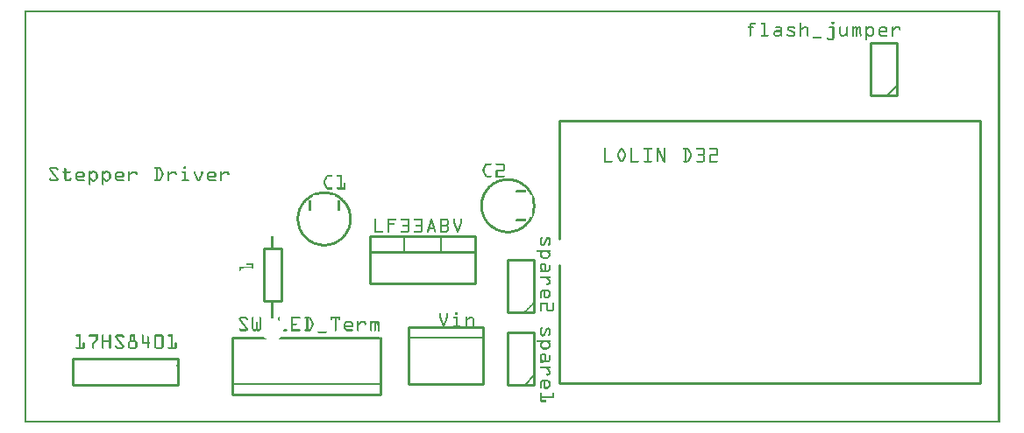
<source format=gto>
G04 MADE WITH FRITZING*
G04 WWW.FRITZING.ORG*
G04 DOUBLE SIDED*
G04 HOLES PLATED*
G04 CONTOUR ON CENTER OF CONTOUR VECTOR*
%ASAXBY*%
%FSLAX23Y23*%
%MOIN*%
%OFA0B0*%
%SFA1.0B1.0*%
%ADD10C,0.010000*%
%ADD11C,0.005000*%
%ADD12R,0.001000X0.001000*%
%LNSILK1*%
G90*
G70*
G54D10*
X1313Y711D02*
X1713Y711D01*
D02*
X1713Y711D02*
X1713Y531D01*
D02*
X1713Y531D02*
X1313Y531D01*
D02*
X1313Y531D02*
X1313Y711D01*
D02*
X1313Y711D02*
X1713Y711D01*
D02*
X1713Y711D02*
X1713Y651D01*
D02*
X1713Y651D02*
X1313Y651D01*
D02*
X1313Y651D02*
X1313Y711D01*
G54D11*
D02*
X1443Y711D02*
X1443Y651D01*
D02*
X1583Y711D02*
X1583Y651D01*
G54D10*
D02*
X2035Y153D02*
X3635Y153D01*
D02*
X3635Y153D02*
X3635Y1153D01*
D02*
X3635Y1153D02*
X2035Y1153D01*
D02*
X2035Y153D02*
X2035Y603D01*
D02*
X2035Y703D02*
X2035Y1153D01*
D02*
X585Y247D02*
X185Y247D01*
D02*
X185Y247D02*
X185Y147D01*
D02*
X185Y147D02*
X585Y147D01*
D02*
X585Y147D02*
X585Y247D01*
D02*
X910Y464D02*
X910Y664D01*
D02*
X910Y664D02*
X976Y664D01*
D02*
X976Y664D02*
X976Y464D01*
D02*
X976Y464D02*
X910Y464D01*
D02*
X1460Y149D02*
X1745Y149D01*
D02*
X1745Y149D02*
X1745Y365D01*
D02*
X1745Y365D02*
X1460Y365D01*
D02*
X1460Y365D02*
X1460Y149D01*
G54D11*
D02*
X1745Y325D02*
X1460Y325D01*
G54D10*
D02*
X791Y325D02*
X791Y109D01*
D02*
X791Y109D02*
X1352Y109D01*
D02*
X1352Y109D02*
X1352Y325D01*
G54D11*
D02*
X791Y149D02*
X1352Y149D01*
G54D10*
D02*
X3316Y1250D02*
X3316Y1450D01*
D02*
X3316Y1450D02*
X3216Y1450D01*
D02*
X3216Y1450D02*
X3216Y1250D01*
D02*
X3216Y1250D02*
X3316Y1250D01*
G54D11*
D02*
X3316Y1285D02*
X3281Y1250D01*
G54D10*
D02*
X1938Y147D02*
X1938Y347D01*
D02*
X1938Y347D02*
X1838Y347D01*
D02*
X1838Y347D02*
X1838Y147D01*
D02*
X1838Y147D02*
X1938Y147D01*
G54D11*
D02*
X1938Y182D02*
X1903Y147D01*
G54D10*
D02*
X1938Y423D02*
X1938Y623D01*
D02*
X1938Y623D02*
X1838Y623D01*
D02*
X1838Y623D02*
X1838Y423D01*
D02*
X1838Y423D02*
X1938Y423D01*
G54D12*
X0Y1573D02*
X3708Y1573D01*
X0Y1572D02*
X3708Y1572D01*
X0Y1571D02*
X3708Y1571D01*
X0Y1570D02*
X3708Y1570D01*
X0Y1569D02*
X3708Y1569D01*
X0Y1568D02*
X3708Y1568D01*
X0Y1567D02*
X3708Y1567D01*
X0Y1566D02*
X3708Y1566D01*
X0Y1565D02*
X7Y1565D01*
X3701Y1565D02*
X3708Y1565D01*
X0Y1564D02*
X7Y1564D01*
X3701Y1564D02*
X3708Y1564D01*
X0Y1563D02*
X7Y1563D01*
X3701Y1563D02*
X3708Y1563D01*
X0Y1562D02*
X7Y1562D01*
X3701Y1562D02*
X3708Y1562D01*
X0Y1561D02*
X7Y1561D01*
X3701Y1561D02*
X3708Y1561D01*
X0Y1560D02*
X7Y1560D01*
X3701Y1560D02*
X3708Y1560D01*
X0Y1559D02*
X7Y1559D01*
X3701Y1559D02*
X3708Y1559D01*
X0Y1558D02*
X7Y1558D01*
X3701Y1558D02*
X3708Y1558D01*
X0Y1557D02*
X7Y1557D01*
X3701Y1557D02*
X3708Y1557D01*
X0Y1556D02*
X7Y1556D01*
X3701Y1556D02*
X3708Y1556D01*
X0Y1555D02*
X7Y1555D01*
X3701Y1555D02*
X3708Y1555D01*
X0Y1554D02*
X7Y1554D01*
X3701Y1554D02*
X3708Y1554D01*
X0Y1553D02*
X7Y1553D01*
X3701Y1553D02*
X3708Y1553D01*
X0Y1552D02*
X7Y1552D01*
X3701Y1552D02*
X3708Y1552D01*
X0Y1551D02*
X7Y1551D01*
X3701Y1551D02*
X3708Y1551D01*
X0Y1550D02*
X7Y1550D01*
X3701Y1550D02*
X3708Y1550D01*
X0Y1549D02*
X7Y1549D01*
X3701Y1549D02*
X3708Y1549D01*
X0Y1548D02*
X7Y1548D01*
X3701Y1548D02*
X3708Y1548D01*
X0Y1547D02*
X7Y1547D01*
X3701Y1547D02*
X3708Y1547D01*
X0Y1546D02*
X7Y1546D01*
X3701Y1546D02*
X3708Y1546D01*
X0Y1545D02*
X7Y1545D01*
X3701Y1545D02*
X3708Y1545D01*
X0Y1544D02*
X7Y1544D01*
X3701Y1544D02*
X3708Y1544D01*
X0Y1543D02*
X7Y1543D01*
X3701Y1543D02*
X3708Y1543D01*
X0Y1542D02*
X7Y1542D01*
X3701Y1542D02*
X3708Y1542D01*
X0Y1541D02*
X7Y1541D01*
X3701Y1541D02*
X3708Y1541D01*
X0Y1540D02*
X7Y1540D01*
X3701Y1540D02*
X3708Y1540D01*
X0Y1539D02*
X7Y1539D01*
X3701Y1539D02*
X3708Y1539D01*
X0Y1538D02*
X7Y1538D01*
X3701Y1538D02*
X3708Y1538D01*
X0Y1537D02*
X7Y1537D01*
X3701Y1537D02*
X3708Y1537D01*
X0Y1536D02*
X7Y1536D01*
X3701Y1536D02*
X3708Y1536D01*
X0Y1535D02*
X7Y1535D01*
X3701Y1535D02*
X3708Y1535D01*
X0Y1534D02*
X7Y1534D01*
X3701Y1534D02*
X3708Y1534D01*
X0Y1533D02*
X7Y1533D01*
X3701Y1533D02*
X3708Y1533D01*
X0Y1532D02*
X7Y1532D01*
X3701Y1532D02*
X3708Y1532D01*
X0Y1531D02*
X7Y1531D01*
X3701Y1531D02*
X3708Y1531D01*
X0Y1530D02*
X7Y1530D01*
X3701Y1530D02*
X3708Y1530D01*
X0Y1529D02*
X7Y1529D01*
X3070Y1529D02*
X3076Y1529D01*
X3701Y1529D02*
X3708Y1529D01*
X0Y1528D02*
X7Y1528D01*
X3069Y1528D02*
X3077Y1528D01*
X3701Y1528D02*
X3708Y1528D01*
X0Y1527D02*
X7Y1527D01*
X3068Y1527D02*
X3078Y1527D01*
X3701Y1527D02*
X3708Y1527D01*
X0Y1526D02*
X7Y1526D01*
X2764Y1526D02*
X2778Y1526D01*
X2803Y1526D02*
X2816Y1526D01*
X2949Y1526D02*
X2952Y1526D01*
X3068Y1526D02*
X3078Y1526D01*
X3701Y1526D02*
X3708Y1526D01*
X0Y1525D02*
X7Y1525D01*
X2762Y1525D02*
X2779Y1525D01*
X2802Y1525D02*
X2817Y1525D01*
X2948Y1525D02*
X2953Y1525D01*
X3068Y1525D02*
X3078Y1525D01*
X3701Y1525D02*
X3708Y1525D01*
X0Y1524D02*
X7Y1524D01*
X2761Y1524D02*
X2779Y1524D01*
X2801Y1524D02*
X2817Y1524D01*
X2948Y1524D02*
X2954Y1524D01*
X3068Y1524D02*
X3078Y1524D01*
X3701Y1524D02*
X3708Y1524D01*
X0Y1523D02*
X7Y1523D01*
X2760Y1523D02*
X2779Y1523D01*
X2801Y1523D02*
X2817Y1523D01*
X2948Y1523D02*
X2954Y1523D01*
X3068Y1523D02*
X3078Y1523D01*
X3701Y1523D02*
X3708Y1523D01*
X0Y1522D02*
X7Y1522D01*
X2759Y1522D02*
X2779Y1522D01*
X2801Y1522D02*
X2817Y1522D01*
X2948Y1522D02*
X2954Y1522D01*
X3069Y1522D02*
X3077Y1522D01*
X3701Y1522D02*
X3708Y1522D01*
X0Y1521D02*
X7Y1521D01*
X2758Y1521D02*
X2779Y1521D01*
X2802Y1521D02*
X2817Y1521D01*
X2948Y1521D02*
X2954Y1521D01*
X3069Y1521D02*
X3077Y1521D01*
X3701Y1521D02*
X3708Y1521D01*
X0Y1520D02*
X7Y1520D01*
X2758Y1520D02*
X2777Y1520D01*
X2803Y1520D02*
X2817Y1520D01*
X2948Y1520D02*
X2954Y1520D01*
X3071Y1520D02*
X3075Y1520D01*
X3701Y1520D02*
X3708Y1520D01*
X0Y1519D02*
X7Y1519D01*
X2757Y1519D02*
X2765Y1519D01*
X2811Y1519D02*
X2817Y1519D01*
X2948Y1519D02*
X2954Y1519D01*
X3701Y1519D02*
X3708Y1519D01*
X0Y1518D02*
X7Y1518D01*
X2757Y1518D02*
X2764Y1518D01*
X2811Y1518D02*
X2817Y1518D01*
X2948Y1518D02*
X2954Y1518D01*
X3701Y1518D02*
X3708Y1518D01*
X0Y1517D02*
X7Y1517D01*
X2757Y1517D02*
X2763Y1517D01*
X2811Y1517D02*
X2817Y1517D01*
X2948Y1517D02*
X2954Y1517D01*
X3701Y1517D02*
X3708Y1517D01*
X0Y1516D02*
X7Y1516D01*
X2756Y1516D02*
X2763Y1516D01*
X2811Y1516D02*
X2817Y1516D01*
X2948Y1516D02*
X2954Y1516D01*
X3701Y1516D02*
X3708Y1516D01*
X0Y1515D02*
X7Y1515D01*
X2756Y1515D02*
X2762Y1515D01*
X2811Y1515D02*
X2817Y1515D01*
X2948Y1515D02*
X2954Y1515D01*
X3701Y1515D02*
X3708Y1515D01*
X0Y1514D02*
X7Y1514D01*
X2756Y1514D02*
X2762Y1514D01*
X2811Y1514D02*
X2817Y1514D01*
X2948Y1514D02*
X2954Y1514D01*
X3701Y1514D02*
X3708Y1514D01*
X0Y1513D02*
X7Y1513D01*
X2756Y1513D02*
X2762Y1513D01*
X2811Y1513D02*
X2817Y1513D01*
X2948Y1513D02*
X2954Y1513D01*
X3199Y1513D02*
X3202Y1513D01*
X3211Y1513D02*
X3218Y1513D01*
X3701Y1513D02*
X3708Y1513D01*
X0Y1512D02*
X7Y1512D01*
X2753Y1512D02*
X2769Y1512D01*
X2811Y1512D02*
X2817Y1512D01*
X2858Y1512D02*
X2870Y1512D01*
X2907Y1512D02*
X2921Y1512D01*
X2948Y1512D02*
X2954Y1512D01*
X2967Y1512D02*
X2970Y1512D01*
X3062Y1512D02*
X3074Y1512D01*
X3198Y1512D02*
X3203Y1512D01*
X3209Y1512D02*
X3220Y1512D01*
X3260Y1512D02*
X3269Y1512D01*
X3315Y1512D02*
X3321Y1512D01*
X3701Y1512D02*
X3708Y1512D01*
X0Y1511D02*
X7Y1511D01*
X2750Y1511D02*
X2771Y1511D01*
X2811Y1511D02*
X2817Y1511D01*
X2856Y1511D02*
X2874Y1511D01*
X2903Y1511D02*
X2926Y1511D01*
X2948Y1511D02*
X2954Y1511D01*
X2963Y1511D02*
X2974Y1511D01*
X3059Y1511D02*
X3077Y1511D01*
X3099Y1511D02*
X3102Y1511D01*
X3126Y1511D02*
X3130Y1511D01*
X3148Y1511D02*
X3152Y1511D01*
X3156Y1511D02*
X3163Y1511D01*
X3170Y1511D02*
X3176Y1511D01*
X3198Y1511D02*
X3203Y1511D01*
X3208Y1511D02*
X3222Y1511D01*
X3256Y1511D02*
X3273Y1511D01*
X3299Y1511D02*
X3302Y1511D01*
X3312Y1511D02*
X3325Y1511D01*
X3701Y1511D02*
X3708Y1511D01*
X0Y1510D02*
X7Y1510D01*
X2750Y1510D02*
X2772Y1510D01*
X2811Y1510D02*
X2817Y1510D01*
X2855Y1510D02*
X2876Y1510D01*
X2902Y1510D02*
X2927Y1510D01*
X2948Y1510D02*
X2954Y1510D01*
X2961Y1510D02*
X2976Y1510D01*
X3058Y1510D02*
X3077Y1510D01*
X3098Y1510D02*
X3103Y1510D01*
X3126Y1510D02*
X3131Y1510D01*
X3147Y1510D02*
X3164Y1510D01*
X3168Y1510D02*
X3177Y1510D01*
X3198Y1510D02*
X3204Y1510D01*
X3206Y1510D02*
X3223Y1510D01*
X3254Y1510D02*
X3274Y1510D01*
X3298Y1510D02*
X3303Y1510D01*
X3311Y1510D02*
X3327Y1510D01*
X3701Y1510D02*
X3708Y1510D01*
X0Y1509D02*
X7Y1509D01*
X2749Y1509D02*
X2772Y1509D01*
X2811Y1509D02*
X2817Y1509D01*
X2855Y1509D02*
X2877Y1509D01*
X2901Y1509D02*
X2929Y1509D01*
X2948Y1509D02*
X2954Y1509D01*
X2959Y1509D02*
X2977Y1509D01*
X3058Y1509D02*
X3078Y1509D01*
X3098Y1509D02*
X3104Y1509D01*
X3125Y1509D02*
X3131Y1509D01*
X3147Y1509D02*
X3165Y1509D01*
X3167Y1509D02*
X3179Y1509D01*
X3198Y1509D02*
X3224Y1509D01*
X3253Y1509D02*
X3276Y1509D01*
X3298Y1509D02*
X3304Y1509D01*
X3310Y1509D02*
X3328Y1509D01*
X3701Y1509D02*
X3708Y1509D01*
X0Y1508D02*
X7Y1508D01*
X2749Y1508D02*
X2773Y1508D01*
X2811Y1508D02*
X2817Y1508D01*
X2855Y1508D02*
X2878Y1508D01*
X2900Y1508D02*
X2929Y1508D01*
X2948Y1508D02*
X2954Y1508D01*
X2958Y1508D02*
X2978Y1508D01*
X3058Y1508D02*
X3078Y1508D01*
X3098Y1508D02*
X3104Y1508D01*
X3125Y1508D02*
X3131Y1508D01*
X3147Y1508D02*
X3179Y1508D01*
X3198Y1508D02*
X3225Y1508D01*
X3252Y1508D02*
X3277Y1508D01*
X3298Y1508D02*
X3304Y1508D01*
X3309Y1508D02*
X3329Y1508D01*
X3701Y1508D02*
X3708Y1508D01*
X0Y1507D02*
X7Y1507D01*
X2750Y1507D02*
X2772Y1507D01*
X2811Y1507D02*
X2817Y1507D01*
X2855Y1507D02*
X2879Y1507D01*
X2899Y1507D02*
X2930Y1507D01*
X2948Y1507D02*
X2954Y1507D01*
X2956Y1507D02*
X2979Y1507D01*
X3058Y1507D02*
X3078Y1507D01*
X3098Y1507D02*
X3104Y1507D01*
X3125Y1507D02*
X3131Y1507D01*
X3147Y1507D02*
X3180Y1507D01*
X3198Y1507D02*
X3226Y1507D01*
X3251Y1507D02*
X3278Y1507D01*
X3298Y1507D02*
X3304Y1507D01*
X3308Y1507D02*
X3330Y1507D01*
X3701Y1507D02*
X3708Y1507D01*
X0Y1506D02*
X7Y1506D01*
X2750Y1506D02*
X2771Y1506D01*
X2811Y1506D02*
X2817Y1506D01*
X2856Y1506D02*
X2879Y1506D01*
X2899Y1506D02*
X2930Y1506D01*
X2948Y1506D02*
X2979Y1506D01*
X3059Y1506D02*
X3078Y1506D01*
X3098Y1506D02*
X3104Y1506D01*
X3125Y1506D02*
X3131Y1506D01*
X3147Y1506D02*
X3180Y1506D01*
X3198Y1506D02*
X3212Y1506D01*
X3217Y1506D02*
X3227Y1506D01*
X3250Y1506D02*
X3279Y1506D01*
X3298Y1506D02*
X3304Y1506D01*
X3307Y1506D02*
X3330Y1506D01*
X3701Y1506D02*
X3708Y1506D01*
X0Y1505D02*
X7Y1505D01*
X2756Y1505D02*
X2763Y1505D01*
X2811Y1505D02*
X2817Y1505D01*
X2871Y1505D02*
X2880Y1505D01*
X2899Y1505D02*
X2907Y1505D01*
X2922Y1505D02*
X2930Y1505D01*
X2948Y1505D02*
X2965Y1505D01*
X2971Y1505D02*
X2980Y1505D01*
X3071Y1505D02*
X3078Y1505D01*
X3098Y1505D02*
X3104Y1505D01*
X3125Y1505D02*
X3131Y1505D01*
X3147Y1505D02*
X3181Y1505D01*
X3198Y1505D02*
X3210Y1505D01*
X3219Y1505D02*
X3228Y1505D01*
X3249Y1505D02*
X3260Y1505D01*
X3269Y1505D02*
X3280Y1505D01*
X3298Y1505D02*
X3315Y1505D01*
X3322Y1505D02*
X3331Y1505D01*
X3701Y1505D02*
X3708Y1505D01*
X0Y1504D02*
X7Y1504D01*
X2756Y1504D02*
X2762Y1504D01*
X2811Y1504D02*
X2817Y1504D01*
X2873Y1504D02*
X2880Y1504D01*
X2899Y1504D02*
X2905Y1504D01*
X2924Y1504D02*
X2930Y1504D01*
X2948Y1504D02*
X2963Y1504D01*
X2973Y1504D02*
X2980Y1504D01*
X3072Y1504D02*
X3078Y1504D01*
X3098Y1504D02*
X3104Y1504D01*
X3125Y1504D02*
X3131Y1504D01*
X3147Y1504D02*
X3157Y1504D01*
X3161Y1504D02*
X3171Y1504D01*
X3175Y1504D02*
X3181Y1504D01*
X3198Y1504D02*
X3209Y1504D01*
X3220Y1504D02*
X3229Y1504D01*
X3249Y1504D02*
X3257Y1504D01*
X3272Y1504D02*
X3280Y1504D01*
X3298Y1504D02*
X3314Y1504D01*
X3324Y1504D02*
X3331Y1504D01*
X3701Y1504D02*
X3708Y1504D01*
X0Y1503D02*
X7Y1503D01*
X2756Y1503D02*
X2762Y1503D01*
X2811Y1503D02*
X2817Y1503D01*
X2874Y1503D02*
X2880Y1503D01*
X2899Y1503D02*
X2905Y1503D01*
X2926Y1503D02*
X2929Y1503D01*
X2948Y1503D02*
X2962Y1503D01*
X2974Y1503D02*
X2980Y1503D01*
X3072Y1503D02*
X3078Y1503D01*
X3098Y1503D02*
X3104Y1503D01*
X3125Y1503D02*
X3131Y1503D01*
X3147Y1503D02*
X3156Y1503D01*
X3161Y1503D02*
X3170Y1503D01*
X3175Y1503D02*
X3181Y1503D01*
X3198Y1503D02*
X3208Y1503D01*
X3221Y1503D02*
X3230Y1503D01*
X3248Y1503D02*
X3256Y1503D01*
X3273Y1503D02*
X3281Y1503D01*
X3298Y1503D02*
X3313Y1503D01*
X3325Y1503D02*
X3331Y1503D01*
X3701Y1503D02*
X3708Y1503D01*
X0Y1502D02*
X7Y1502D01*
X2756Y1502D02*
X2762Y1502D01*
X2811Y1502D02*
X2817Y1502D01*
X2874Y1502D02*
X2880Y1502D01*
X2899Y1502D02*
X2905Y1502D01*
X2948Y1502D02*
X2960Y1502D01*
X2974Y1502D02*
X2980Y1502D01*
X3072Y1502D02*
X3078Y1502D01*
X3098Y1502D02*
X3104Y1502D01*
X3125Y1502D02*
X3131Y1502D01*
X3147Y1502D02*
X3155Y1502D01*
X3161Y1502D02*
X3169Y1502D01*
X3175Y1502D02*
X3181Y1502D01*
X3198Y1502D02*
X3207Y1502D01*
X3222Y1502D02*
X3230Y1502D01*
X3248Y1502D02*
X3255Y1502D01*
X3274Y1502D02*
X3281Y1502D01*
X3298Y1502D02*
X3312Y1502D01*
X3325Y1502D02*
X3331Y1502D01*
X3701Y1502D02*
X3708Y1502D01*
X0Y1501D02*
X7Y1501D01*
X2756Y1501D02*
X2762Y1501D01*
X2811Y1501D02*
X2817Y1501D01*
X2874Y1501D02*
X2880Y1501D01*
X2899Y1501D02*
X2906Y1501D01*
X2948Y1501D02*
X2959Y1501D01*
X2974Y1501D02*
X2980Y1501D01*
X3072Y1501D02*
X3078Y1501D01*
X3098Y1501D02*
X3104Y1501D01*
X3125Y1501D02*
X3131Y1501D01*
X3147Y1501D02*
X3154Y1501D01*
X3161Y1501D02*
X3168Y1501D01*
X3175Y1501D02*
X3181Y1501D01*
X3198Y1501D02*
X3206Y1501D01*
X3223Y1501D02*
X3231Y1501D01*
X3248Y1501D02*
X3254Y1501D01*
X3275Y1501D02*
X3281Y1501D01*
X3298Y1501D02*
X3310Y1501D01*
X3325Y1501D02*
X3331Y1501D01*
X3701Y1501D02*
X3708Y1501D01*
X0Y1500D02*
X7Y1500D01*
X2756Y1500D02*
X2762Y1500D01*
X2811Y1500D02*
X2817Y1500D01*
X2874Y1500D02*
X2880Y1500D01*
X2899Y1500D02*
X2909Y1500D01*
X2948Y1500D02*
X2957Y1500D01*
X2974Y1500D02*
X2980Y1500D01*
X3072Y1500D02*
X3078Y1500D01*
X3098Y1500D02*
X3104Y1500D01*
X3125Y1500D02*
X3131Y1500D01*
X3147Y1500D02*
X3153Y1500D01*
X3161Y1500D02*
X3167Y1500D01*
X3175Y1500D02*
X3181Y1500D01*
X3198Y1500D02*
X3205Y1500D01*
X3224Y1500D02*
X3231Y1500D01*
X3248Y1500D02*
X3254Y1500D01*
X3275Y1500D02*
X3281Y1500D01*
X3298Y1500D02*
X3309Y1500D01*
X3325Y1500D02*
X3331Y1500D01*
X3701Y1500D02*
X3708Y1500D01*
X0Y1499D02*
X7Y1499D01*
X2756Y1499D02*
X2762Y1499D01*
X2811Y1499D02*
X2817Y1499D01*
X2874Y1499D02*
X2880Y1499D01*
X2900Y1499D02*
X2911Y1499D01*
X2948Y1499D02*
X2956Y1499D01*
X2974Y1499D02*
X2980Y1499D01*
X3072Y1499D02*
X3078Y1499D01*
X3098Y1499D02*
X3104Y1499D01*
X3125Y1499D02*
X3131Y1499D01*
X3147Y1499D02*
X3153Y1499D01*
X3161Y1499D02*
X3167Y1499D01*
X3175Y1499D02*
X3181Y1499D01*
X3198Y1499D02*
X3204Y1499D01*
X3225Y1499D02*
X3231Y1499D01*
X3248Y1499D02*
X3254Y1499D01*
X3275Y1499D02*
X3281Y1499D01*
X3298Y1499D02*
X3308Y1499D01*
X3325Y1499D02*
X3331Y1499D01*
X3701Y1499D02*
X3708Y1499D01*
X0Y1498D02*
X7Y1498D01*
X2756Y1498D02*
X2762Y1498D01*
X2811Y1498D02*
X2817Y1498D01*
X2874Y1498D02*
X2880Y1498D01*
X2900Y1498D02*
X2913Y1498D01*
X2948Y1498D02*
X2954Y1498D01*
X2974Y1498D02*
X2980Y1498D01*
X3072Y1498D02*
X3078Y1498D01*
X3098Y1498D02*
X3104Y1498D01*
X3125Y1498D02*
X3131Y1498D01*
X3147Y1498D02*
X3153Y1498D01*
X3161Y1498D02*
X3167Y1498D01*
X3175Y1498D02*
X3181Y1498D01*
X3198Y1498D02*
X3204Y1498D01*
X3225Y1498D02*
X3231Y1498D01*
X3248Y1498D02*
X3254Y1498D01*
X3275Y1498D02*
X3281Y1498D01*
X3298Y1498D02*
X3307Y1498D01*
X3326Y1498D02*
X3331Y1498D01*
X3701Y1498D02*
X3708Y1498D01*
X0Y1497D02*
X7Y1497D01*
X2756Y1497D02*
X2762Y1497D01*
X2811Y1497D02*
X2817Y1497D01*
X2856Y1497D02*
X2881Y1497D01*
X2901Y1497D02*
X2916Y1497D01*
X2948Y1497D02*
X2954Y1497D01*
X2974Y1497D02*
X2981Y1497D01*
X3072Y1497D02*
X3078Y1497D01*
X3098Y1497D02*
X3104Y1497D01*
X3125Y1497D02*
X3131Y1497D01*
X3147Y1497D02*
X3153Y1497D01*
X3161Y1497D02*
X3167Y1497D01*
X3175Y1497D02*
X3181Y1497D01*
X3198Y1497D02*
X3204Y1497D01*
X3225Y1497D02*
X3231Y1497D01*
X3248Y1497D02*
X3254Y1497D01*
X3275Y1497D02*
X3281Y1497D01*
X3298Y1497D02*
X3306Y1497D01*
X3327Y1497D02*
X3330Y1497D01*
X3701Y1497D02*
X3708Y1497D01*
X0Y1496D02*
X7Y1496D01*
X2756Y1496D02*
X2762Y1496D01*
X2811Y1496D02*
X2817Y1496D01*
X2853Y1496D02*
X2881Y1496D01*
X2902Y1496D02*
X2918Y1496D01*
X2948Y1496D02*
X2954Y1496D01*
X2975Y1496D02*
X2981Y1496D01*
X3072Y1496D02*
X3078Y1496D01*
X3098Y1496D02*
X3104Y1496D01*
X3125Y1496D02*
X3131Y1496D01*
X3147Y1496D02*
X3153Y1496D01*
X3161Y1496D02*
X3167Y1496D01*
X3175Y1496D02*
X3181Y1496D01*
X3198Y1496D02*
X3204Y1496D01*
X3225Y1496D02*
X3231Y1496D01*
X3248Y1496D02*
X3254Y1496D01*
X3275Y1496D02*
X3281Y1496D01*
X3298Y1496D02*
X3305Y1496D01*
X3701Y1496D02*
X3708Y1496D01*
X0Y1495D02*
X7Y1495D01*
X2756Y1495D02*
X2762Y1495D01*
X2811Y1495D02*
X2817Y1495D01*
X2852Y1495D02*
X2881Y1495D01*
X2904Y1495D02*
X2920Y1495D01*
X2948Y1495D02*
X2954Y1495D01*
X2975Y1495D02*
X2981Y1495D01*
X3072Y1495D02*
X3078Y1495D01*
X3098Y1495D02*
X3104Y1495D01*
X3125Y1495D02*
X3131Y1495D01*
X3147Y1495D02*
X3153Y1495D01*
X3161Y1495D02*
X3167Y1495D01*
X3175Y1495D02*
X3181Y1495D01*
X3198Y1495D02*
X3204Y1495D01*
X3225Y1495D02*
X3231Y1495D01*
X3248Y1495D02*
X3254Y1495D01*
X3275Y1495D02*
X3281Y1495D01*
X3298Y1495D02*
X3304Y1495D01*
X3701Y1495D02*
X3708Y1495D01*
X0Y1494D02*
X7Y1494D01*
X2756Y1494D02*
X2762Y1494D01*
X2811Y1494D02*
X2817Y1494D01*
X2851Y1494D02*
X2881Y1494D01*
X2906Y1494D02*
X2923Y1494D01*
X2948Y1494D02*
X2954Y1494D01*
X2975Y1494D02*
X2981Y1494D01*
X3072Y1494D02*
X3078Y1494D01*
X3098Y1494D02*
X3104Y1494D01*
X3125Y1494D02*
X3131Y1494D01*
X3147Y1494D02*
X3153Y1494D01*
X3161Y1494D02*
X3167Y1494D01*
X3175Y1494D02*
X3181Y1494D01*
X3198Y1494D02*
X3204Y1494D01*
X3225Y1494D02*
X3231Y1494D01*
X3248Y1494D02*
X3281Y1494D01*
X3298Y1494D02*
X3304Y1494D01*
X3701Y1494D02*
X3708Y1494D01*
X0Y1493D02*
X7Y1493D01*
X2756Y1493D02*
X2762Y1493D01*
X2811Y1493D02*
X2817Y1493D01*
X2850Y1493D02*
X2881Y1493D01*
X2908Y1493D02*
X2925Y1493D01*
X2948Y1493D02*
X2954Y1493D01*
X2975Y1493D02*
X2981Y1493D01*
X3072Y1493D02*
X3078Y1493D01*
X3098Y1493D02*
X3104Y1493D01*
X3125Y1493D02*
X3131Y1493D01*
X3147Y1493D02*
X3153Y1493D01*
X3161Y1493D02*
X3167Y1493D01*
X3175Y1493D02*
X3181Y1493D01*
X3198Y1493D02*
X3204Y1493D01*
X3225Y1493D02*
X3231Y1493D01*
X3248Y1493D02*
X3281Y1493D01*
X3298Y1493D02*
X3304Y1493D01*
X3701Y1493D02*
X3708Y1493D01*
X0Y1492D02*
X7Y1492D01*
X2756Y1492D02*
X2762Y1492D01*
X2811Y1492D02*
X2817Y1492D01*
X2849Y1492D02*
X2881Y1492D01*
X2911Y1492D02*
X2926Y1492D01*
X2948Y1492D02*
X2954Y1492D01*
X2975Y1492D02*
X2981Y1492D01*
X3072Y1492D02*
X3078Y1492D01*
X3098Y1492D02*
X3104Y1492D01*
X3125Y1492D02*
X3131Y1492D01*
X3147Y1492D02*
X3153Y1492D01*
X3161Y1492D02*
X3167Y1492D01*
X3175Y1492D02*
X3181Y1492D01*
X3198Y1492D02*
X3204Y1492D01*
X3225Y1492D02*
X3231Y1492D01*
X3248Y1492D02*
X3281Y1492D01*
X3298Y1492D02*
X3304Y1492D01*
X3701Y1492D02*
X3708Y1492D01*
X0Y1491D02*
X7Y1491D01*
X2756Y1491D02*
X2762Y1491D01*
X2811Y1491D02*
X2817Y1491D01*
X2849Y1491D02*
X2881Y1491D01*
X2913Y1491D02*
X2928Y1491D01*
X2948Y1491D02*
X2954Y1491D01*
X2975Y1491D02*
X2981Y1491D01*
X3072Y1491D02*
X3078Y1491D01*
X3098Y1491D02*
X3104Y1491D01*
X3125Y1491D02*
X3131Y1491D01*
X3147Y1491D02*
X3153Y1491D01*
X3161Y1491D02*
X3167Y1491D01*
X3175Y1491D02*
X3181Y1491D01*
X3198Y1491D02*
X3204Y1491D01*
X3225Y1491D02*
X3231Y1491D01*
X3248Y1491D02*
X3281Y1491D01*
X3298Y1491D02*
X3304Y1491D01*
X3701Y1491D02*
X3708Y1491D01*
X0Y1490D02*
X7Y1490D01*
X2756Y1490D02*
X2762Y1490D01*
X2811Y1490D02*
X2817Y1490D01*
X2848Y1490D02*
X2856Y1490D01*
X2873Y1490D02*
X2881Y1490D01*
X2915Y1490D02*
X2929Y1490D01*
X2948Y1490D02*
X2954Y1490D01*
X2975Y1490D02*
X2981Y1490D01*
X3072Y1490D02*
X3078Y1490D01*
X3098Y1490D02*
X3104Y1490D01*
X3125Y1490D02*
X3131Y1490D01*
X3147Y1490D02*
X3153Y1490D01*
X3161Y1490D02*
X3167Y1490D01*
X3175Y1490D02*
X3181Y1490D01*
X3198Y1490D02*
X3204Y1490D01*
X3225Y1490D02*
X3231Y1490D01*
X3248Y1490D02*
X3281Y1490D01*
X3298Y1490D02*
X3304Y1490D01*
X3701Y1490D02*
X3708Y1490D01*
X0Y1489D02*
X7Y1489D01*
X2756Y1489D02*
X2762Y1489D01*
X2811Y1489D02*
X2817Y1489D01*
X2848Y1489D02*
X2855Y1489D01*
X2874Y1489D02*
X2881Y1489D01*
X2918Y1489D02*
X2929Y1489D01*
X2948Y1489D02*
X2954Y1489D01*
X2975Y1489D02*
X2981Y1489D01*
X3072Y1489D02*
X3078Y1489D01*
X3098Y1489D02*
X3104Y1489D01*
X3125Y1489D02*
X3131Y1489D01*
X3147Y1489D02*
X3153Y1489D01*
X3161Y1489D02*
X3167Y1489D01*
X3175Y1489D02*
X3181Y1489D01*
X3198Y1489D02*
X3204Y1489D01*
X3225Y1489D02*
X3231Y1489D01*
X3248Y1489D02*
X3281Y1489D01*
X3298Y1489D02*
X3304Y1489D01*
X3701Y1489D02*
X3708Y1489D01*
X0Y1488D02*
X7Y1488D01*
X2756Y1488D02*
X2762Y1488D01*
X2811Y1488D02*
X2817Y1488D01*
X2848Y1488D02*
X2854Y1488D01*
X2875Y1488D02*
X2881Y1488D01*
X2920Y1488D02*
X2930Y1488D01*
X2948Y1488D02*
X2954Y1488D01*
X2975Y1488D02*
X2981Y1488D01*
X3072Y1488D02*
X3078Y1488D01*
X3098Y1488D02*
X3104Y1488D01*
X3125Y1488D02*
X3131Y1488D01*
X3147Y1488D02*
X3153Y1488D01*
X3161Y1488D02*
X3167Y1488D01*
X3175Y1488D02*
X3181Y1488D01*
X3198Y1488D02*
X3204Y1488D01*
X3225Y1488D02*
X3231Y1488D01*
X3248Y1488D02*
X3280Y1488D01*
X3298Y1488D02*
X3304Y1488D01*
X3701Y1488D02*
X3708Y1488D01*
X0Y1487D02*
X7Y1487D01*
X2756Y1487D02*
X2762Y1487D01*
X2811Y1487D02*
X2817Y1487D01*
X2848Y1487D02*
X2854Y1487D01*
X2875Y1487D02*
X2881Y1487D01*
X2922Y1487D02*
X2930Y1487D01*
X2948Y1487D02*
X2954Y1487D01*
X2975Y1487D02*
X2981Y1487D01*
X3072Y1487D02*
X3078Y1487D01*
X3098Y1487D02*
X3104Y1487D01*
X3125Y1487D02*
X3131Y1487D01*
X3147Y1487D02*
X3153Y1487D01*
X3161Y1487D02*
X3167Y1487D01*
X3175Y1487D02*
X3181Y1487D01*
X3198Y1487D02*
X3204Y1487D01*
X3225Y1487D02*
X3231Y1487D01*
X3248Y1487D02*
X3254Y1487D01*
X3298Y1487D02*
X3304Y1487D01*
X3701Y1487D02*
X3708Y1487D01*
X0Y1486D02*
X7Y1486D01*
X2756Y1486D02*
X2762Y1486D01*
X2811Y1486D02*
X2817Y1486D01*
X2848Y1486D02*
X2854Y1486D01*
X2875Y1486D02*
X2881Y1486D01*
X2924Y1486D02*
X2931Y1486D01*
X2948Y1486D02*
X2954Y1486D01*
X2975Y1486D02*
X2981Y1486D01*
X3072Y1486D02*
X3078Y1486D01*
X3098Y1486D02*
X3104Y1486D01*
X3124Y1486D02*
X3131Y1486D01*
X3147Y1486D02*
X3153Y1486D01*
X3161Y1486D02*
X3167Y1486D01*
X3175Y1486D02*
X3181Y1486D01*
X3198Y1486D02*
X3204Y1486D01*
X3225Y1486D02*
X3231Y1486D01*
X3248Y1486D02*
X3254Y1486D01*
X3298Y1486D02*
X3304Y1486D01*
X3701Y1486D02*
X3708Y1486D01*
X0Y1485D02*
X7Y1485D01*
X2756Y1485D02*
X2762Y1485D01*
X2811Y1485D02*
X2817Y1485D01*
X2848Y1485D02*
X2854Y1485D01*
X2875Y1485D02*
X2881Y1485D01*
X2925Y1485D02*
X2931Y1485D01*
X2948Y1485D02*
X2954Y1485D01*
X2975Y1485D02*
X2981Y1485D01*
X3072Y1485D02*
X3078Y1485D01*
X3098Y1485D02*
X3104Y1485D01*
X3122Y1485D02*
X3131Y1485D01*
X3147Y1485D02*
X3153Y1485D01*
X3161Y1485D02*
X3167Y1485D01*
X3175Y1485D02*
X3181Y1485D01*
X3198Y1485D02*
X3205Y1485D01*
X3225Y1485D02*
X3231Y1485D01*
X3248Y1485D02*
X3254Y1485D01*
X3298Y1485D02*
X3304Y1485D01*
X3701Y1485D02*
X3708Y1485D01*
X0Y1484D02*
X7Y1484D01*
X2756Y1484D02*
X2762Y1484D01*
X2811Y1484D02*
X2817Y1484D01*
X2848Y1484D02*
X2854Y1484D01*
X2875Y1484D02*
X2881Y1484D01*
X2925Y1484D02*
X2931Y1484D01*
X2948Y1484D02*
X2954Y1484D01*
X2975Y1484D02*
X2981Y1484D01*
X3072Y1484D02*
X3078Y1484D01*
X3098Y1484D02*
X3104Y1484D01*
X3121Y1484D02*
X3131Y1484D01*
X3147Y1484D02*
X3153Y1484D01*
X3161Y1484D02*
X3167Y1484D01*
X3175Y1484D02*
X3181Y1484D01*
X3198Y1484D02*
X3206Y1484D01*
X3224Y1484D02*
X3231Y1484D01*
X3248Y1484D02*
X3254Y1484D01*
X3298Y1484D02*
X3304Y1484D01*
X3701Y1484D02*
X3708Y1484D01*
X0Y1483D02*
X7Y1483D01*
X2756Y1483D02*
X2762Y1483D01*
X2811Y1483D02*
X2817Y1483D01*
X2848Y1483D02*
X2854Y1483D01*
X2873Y1483D02*
X2881Y1483D01*
X2925Y1483D02*
X2931Y1483D01*
X2948Y1483D02*
X2954Y1483D01*
X2975Y1483D02*
X2981Y1483D01*
X3072Y1483D02*
X3078Y1483D01*
X3098Y1483D02*
X3105Y1483D01*
X3119Y1483D02*
X3131Y1483D01*
X3147Y1483D02*
X3153Y1483D01*
X3161Y1483D02*
X3167Y1483D01*
X3175Y1483D02*
X3181Y1483D01*
X3198Y1483D02*
X3207Y1483D01*
X3223Y1483D02*
X3231Y1483D01*
X3248Y1483D02*
X3254Y1483D01*
X3298Y1483D02*
X3304Y1483D01*
X3701Y1483D02*
X3708Y1483D01*
X0Y1482D02*
X7Y1482D01*
X2756Y1482D02*
X2762Y1482D01*
X2811Y1482D02*
X2817Y1482D01*
X2848Y1482D02*
X2854Y1482D01*
X2871Y1482D02*
X2881Y1482D01*
X2899Y1482D02*
X2902Y1482D01*
X2925Y1482D02*
X2931Y1482D01*
X2948Y1482D02*
X2954Y1482D01*
X2975Y1482D02*
X2981Y1482D01*
X3072Y1482D02*
X3078Y1482D01*
X3099Y1482D02*
X3105Y1482D01*
X3118Y1482D02*
X3131Y1482D01*
X3147Y1482D02*
X3153Y1482D01*
X3161Y1482D02*
X3167Y1482D01*
X3175Y1482D02*
X3181Y1482D01*
X3198Y1482D02*
X3208Y1482D01*
X3222Y1482D02*
X3230Y1482D01*
X3248Y1482D02*
X3255Y1482D01*
X3298Y1482D02*
X3304Y1482D01*
X3701Y1482D02*
X3708Y1482D01*
X0Y1481D02*
X7Y1481D01*
X2756Y1481D02*
X2762Y1481D01*
X2811Y1481D02*
X2817Y1481D01*
X2848Y1481D02*
X2854Y1481D01*
X2870Y1481D02*
X2881Y1481D01*
X2898Y1481D02*
X2903Y1481D01*
X2924Y1481D02*
X2931Y1481D01*
X2948Y1481D02*
X2954Y1481D01*
X2975Y1481D02*
X2981Y1481D01*
X3072Y1481D02*
X3078Y1481D01*
X3099Y1481D02*
X3105Y1481D01*
X3116Y1481D02*
X3131Y1481D01*
X3147Y1481D02*
X3153Y1481D01*
X3161Y1481D02*
X3167Y1481D01*
X3176Y1481D02*
X3182Y1481D01*
X3198Y1481D02*
X3209Y1481D01*
X3220Y1481D02*
X3229Y1481D01*
X3248Y1481D02*
X3257Y1481D01*
X3298Y1481D02*
X3304Y1481D01*
X3701Y1481D02*
X3708Y1481D01*
X0Y1480D02*
X7Y1480D01*
X2756Y1480D02*
X2762Y1480D01*
X2811Y1480D02*
X2818Y1480D01*
X2848Y1480D02*
X2856Y1480D01*
X2868Y1480D02*
X2881Y1480D01*
X2898Y1480D02*
X2905Y1480D01*
X2923Y1480D02*
X2931Y1480D01*
X2948Y1480D02*
X2954Y1480D01*
X2975Y1480D02*
X2981Y1480D01*
X3072Y1480D02*
X3078Y1480D01*
X3099Y1480D02*
X3106Y1480D01*
X3114Y1480D02*
X3131Y1480D01*
X3147Y1480D02*
X3153Y1480D01*
X3161Y1480D02*
X3167Y1480D01*
X3176Y1480D02*
X3182Y1480D01*
X3198Y1480D02*
X3210Y1480D01*
X3219Y1480D02*
X3229Y1480D01*
X3249Y1480D02*
X3258Y1480D01*
X3298Y1480D02*
X3304Y1480D01*
X3701Y1480D02*
X3708Y1480D01*
X0Y1479D02*
X7Y1479D01*
X2756Y1479D02*
X2762Y1479D01*
X2803Y1479D02*
X2826Y1479D01*
X2848Y1479D02*
X2881Y1479D01*
X2898Y1479D02*
X2930Y1479D01*
X2948Y1479D02*
X2954Y1479D01*
X2975Y1479D02*
X2981Y1479D01*
X3072Y1479D02*
X3078Y1479D01*
X3099Y1479D02*
X3131Y1479D01*
X3147Y1479D02*
X3153Y1479D01*
X3161Y1479D02*
X3167Y1479D01*
X3176Y1479D02*
X3182Y1479D01*
X3198Y1479D02*
X3211Y1479D01*
X3218Y1479D02*
X3228Y1479D01*
X3250Y1479D02*
X3280Y1479D01*
X3298Y1479D02*
X3304Y1479D01*
X3701Y1479D02*
X3708Y1479D01*
X0Y1478D02*
X7Y1478D01*
X2756Y1478D02*
X2762Y1478D01*
X2802Y1478D02*
X2827Y1478D01*
X2849Y1478D02*
X2881Y1478D01*
X2898Y1478D02*
X2930Y1478D01*
X2948Y1478D02*
X2954Y1478D01*
X2975Y1478D02*
X2981Y1478D01*
X3072Y1478D02*
X3078Y1478D01*
X3100Y1478D02*
X3123Y1478D01*
X3125Y1478D02*
X3131Y1478D01*
X3147Y1478D02*
X3153Y1478D01*
X3161Y1478D02*
X3167Y1478D01*
X3176Y1478D02*
X3182Y1478D01*
X3198Y1478D02*
X3227Y1478D01*
X3250Y1478D02*
X3281Y1478D01*
X3298Y1478D02*
X3304Y1478D01*
X3701Y1478D02*
X3708Y1478D01*
X0Y1477D02*
X7Y1477D01*
X2756Y1477D02*
X2762Y1477D01*
X2801Y1477D02*
X2828Y1477D01*
X2850Y1477D02*
X2881Y1477D01*
X2898Y1477D02*
X2929Y1477D01*
X2948Y1477D02*
X2954Y1477D01*
X2975Y1477D02*
X2981Y1477D01*
X3072Y1477D02*
X3078Y1477D01*
X3100Y1477D02*
X3122Y1477D01*
X3125Y1477D02*
X3131Y1477D01*
X3147Y1477D02*
X3153Y1477D01*
X3161Y1477D02*
X3167Y1477D01*
X3176Y1477D02*
X3182Y1477D01*
X3198Y1477D02*
X3225Y1477D01*
X3252Y1477D02*
X3281Y1477D01*
X3298Y1477D02*
X3304Y1477D01*
X3701Y1477D02*
X3708Y1477D01*
X0Y1476D02*
X7Y1476D01*
X2756Y1476D02*
X2762Y1476D01*
X2801Y1476D02*
X2828Y1476D01*
X2850Y1476D02*
X2881Y1476D01*
X2899Y1476D02*
X2928Y1476D01*
X2948Y1476D02*
X2954Y1476D01*
X2975Y1476D02*
X2981Y1476D01*
X3072Y1476D02*
X3078Y1476D01*
X3101Y1476D02*
X3120Y1476D01*
X3125Y1476D02*
X3131Y1476D01*
X3147Y1476D02*
X3153Y1476D01*
X3161Y1476D02*
X3167Y1476D01*
X3176Y1476D02*
X3182Y1476D01*
X3198Y1476D02*
X3224Y1476D01*
X3253Y1476D02*
X3281Y1476D01*
X3298Y1476D02*
X3304Y1476D01*
X3701Y1476D02*
X3708Y1476D01*
X0Y1475D02*
X7Y1475D01*
X2756Y1475D02*
X2762Y1475D01*
X2801Y1475D02*
X2828Y1475D01*
X2852Y1475D02*
X2872Y1475D01*
X2875Y1475D02*
X2881Y1475D01*
X2901Y1475D02*
X2927Y1475D01*
X2948Y1475D02*
X2953Y1475D01*
X2975Y1475D02*
X2981Y1475D01*
X3072Y1475D02*
X3078Y1475D01*
X3102Y1475D02*
X3119Y1475D01*
X3125Y1475D02*
X3131Y1475D01*
X3147Y1475D02*
X3153Y1475D01*
X3162Y1475D02*
X3167Y1475D01*
X3176Y1475D02*
X3181Y1475D01*
X3198Y1475D02*
X3204Y1475D01*
X3206Y1475D02*
X3223Y1475D01*
X3254Y1475D02*
X3281Y1475D01*
X3298Y1475D02*
X3303Y1475D01*
X3701Y1475D02*
X3708Y1475D01*
X0Y1474D02*
X7Y1474D01*
X2757Y1474D02*
X2761Y1474D01*
X2802Y1474D02*
X2827Y1474D01*
X2853Y1474D02*
X2871Y1474D01*
X2876Y1474D02*
X2880Y1474D01*
X2903Y1474D02*
X2926Y1474D01*
X2948Y1474D02*
X2953Y1474D01*
X2976Y1474D02*
X2980Y1474D01*
X3072Y1474D02*
X3078Y1474D01*
X3104Y1474D02*
X3117Y1474D01*
X3126Y1474D02*
X3130Y1474D01*
X3148Y1474D02*
X3152Y1474D01*
X3162Y1474D02*
X3167Y1474D01*
X3177Y1474D02*
X3181Y1474D01*
X3198Y1474D02*
X3204Y1474D01*
X3207Y1474D02*
X3222Y1474D01*
X3255Y1474D02*
X3280Y1474D01*
X3298Y1474D02*
X3303Y1474D01*
X3701Y1474D02*
X3708Y1474D01*
X0Y1473D02*
X7Y1473D01*
X2758Y1473D02*
X2760Y1473D01*
X2803Y1473D02*
X2826Y1473D01*
X2855Y1473D02*
X2869Y1473D01*
X2877Y1473D02*
X2879Y1473D01*
X2905Y1473D02*
X2923Y1473D01*
X2950Y1473D02*
X2952Y1473D01*
X2977Y1473D02*
X2979Y1473D01*
X3072Y1473D02*
X3078Y1473D01*
X3106Y1473D02*
X3115Y1473D01*
X3127Y1473D02*
X3129Y1473D01*
X3149Y1473D02*
X3151Y1473D01*
X3163Y1473D02*
X3165Y1473D01*
X3178Y1473D02*
X3180Y1473D01*
X3198Y1473D02*
X3204Y1473D01*
X3208Y1473D02*
X3221Y1473D01*
X3258Y1473D02*
X3279Y1473D01*
X3300Y1473D02*
X3302Y1473D01*
X3701Y1473D02*
X3708Y1473D01*
X0Y1472D02*
X7Y1472D01*
X2999Y1472D02*
X3030Y1472D01*
X3072Y1472D02*
X3078Y1472D01*
X3198Y1472D02*
X3204Y1472D01*
X3210Y1472D02*
X3219Y1472D01*
X3701Y1472D02*
X3708Y1472D01*
X0Y1471D02*
X7Y1471D01*
X2998Y1471D02*
X3031Y1471D01*
X3072Y1471D02*
X3078Y1471D01*
X3198Y1471D02*
X3204Y1471D01*
X3701Y1471D02*
X3708Y1471D01*
X0Y1470D02*
X7Y1470D01*
X2998Y1470D02*
X3031Y1470D01*
X3052Y1470D02*
X3056Y1470D01*
X3072Y1470D02*
X3078Y1470D01*
X3198Y1470D02*
X3204Y1470D01*
X3701Y1470D02*
X3708Y1470D01*
X0Y1469D02*
X7Y1469D01*
X2998Y1469D02*
X3031Y1469D01*
X3052Y1469D02*
X3056Y1469D01*
X3072Y1469D02*
X3078Y1469D01*
X3198Y1469D02*
X3204Y1469D01*
X3701Y1469D02*
X3708Y1469D01*
X0Y1468D02*
X7Y1468D01*
X2998Y1468D02*
X3031Y1468D01*
X3051Y1468D02*
X3057Y1468D01*
X3072Y1468D02*
X3078Y1468D01*
X3198Y1468D02*
X3204Y1468D01*
X3701Y1468D02*
X3708Y1468D01*
X0Y1467D02*
X7Y1467D01*
X2998Y1467D02*
X3030Y1467D01*
X3051Y1467D02*
X3057Y1467D01*
X3071Y1467D02*
X3078Y1467D01*
X3198Y1467D02*
X3204Y1467D01*
X3701Y1467D02*
X3708Y1467D01*
X0Y1466D02*
X7Y1466D01*
X3000Y1466D02*
X3029Y1466D01*
X3051Y1466D02*
X3058Y1466D01*
X3071Y1466D02*
X3077Y1466D01*
X3198Y1466D02*
X3204Y1466D01*
X3701Y1466D02*
X3708Y1466D01*
X0Y1465D02*
X7Y1465D01*
X3051Y1465D02*
X3060Y1465D01*
X3069Y1465D02*
X3077Y1465D01*
X3198Y1465D02*
X3204Y1465D01*
X3701Y1465D02*
X3708Y1465D01*
X0Y1464D02*
X7Y1464D01*
X3052Y1464D02*
X3077Y1464D01*
X3198Y1464D02*
X3204Y1464D01*
X3701Y1464D02*
X3708Y1464D01*
X0Y1463D02*
X7Y1463D01*
X3052Y1463D02*
X3076Y1463D01*
X3198Y1463D02*
X3204Y1463D01*
X3701Y1463D02*
X3708Y1463D01*
X0Y1462D02*
X7Y1462D01*
X3053Y1462D02*
X3076Y1462D01*
X3198Y1462D02*
X3204Y1462D01*
X3701Y1462D02*
X3708Y1462D01*
X0Y1461D02*
X7Y1461D01*
X3054Y1461D02*
X3075Y1461D01*
X3198Y1461D02*
X3204Y1461D01*
X3701Y1461D02*
X3708Y1461D01*
X0Y1460D02*
X7Y1460D01*
X3055Y1460D02*
X3074Y1460D01*
X3198Y1460D02*
X3203Y1460D01*
X3701Y1460D02*
X3708Y1460D01*
X0Y1459D02*
X7Y1459D01*
X3057Y1459D02*
X3072Y1459D01*
X3199Y1459D02*
X3203Y1459D01*
X3701Y1459D02*
X3708Y1459D01*
X0Y1458D02*
X7Y1458D01*
X3060Y1458D02*
X3069Y1458D01*
X3201Y1458D02*
X3201Y1458D01*
X3701Y1458D02*
X3708Y1458D01*
X0Y1457D02*
X7Y1457D01*
X3701Y1457D02*
X3708Y1457D01*
X0Y1456D02*
X7Y1456D01*
X3701Y1456D02*
X3708Y1456D01*
X0Y1455D02*
X7Y1455D01*
X3701Y1455D02*
X3708Y1455D01*
X0Y1454D02*
X7Y1454D01*
X3701Y1454D02*
X3708Y1454D01*
X0Y1453D02*
X7Y1453D01*
X3701Y1453D02*
X3708Y1453D01*
X0Y1452D02*
X7Y1452D01*
X3701Y1452D02*
X3708Y1452D01*
X0Y1451D02*
X7Y1451D01*
X3701Y1451D02*
X3708Y1451D01*
X0Y1450D02*
X7Y1450D01*
X3701Y1450D02*
X3708Y1450D01*
X0Y1449D02*
X7Y1449D01*
X3701Y1449D02*
X3708Y1449D01*
X0Y1448D02*
X7Y1448D01*
X3701Y1448D02*
X3708Y1448D01*
X0Y1447D02*
X7Y1447D01*
X3701Y1447D02*
X3708Y1447D01*
X0Y1446D02*
X7Y1446D01*
X3701Y1446D02*
X3708Y1446D01*
X0Y1445D02*
X7Y1445D01*
X3701Y1445D02*
X3708Y1445D01*
X0Y1444D02*
X7Y1444D01*
X3701Y1444D02*
X3708Y1444D01*
X0Y1443D02*
X7Y1443D01*
X3701Y1443D02*
X3708Y1443D01*
X0Y1442D02*
X7Y1442D01*
X3701Y1442D02*
X3708Y1442D01*
X0Y1441D02*
X7Y1441D01*
X3701Y1441D02*
X3708Y1441D01*
X0Y1440D02*
X7Y1440D01*
X3701Y1440D02*
X3708Y1440D01*
X0Y1439D02*
X7Y1439D01*
X3701Y1439D02*
X3708Y1439D01*
X0Y1438D02*
X7Y1438D01*
X3701Y1438D02*
X3708Y1438D01*
X0Y1437D02*
X7Y1437D01*
X3701Y1437D02*
X3708Y1437D01*
X0Y1436D02*
X7Y1436D01*
X3701Y1436D02*
X3708Y1436D01*
X0Y1435D02*
X7Y1435D01*
X3701Y1435D02*
X3708Y1435D01*
X0Y1434D02*
X7Y1434D01*
X3701Y1434D02*
X3708Y1434D01*
X0Y1433D02*
X7Y1433D01*
X3701Y1433D02*
X3708Y1433D01*
X0Y1432D02*
X7Y1432D01*
X3701Y1432D02*
X3708Y1432D01*
X0Y1431D02*
X7Y1431D01*
X3701Y1431D02*
X3708Y1431D01*
X0Y1430D02*
X7Y1430D01*
X3701Y1430D02*
X3708Y1430D01*
X0Y1429D02*
X7Y1429D01*
X3701Y1429D02*
X3708Y1429D01*
X0Y1428D02*
X7Y1428D01*
X3701Y1428D02*
X3708Y1428D01*
X0Y1427D02*
X7Y1427D01*
X3701Y1427D02*
X3708Y1427D01*
X0Y1426D02*
X7Y1426D01*
X3701Y1426D02*
X3708Y1426D01*
X0Y1425D02*
X7Y1425D01*
X3701Y1425D02*
X3708Y1425D01*
X0Y1424D02*
X7Y1424D01*
X3701Y1424D02*
X3708Y1424D01*
X0Y1423D02*
X7Y1423D01*
X3701Y1423D02*
X3708Y1423D01*
X0Y1422D02*
X7Y1422D01*
X3701Y1422D02*
X3708Y1422D01*
X0Y1421D02*
X7Y1421D01*
X3701Y1421D02*
X3708Y1421D01*
X0Y1420D02*
X7Y1420D01*
X3701Y1420D02*
X3708Y1420D01*
X0Y1419D02*
X7Y1419D01*
X3701Y1419D02*
X3708Y1419D01*
X0Y1418D02*
X7Y1418D01*
X3701Y1418D02*
X3708Y1418D01*
X0Y1417D02*
X7Y1417D01*
X3701Y1417D02*
X3708Y1417D01*
X0Y1416D02*
X7Y1416D01*
X3701Y1416D02*
X3708Y1416D01*
X0Y1415D02*
X7Y1415D01*
X3701Y1415D02*
X3708Y1415D01*
X0Y1414D02*
X7Y1414D01*
X3701Y1414D02*
X3708Y1414D01*
X0Y1413D02*
X7Y1413D01*
X3701Y1413D02*
X3708Y1413D01*
X0Y1412D02*
X7Y1412D01*
X3701Y1412D02*
X3708Y1412D01*
X0Y1411D02*
X7Y1411D01*
X3701Y1411D02*
X3708Y1411D01*
X0Y1410D02*
X7Y1410D01*
X3701Y1410D02*
X3708Y1410D01*
X0Y1409D02*
X7Y1409D01*
X3701Y1409D02*
X3708Y1409D01*
X0Y1408D02*
X7Y1408D01*
X3701Y1408D02*
X3708Y1408D01*
X0Y1407D02*
X7Y1407D01*
X3701Y1407D02*
X3708Y1407D01*
X0Y1406D02*
X7Y1406D01*
X3701Y1406D02*
X3708Y1406D01*
X0Y1405D02*
X7Y1405D01*
X3701Y1405D02*
X3708Y1405D01*
X0Y1404D02*
X7Y1404D01*
X3701Y1404D02*
X3708Y1404D01*
X0Y1403D02*
X7Y1403D01*
X3701Y1403D02*
X3708Y1403D01*
X0Y1402D02*
X7Y1402D01*
X3701Y1402D02*
X3708Y1402D01*
X0Y1401D02*
X7Y1401D01*
X3701Y1401D02*
X3708Y1401D01*
X0Y1400D02*
X7Y1400D01*
X3701Y1400D02*
X3708Y1400D01*
X0Y1399D02*
X7Y1399D01*
X3701Y1399D02*
X3708Y1399D01*
X0Y1398D02*
X7Y1398D01*
X3701Y1398D02*
X3708Y1398D01*
X0Y1397D02*
X7Y1397D01*
X3701Y1397D02*
X3708Y1397D01*
X0Y1396D02*
X7Y1396D01*
X3701Y1396D02*
X3708Y1396D01*
X0Y1395D02*
X7Y1395D01*
X3701Y1395D02*
X3708Y1395D01*
X0Y1394D02*
X7Y1394D01*
X3701Y1394D02*
X3708Y1394D01*
X0Y1393D02*
X7Y1393D01*
X3701Y1393D02*
X3708Y1393D01*
X0Y1392D02*
X7Y1392D01*
X3701Y1392D02*
X3708Y1392D01*
X0Y1391D02*
X7Y1391D01*
X3701Y1391D02*
X3708Y1391D01*
X0Y1390D02*
X7Y1390D01*
X3701Y1390D02*
X3708Y1390D01*
X0Y1389D02*
X7Y1389D01*
X3701Y1389D02*
X3708Y1389D01*
X0Y1388D02*
X7Y1388D01*
X3701Y1388D02*
X3708Y1388D01*
X0Y1387D02*
X7Y1387D01*
X3701Y1387D02*
X3708Y1387D01*
X0Y1386D02*
X7Y1386D01*
X3701Y1386D02*
X3708Y1386D01*
X0Y1385D02*
X7Y1385D01*
X3701Y1385D02*
X3708Y1385D01*
X0Y1384D02*
X7Y1384D01*
X3701Y1384D02*
X3708Y1384D01*
X0Y1383D02*
X7Y1383D01*
X3701Y1383D02*
X3708Y1383D01*
X0Y1382D02*
X7Y1382D01*
X3701Y1382D02*
X3708Y1382D01*
X0Y1381D02*
X7Y1381D01*
X3701Y1381D02*
X3708Y1381D01*
X0Y1380D02*
X7Y1380D01*
X3701Y1380D02*
X3708Y1380D01*
X0Y1379D02*
X7Y1379D01*
X3701Y1379D02*
X3708Y1379D01*
X0Y1378D02*
X7Y1378D01*
X3701Y1378D02*
X3708Y1378D01*
X0Y1377D02*
X7Y1377D01*
X3701Y1377D02*
X3708Y1377D01*
X0Y1376D02*
X7Y1376D01*
X3701Y1376D02*
X3708Y1376D01*
X0Y1375D02*
X7Y1375D01*
X3701Y1375D02*
X3708Y1375D01*
X0Y1374D02*
X7Y1374D01*
X3701Y1374D02*
X3708Y1374D01*
X0Y1373D02*
X7Y1373D01*
X3701Y1373D02*
X3708Y1373D01*
X0Y1372D02*
X7Y1372D01*
X3701Y1372D02*
X3708Y1372D01*
X0Y1371D02*
X7Y1371D01*
X3701Y1371D02*
X3708Y1371D01*
X0Y1370D02*
X7Y1370D01*
X3701Y1370D02*
X3708Y1370D01*
X0Y1369D02*
X7Y1369D01*
X3701Y1369D02*
X3708Y1369D01*
X0Y1368D02*
X7Y1368D01*
X3701Y1368D02*
X3708Y1368D01*
X0Y1367D02*
X7Y1367D01*
X3701Y1367D02*
X3708Y1367D01*
X0Y1366D02*
X7Y1366D01*
X3701Y1366D02*
X3708Y1366D01*
X0Y1365D02*
X7Y1365D01*
X3701Y1365D02*
X3708Y1365D01*
X0Y1364D02*
X7Y1364D01*
X3701Y1364D02*
X3708Y1364D01*
X0Y1363D02*
X7Y1363D01*
X3701Y1363D02*
X3708Y1363D01*
X0Y1362D02*
X7Y1362D01*
X3701Y1362D02*
X3708Y1362D01*
X0Y1361D02*
X7Y1361D01*
X3701Y1361D02*
X3708Y1361D01*
X0Y1360D02*
X7Y1360D01*
X3701Y1360D02*
X3708Y1360D01*
X0Y1359D02*
X7Y1359D01*
X3701Y1359D02*
X3708Y1359D01*
X0Y1358D02*
X7Y1358D01*
X3701Y1358D02*
X3708Y1358D01*
X0Y1357D02*
X7Y1357D01*
X3701Y1357D02*
X3708Y1357D01*
X0Y1356D02*
X7Y1356D01*
X3701Y1356D02*
X3708Y1356D01*
X0Y1355D02*
X7Y1355D01*
X3701Y1355D02*
X3708Y1355D01*
X0Y1354D02*
X7Y1354D01*
X3701Y1354D02*
X3708Y1354D01*
X0Y1353D02*
X7Y1353D01*
X3701Y1353D02*
X3708Y1353D01*
X0Y1352D02*
X7Y1352D01*
X3701Y1352D02*
X3708Y1352D01*
X0Y1351D02*
X7Y1351D01*
X3701Y1351D02*
X3708Y1351D01*
X0Y1350D02*
X7Y1350D01*
X3701Y1350D02*
X3708Y1350D01*
X0Y1349D02*
X7Y1349D01*
X3701Y1349D02*
X3708Y1349D01*
X0Y1348D02*
X7Y1348D01*
X3701Y1348D02*
X3708Y1348D01*
X0Y1347D02*
X7Y1347D01*
X3701Y1347D02*
X3708Y1347D01*
X0Y1346D02*
X7Y1346D01*
X3701Y1346D02*
X3708Y1346D01*
X0Y1345D02*
X7Y1345D01*
X3701Y1345D02*
X3708Y1345D01*
X0Y1344D02*
X7Y1344D01*
X3701Y1344D02*
X3708Y1344D01*
X0Y1343D02*
X7Y1343D01*
X3701Y1343D02*
X3708Y1343D01*
X0Y1342D02*
X7Y1342D01*
X3701Y1342D02*
X3708Y1342D01*
X0Y1341D02*
X7Y1341D01*
X3701Y1341D02*
X3708Y1341D01*
X0Y1340D02*
X7Y1340D01*
X3701Y1340D02*
X3708Y1340D01*
X0Y1339D02*
X7Y1339D01*
X3701Y1339D02*
X3708Y1339D01*
X0Y1338D02*
X7Y1338D01*
X3701Y1338D02*
X3708Y1338D01*
X0Y1337D02*
X7Y1337D01*
X3701Y1337D02*
X3708Y1337D01*
X0Y1336D02*
X7Y1336D01*
X3701Y1336D02*
X3708Y1336D01*
X0Y1335D02*
X7Y1335D01*
X3701Y1335D02*
X3708Y1335D01*
X0Y1334D02*
X7Y1334D01*
X3701Y1334D02*
X3708Y1334D01*
X0Y1333D02*
X7Y1333D01*
X3701Y1333D02*
X3708Y1333D01*
X0Y1332D02*
X7Y1332D01*
X3701Y1332D02*
X3708Y1332D01*
X0Y1331D02*
X7Y1331D01*
X3701Y1331D02*
X3708Y1331D01*
X0Y1330D02*
X7Y1330D01*
X3701Y1330D02*
X3708Y1330D01*
X0Y1329D02*
X7Y1329D01*
X3701Y1329D02*
X3708Y1329D01*
X0Y1328D02*
X7Y1328D01*
X3701Y1328D02*
X3708Y1328D01*
X0Y1327D02*
X7Y1327D01*
X3701Y1327D02*
X3708Y1327D01*
X0Y1326D02*
X7Y1326D01*
X3701Y1326D02*
X3708Y1326D01*
X0Y1325D02*
X7Y1325D01*
X3701Y1325D02*
X3708Y1325D01*
X0Y1324D02*
X7Y1324D01*
X3701Y1324D02*
X3708Y1324D01*
X0Y1323D02*
X7Y1323D01*
X3701Y1323D02*
X3708Y1323D01*
X0Y1322D02*
X7Y1322D01*
X3701Y1322D02*
X3708Y1322D01*
X0Y1321D02*
X7Y1321D01*
X3701Y1321D02*
X3708Y1321D01*
X0Y1320D02*
X7Y1320D01*
X3701Y1320D02*
X3708Y1320D01*
X0Y1319D02*
X7Y1319D01*
X3701Y1319D02*
X3708Y1319D01*
X0Y1318D02*
X7Y1318D01*
X3701Y1318D02*
X3708Y1318D01*
X0Y1317D02*
X7Y1317D01*
X3701Y1317D02*
X3708Y1317D01*
X0Y1316D02*
X7Y1316D01*
X3701Y1316D02*
X3708Y1316D01*
X0Y1315D02*
X7Y1315D01*
X3701Y1315D02*
X3708Y1315D01*
X0Y1314D02*
X7Y1314D01*
X3701Y1314D02*
X3708Y1314D01*
X0Y1313D02*
X7Y1313D01*
X3701Y1313D02*
X3708Y1313D01*
X0Y1312D02*
X7Y1312D01*
X3701Y1312D02*
X3708Y1312D01*
X0Y1311D02*
X7Y1311D01*
X3701Y1311D02*
X3708Y1311D01*
X0Y1310D02*
X7Y1310D01*
X3701Y1310D02*
X3708Y1310D01*
X0Y1309D02*
X7Y1309D01*
X3701Y1309D02*
X3708Y1309D01*
X0Y1308D02*
X7Y1308D01*
X3701Y1308D02*
X3708Y1308D01*
X0Y1307D02*
X7Y1307D01*
X3701Y1307D02*
X3708Y1307D01*
X0Y1306D02*
X7Y1306D01*
X3701Y1306D02*
X3708Y1306D01*
X0Y1305D02*
X7Y1305D01*
X3701Y1305D02*
X3708Y1305D01*
X0Y1304D02*
X7Y1304D01*
X3701Y1304D02*
X3708Y1304D01*
X0Y1303D02*
X7Y1303D01*
X3701Y1303D02*
X3708Y1303D01*
X0Y1302D02*
X7Y1302D01*
X3701Y1302D02*
X3708Y1302D01*
X0Y1301D02*
X7Y1301D01*
X3701Y1301D02*
X3708Y1301D01*
X0Y1300D02*
X7Y1300D01*
X3701Y1300D02*
X3708Y1300D01*
X0Y1299D02*
X7Y1299D01*
X3701Y1299D02*
X3708Y1299D01*
X0Y1298D02*
X7Y1298D01*
X3701Y1298D02*
X3708Y1298D01*
X0Y1297D02*
X7Y1297D01*
X3701Y1297D02*
X3708Y1297D01*
X0Y1296D02*
X7Y1296D01*
X3701Y1296D02*
X3708Y1296D01*
X0Y1295D02*
X7Y1295D01*
X3701Y1295D02*
X3708Y1295D01*
X0Y1294D02*
X7Y1294D01*
X3701Y1294D02*
X3708Y1294D01*
X0Y1293D02*
X7Y1293D01*
X3701Y1293D02*
X3708Y1293D01*
X0Y1292D02*
X7Y1292D01*
X3701Y1292D02*
X3708Y1292D01*
X0Y1291D02*
X7Y1291D01*
X3701Y1291D02*
X3708Y1291D01*
X0Y1290D02*
X7Y1290D01*
X3701Y1290D02*
X3708Y1290D01*
X0Y1289D02*
X7Y1289D01*
X3701Y1289D02*
X3708Y1289D01*
X0Y1288D02*
X7Y1288D01*
X3701Y1288D02*
X3708Y1288D01*
X0Y1287D02*
X7Y1287D01*
X3701Y1287D02*
X3708Y1287D01*
X0Y1286D02*
X7Y1286D01*
X3701Y1286D02*
X3708Y1286D01*
X0Y1285D02*
X7Y1285D01*
X3701Y1285D02*
X3708Y1285D01*
X0Y1284D02*
X7Y1284D01*
X3701Y1284D02*
X3708Y1284D01*
X0Y1283D02*
X7Y1283D01*
X3701Y1283D02*
X3708Y1283D01*
X0Y1282D02*
X7Y1282D01*
X3701Y1282D02*
X3708Y1282D01*
X0Y1281D02*
X7Y1281D01*
X3701Y1281D02*
X3708Y1281D01*
X0Y1280D02*
X7Y1280D01*
X3701Y1280D02*
X3708Y1280D01*
X0Y1279D02*
X7Y1279D01*
X3701Y1279D02*
X3708Y1279D01*
X0Y1278D02*
X7Y1278D01*
X3701Y1278D02*
X3708Y1278D01*
X0Y1277D02*
X7Y1277D01*
X3701Y1277D02*
X3708Y1277D01*
X0Y1276D02*
X7Y1276D01*
X3701Y1276D02*
X3708Y1276D01*
X0Y1275D02*
X7Y1275D01*
X3701Y1275D02*
X3708Y1275D01*
X0Y1274D02*
X7Y1274D01*
X3701Y1274D02*
X3708Y1274D01*
X0Y1273D02*
X7Y1273D01*
X3701Y1273D02*
X3708Y1273D01*
X0Y1272D02*
X7Y1272D01*
X3701Y1272D02*
X3708Y1272D01*
X0Y1271D02*
X7Y1271D01*
X3701Y1271D02*
X3708Y1271D01*
X0Y1270D02*
X7Y1270D01*
X3701Y1270D02*
X3708Y1270D01*
X0Y1269D02*
X7Y1269D01*
X3701Y1269D02*
X3708Y1269D01*
X0Y1268D02*
X7Y1268D01*
X3701Y1268D02*
X3708Y1268D01*
X0Y1267D02*
X7Y1267D01*
X3701Y1267D02*
X3708Y1267D01*
X0Y1266D02*
X7Y1266D01*
X3701Y1266D02*
X3708Y1266D01*
X0Y1265D02*
X7Y1265D01*
X3701Y1265D02*
X3708Y1265D01*
X0Y1264D02*
X7Y1264D01*
X3701Y1264D02*
X3708Y1264D01*
X0Y1263D02*
X7Y1263D01*
X3701Y1263D02*
X3708Y1263D01*
X0Y1262D02*
X7Y1262D01*
X3701Y1262D02*
X3708Y1262D01*
X0Y1261D02*
X7Y1261D01*
X3701Y1261D02*
X3708Y1261D01*
X0Y1260D02*
X7Y1260D01*
X3701Y1260D02*
X3708Y1260D01*
X0Y1259D02*
X7Y1259D01*
X3701Y1259D02*
X3708Y1259D01*
X0Y1258D02*
X7Y1258D01*
X3701Y1258D02*
X3708Y1258D01*
X0Y1257D02*
X7Y1257D01*
X3701Y1257D02*
X3708Y1257D01*
X0Y1256D02*
X7Y1256D01*
X3701Y1256D02*
X3708Y1256D01*
X0Y1255D02*
X7Y1255D01*
X3701Y1255D02*
X3708Y1255D01*
X0Y1254D02*
X7Y1254D01*
X3701Y1254D02*
X3708Y1254D01*
X0Y1253D02*
X7Y1253D01*
X3701Y1253D02*
X3708Y1253D01*
X0Y1252D02*
X7Y1252D01*
X3701Y1252D02*
X3708Y1252D01*
X0Y1251D02*
X7Y1251D01*
X3701Y1251D02*
X3708Y1251D01*
X0Y1250D02*
X7Y1250D01*
X3701Y1250D02*
X3708Y1250D01*
X0Y1249D02*
X7Y1249D01*
X3701Y1249D02*
X3708Y1249D01*
X0Y1248D02*
X7Y1248D01*
X3701Y1248D02*
X3708Y1248D01*
X0Y1247D02*
X7Y1247D01*
X3701Y1247D02*
X3708Y1247D01*
X0Y1246D02*
X7Y1246D01*
X3701Y1246D02*
X3708Y1246D01*
X0Y1245D02*
X7Y1245D01*
X3701Y1245D02*
X3708Y1245D01*
X0Y1244D02*
X7Y1244D01*
X3701Y1244D02*
X3708Y1244D01*
X0Y1243D02*
X7Y1243D01*
X3701Y1243D02*
X3708Y1243D01*
X0Y1242D02*
X7Y1242D01*
X3701Y1242D02*
X3708Y1242D01*
X0Y1241D02*
X7Y1241D01*
X3701Y1241D02*
X3708Y1241D01*
X0Y1240D02*
X7Y1240D01*
X3701Y1240D02*
X3708Y1240D01*
X0Y1239D02*
X7Y1239D01*
X3701Y1239D02*
X3708Y1239D01*
X0Y1238D02*
X7Y1238D01*
X3701Y1238D02*
X3708Y1238D01*
X0Y1237D02*
X7Y1237D01*
X3701Y1237D02*
X3708Y1237D01*
X0Y1236D02*
X7Y1236D01*
X3701Y1236D02*
X3708Y1236D01*
X0Y1235D02*
X7Y1235D01*
X3701Y1235D02*
X3708Y1235D01*
X0Y1234D02*
X7Y1234D01*
X3701Y1234D02*
X3708Y1234D01*
X0Y1233D02*
X7Y1233D01*
X3701Y1233D02*
X3708Y1233D01*
X0Y1232D02*
X7Y1232D01*
X3701Y1232D02*
X3708Y1232D01*
X0Y1231D02*
X7Y1231D01*
X3701Y1231D02*
X3708Y1231D01*
X0Y1230D02*
X7Y1230D01*
X3701Y1230D02*
X3708Y1230D01*
X0Y1229D02*
X7Y1229D01*
X3701Y1229D02*
X3708Y1229D01*
X0Y1228D02*
X7Y1228D01*
X3701Y1228D02*
X3708Y1228D01*
X0Y1227D02*
X7Y1227D01*
X3701Y1227D02*
X3708Y1227D01*
X0Y1226D02*
X7Y1226D01*
X3701Y1226D02*
X3708Y1226D01*
X0Y1225D02*
X7Y1225D01*
X3701Y1225D02*
X3708Y1225D01*
X0Y1224D02*
X7Y1224D01*
X3701Y1224D02*
X3708Y1224D01*
X0Y1223D02*
X7Y1223D01*
X3701Y1223D02*
X3708Y1223D01*
X0Y1222D02*
X7Y1222D01*
X3701Y1222D02*
X3708Y1222D01*
X0Y1221D02*
X7Y1221D01*
X3701Y1221D02*
X3708Y1221D01*
X0Y1220D02*
X7Y1220D01*
X3701Y1220D02*
X3708Y1220D01*
X0Y1219D02*
X7Y1219D01*
X3701Y1219D02*
X3708Y1219D01*
X0Y1218D02*
X7Y1218D01*
X3701Y1218D02*
X3708Y1218D01*
X0Y1217D02*
X7Y1217D01*
X3701Y1217D02*
X3708Y1217D01*
X0Y1216D02*
X7Y1216D01*
X3701Y1216D02*
X3708Y1216D01*
X0Y1215D02*
X7Y1215D01*
X3701Y1215D02*
X3708Y1215D01*
X0Y1214D02*
X7Y1214D01*
X3701Y1214D02*
X3708Y1214D01*
X0Y1213D02*
X7Y1213D01*
X3701Y1213D02*
X3708Y1213D01*
X0Y1212D02*
X7Y1212D01*
X3701Y1212D02*
X3708Y1212D01*
X0Y1211D02*
X7Y1211D01*
X3701Y1211D02*
X3708Y1211D01*
X0Y1210D02*
X7Y1210D01*
X3701Y1210D02*
X3708Y1210D01*
X0Y1209D02*
X7Y1209D01*
X3701Y1209D02*
X3708Y1209D01*
X0Y1208D02*
X7Y1208D01*
X3701Y1208D02*
X3708Y1208D01*
X0Y1207D02*
X7Y1207D01*
X3701Y1207D02*
X3708Y1207D01*
X0Y1206D02*
X7Y1206D01*
X3701Y1206D02*
X3708Y1206D01*
X0Y1205D02*
X7Y1205D01*
X3701Y1205D02*
X3708Y1205D01*
X0Y1204D02*
X7Y1204D01*
X3701Y1204D02*
X3708Y1204D01*
X0Y1203D02*
X7Y1203D01*
X3701Y1203D02*
X3708Y1203D01*
X0Y1202D02*
X7Y1202D01*
X3701Y1202D02*
X3708Y1202D01*
X0Y1201D02*
X7Y1201D01*
X3701Y1201D02*
X3708Y1201D01*
X0Y1200D02*
X7Y1200D01*
X3701Y1200D02*
X3708Y1200D01*
X0Y1199D02*
X7Y1199D01*
X3701Y1199D02*
X3708Y1199D01*
X0Y1198D02*
X7Y1198D01*
X3701Y1198D02*
X3708Y1198D01*
X0Y1197D02*
X7Y1197D01*
X3701Y1197D02*
X3708Y1197D01*
X0Y1196D02*
X7Y1196D01*
X3701Y1196D02*
X3708Y1196D01*
X0Y1195D02*
X7Y1195D01*
X3701Y1195D02*
X3708Y1195D01*
X0Y1194D02*
X7Y1194D01*
X3701Y1194D02*
X3708Y1194D01*
X0Y1193D02*
X7Y1193D01*
X3701Y1193D02*
X3708Y1193D01*
X0Y1192D02*
X7Y1192D01*
X3701Y1192D02*
X3708Y1192D01*
X0Y1191D02*
X7Y1191D01*
X3701Y1191D02*
X3708Y1191D01*
X0Y1190D02*
X7Y1190D01*
X3701Y1190D02*
X3708Y1190D01*
X0Y1189D02*
X7Y1189D01*
X3701Y1189D02*
X3708Y1189D01*
X0Y1188D02*
X7Y1188D01*
X3701Y1188D02*
X3708Y1188D01*
X0Y1187D02*
X7Y1187D01*
X3701Y1187D02*
X3708Y1187D01*
X0Y1186D02*
X7Y1186D01*
X3701Y1186D02*
X3708Y1186D01*
X0Y1185D02*
X7Y1185D01*
X3701Y1185D02*
X3708Y1185D01*
X0Y1184D02*
X7Y1184D01*
X3701Y1184D02*
X3708Y1184D01*
X0Y1183D02*
X7Y1183D01*
X3701Y1183D02*
X3708Y1183D01*
X0Y1182D02*
X7Y1182D01*
X3701Y1182D02*
X3708Y1182D01*
X0Y1181D02*
X7Y1181D01*
X3701Y1181D02*
X3708Y1181D01*
X0Y1180D02*
X7Y1180D01*
X3701Y1180D02*
X3708Y1180D01*
X0Y1179D02*
X7Y1179D01*
X3701Y1179D02*
X3708Y1179D01*
X0Y1178D02*
X7Y1178D01*
X3701Y1178D02*
X3708Y1178D01*
X0Y1177D02*
X7Y1177D01*
X3701Y1177D02*
X3708Y1177D01*
X0Y1176D02*
X7Y1176D01*
X3701Y1176D02*
X3708Y1176D01*
X0Y1175D02*
X7Y1175D01*
X3701Y1175D02*
X3708Y1175D01*
X0Y1174D02*
X7Y1174D01*
X3701Y1174D02*
X3708Y1174D01*
X0Y1173D02*
X7Y1173D01*
X3701Y1173D02*
X3708Y1173D01*
X0Y1172D02*
X7Y1172D01*
X3701Y1172D02*
X3708Y1172D01*
X0Y1171D02*
X7Y1171D01*
X3701Y1171D02*
X3708Y1171D01*
X0Y1170D02*
X7Y1170D01*
X3701Y1170D02*
X3708Y1170D01*
X0Y1169D02*
X7Y1169D01*
X3701Y1169D02*
X3708Y1169D01*
X0Y1168D02*
X7Y1168D01*
X3701Y1168D02*
X3708Y1168D01*
X0Y1167D02*
X7Y1167D01*
X3701Y1167D02*
X3708Y1167D01*
X0Y1166D02*
X7Y1166D01*
X3701Y1166D02*
X3708Y1166D01*
X0Y1165D02*
X7Y1165D01*
X3701Y1165D02*
X3708Y1165D01*
X0Y1164D02*
X7Y1164D01*
X3701Y1164D02*
X3708Y1164D01*
X0Y1163D02*
X7Y1163D01*
X3701Y1163D02*
X3708Y1163D01*
X0Y1162D02*
X7Y1162D01*
X3701Y1162D02*
X3708Y1162D01*
X0Y1161D02*
X7Y1161D01*
X3701Y1161D02*
X3708Y1161D01*
X0Y1160D02*
X7Y1160D01*
X3701Y1160D02*
X3708Y1160D01*
X0Y1159D02*
X7Y1159D01*
X3701Y1159D02*
X3708Y1159D01*
X0Y1158D02*
X7Y1158D01*
X3701Y1158D02*
X3708Y1158D01*
X0Y1157D02*
X7Y1157D01*
X3701Y1157D02*
X3708Y1157D01*
X0Y1156D02*
X7Y1156D01*
X3701Y1156D02*
X3708Y1156D01*
X0Y1155D02*
X7Y1155D01*
X3701Y1155D02*
X3708Y1155D01*
X0Y1154D02*
X7Y1154D01*
X3701Y1154D02*
X3708Y1154D01*
X0Y1153D02*
X7Y1153D01*
X3701Y1153D02*
X3708Y1153D01*
X0Y1152D02*
X7Y1152D01*
X3701Y1152D02*
X3708Y1152D01*
X0Y1151D02*
X7Y1151D01*
X3701Y1151D02*
X3708Y1151D01*
X0Y1150D02*
X7Y1150D01*
X3701Y1150D02*
X3708Y1150D01*
X0Y1149D02*
X7Y1149D01*
X3701Y1149D02*
X3708Y1149D01*
X0Y1148D02*
X7Y1148D01*
X3701Y1148D02*
X3708Y1148D01*
X0Y1147D02*
X7Y1147D01*
X3701Y1147D02*
X3708Y1147D01*
X0Y1146D02*
X7Y1146D01*
X3701Y1146D02*
X3708Y1146D01*
X0Y1145D02*
X7Y1145D01*
X3701Y1145D02*
X3708Y1145D01*
X0Y1144D02*
X7Y1144D01*
X3701Y1144D02*
X3708Y1144D01*
X0Y1143D02*
X7Y1143D01*
X3701Y1143D02*
X3708Y1143D01*
X0Y1142D02*
X7Y1142D01*
X3701Y1142D02*
X3708Y1142D01*
X0Y1141D02*
X7Y1141D01*
X3701Y1141D02*
X3708Y1141D01*
X0Y1140D02*
X7Y1140D01*
X3701Y1140D02*
X3708Y1140D01*
X0Y1139D02*
X7Y1139D01*
X3701Y1139D02*
X3708Y1139D01*
X0Y1138D02*
X7Y1138D01*
X3701Y1138D02*
X3708Y1138D01*
X0Y1137D02*
X7Y1137D01*
X3701Y1137D02*
X3708Y1137D01*
X0Y1136D02*
X7Y1136D01*
X3701Y1136D02*
X3708Y1136D01*
X0Y1135D02*
X7Y1135D01*
X3701Y1135D02*
X3708Y1135D01*
X0Y1134D02*
X7Y1134D01*
X3701Y1134D02*
X3708Y1134D01*
X0Y1133D02*
X7Y1133D01*
X3701Y1133D02*
X3708Y1133D01*
X0Y1132D02*
X7Y1132D01*
X3701Y1132D02*
X3708Y1132D01*
X0Y1131D02*
X7Y1131D01*
X3701Y1131D02*
X3708Y1131D01*
X0Y1130D02*
X7Y1130D01*
X3701Y1130D02*
X3708Y1130D01*
X0Y1129D02*
X7Y1129D01*
X3701Y1129D02*
X3708Y1129D01*
X0Y1128D02*
X7Y1128D01*
X3701Y1128D02*
X3708Y1128D01*
X0Y1127D02*
X7Y1127D01*
X3701Y1127D02*
X3708Y1127D01*
X0Y1126D02*
X7Y1126D01*
X3701Y1126D02*
X3708Y1126D01*
X0Y1125D02*
X7Y1125D01*
X3701Y1125D02*
X3708Y1125D01*
X0Y1124D02*
X7Y1124D01*
X3701Y1124D02*
X3708Y1124D01*
X0Y1123D02*
X7Y1123D01*
X3701Y1123D02*
X3708Y1123D01*
X0Y1122D02*
X7Y1122D01*
X3701Y1122D02*
X3708Y1122D01*
X0Y1121D02*
X7Y1121D01*
X3701Y1121D02*
X3708Y1121D01*
X0Y1120D02*
X7Y1120D01*
X3701Y1120D02*
X3708Y1120D01*
X0Y1119D02*
X7Y1119D01*
X3701Y1119D02*
X3708Y1119D01*
X0Y1118D02*
X7Y1118D01*
X3701Y1118D02*
X3708Y1118D01*
X0Y1117D02*
X7Y1117D01*
X3701Y1117D02*
X3708Y1117D01*
X0Y1116D02*
X7Y1116D01*
X3701Y1116D02*
X3708Y1116D01*
X0Y1115D02*
X7Y1115D01*
X3701Y1115D02*
X3708Y1115D01*
X0Y1114D02*
X7Y1114D01*
X3701Y1114D02*
X3708Y1114D01*
X0Y1113D02*
X7Y1113D01*
X3701Y1113D02*
X3708Y1113D01*
X0Y1112D02*
X7Y1112D01*
X3701Y1112D02*
X3708Y1112D01*
X0Y1111D02*
X7Y1111D01*
X3701Y1111D02*
X3708Y1111D01*
X0Y1110D02*
X7Y1110D01*
X3701Y1110D02*
X3708Y1110D01*
X0Y1109D02*
X7Y1109D01*
X3701Y1109D02*
X3708Y1109D01*
X0Y1108D02*
X7Y1108D01*
X3701Y1108D02*
X3708Y1108D01*
X0Y1107D02*
X7Y1107D01*
X3701Y1107D02*
X3708Y1107D01*
X0Y1106D02*
X7Y1106D01*
X3701Y1106D02*
X3708Y1106D01*
X0Y1105D02*
X7Y1105D01*
X3701Y1105D02*
X3708Y1105D01*
X0Y1104D02*
X7Y1104D01*
X3701Y1104D02*
X3708Y1104D01*
X0Y1103D02*
X7Y1103D01*
X3701Y1103D02*
X3708Y1103D01*
X0Y1102D02*
X7Y1102D01*
X3701Y1102D02*
X3708Y1102D01*
X0Y1101D02*
X7Y1101D01*
X3701Y1101D02*
X3708Y1101D01*
X0Y1100D02*
X7Y1100D01*
X3701Y1100D02*
X3708Y1100D01*
X0Y1099D02*
X7Y1099D01*
X3701Y1099D02*
X3708Y1099D01*
X0Y1098D02*
X7Y1098D01*
X3701Y1098D02*
X3708Y1098D01*
X0Y1097D02*
X7Y1097D01*
X3701Y1097D02*
X3708Y1097D01*
X0Y1096D02*
X7Y1096D01*
X3701Y1096D02*
X3708Y1096D01*
X0Y1095D02*
X7Y1095D01*
X3701Y1095D02*
X3708Y1095D01*
X0Y1094D02*
X7Y1094D01*
X3701Y1094D02*
X3708Y1094D01*
X0Y1093D02*
X7Y1093D01*
X3701Y1093D02*
X3708Y1093D01*
X0Y1092D02*
X7Y1092D01*
X3701Y1092D02*
X3708Y1092D01*
X0Y1091D02*
X7Y1091D01*
X3701Y1091D02*
X3708Y1091D01*
X0Y1090D02*
X7Y1090D01*
X3701Y1090D02*
X3708Y1090D01*
X0Y1089D02*
X7Y1089D01*
X3701Y1089D02*
X3708Y1089D01*
X0Y1088D02*
X7Y1088D01*
X3701Y1088D02*
X3708Y1088D01*
X0Y1087D02*
X7Y1087D01*
X3701Y1087D02*
X3708Y1087D01*
X0Y1086D02*
X7Y1086D01*
X3701Y1086D02*
X3708Y1086D01*
X0Y1085D02*
X7Y1085D01*
X3701Y1085D02*
X3708Y1085D01*
X0Y1084D02*
X7Y1084D01*
X3701Y1084D02*
X3708Y1084D01*
X0Y1083D02*
X7Y1083D01*
X3701Y1083D02*
X3708Y1083D01*
X0Y1082D02*
X7Y1082D01*
X3701Y1082D02*
X3708Y1082D01*
X0Y1081D02*
X7Y1081D01*
X3701Y1081D02*
X3708Y1081D01*
X0Y1080D02*
X7Y1080D01*
X3701Y1080D02*
X3708Y1080D01*
X0Y1079D02*
X7Y1079D01*
X3701Y1079D02*
X3708Y1079D01*
X0Y1078D02*
X7Y1078D01*
X3701Y1078D02*
X3708Y1078D01*
X0Y1077D02*
X7Y1077D01*
X3701Y1077D02*
X3708Y1077D01*
X0Y1076D02*
X7Y1076D01*
X3701Y1076D02*
X3708Y1076D01*
X0Y1075D02*
X7Y1075D01*
X3701Y1075D02*
X3708Y1075D01*
X0Y1074D02*
X7Y1074D01*
X3701Y1074D02*
X3708Y1074D01*
X0Y1073D02*
X7Y1073D01*
X3701Y1073D02*
X3708Y1073D01*
X0Y1072D02*
X7Y1072D01*
X3701Y1072D02*
X3708Y1072D01*
X0Y1071D02*
X7Y1071D01*
X3701Y1071D02*
X3708Y1071D01*
X0Y1070D02*
X7Y1070D01*
X3701Y1070D02*
X3708Y1070D01*
X0Y1069D02*
X7Y1069D01*
X3701Y1069D02*
X3708Y1069D01*
X0Y1068D02*
X7Y1068D01*
X3701Y1068D02*
X3708Y1068D01*
X0Y1067D02*
X7Y1067D01*
X3701Y1067D02*
X3708Y1067D01*
X0Y1066D02*
X7Y1066D01*
X3701Y1066D02*
X3708Y1066D01*
X0Y1065D02*
X7Y1065D01*
X3701Y1065D02*
X3708Y1065D01*
X0Y1064D02*
X7Y1064D01*
X3701Y1064D02*
X3708Y1064D01*
X0Y1063D02*
X7Y1063D01*
X3701Y1063D02*
X3708Y1063D01*
X0Y1062D02*
X7Y1062D01*
X3701Y1062D02*
X3708Y1062D01*
X0Y1061D02*
X7Y1061D01*
X3701Y1061D02*
X3708Y1061D01*
X0Y1060D02*
X7Y1060D01*
X3701Y1060D02*
X3708Y1060D01*
X0Y1059D02*
X7Y1059D01*
X3701Y1059D02*
X3708Y1059D01*
X0Y1058D02*
X7Y1058D01*
X3701Y1058D02*
X3708Y1058D01*
X0Y1057D02*
X7Y1057D01*
X3701Y1057D02*
X3708Y1057D01*
X0Y1056D02*
X7Y1056D01*
X3701Y1056D02*
X3708Y1056D01*
X0Y1055D02*
X7Y1055D01*
X3701Y1055D02*
X3708Y1055D01*
X0Y1054D02*
X7Y1054D01*
X3701Y1054D02*
X3708Y1054D01*
X0Y1053D02*
X7Y1053D01*
X3701Y1053D02*
X3708Y1053D01*
X0Y1052D02*
X7Y1052D01*
X3701Y1052D02*
X3708Y1052D01*
X0Y1051D02*
X7Y1051D01*
X3701Y1051D02*
X3708Y1051D01*
X0Y1050D02*
X7Y1050D01*
X3701Y1050D02*
X3708Y1050D01*
X0Y1049D02*
X7Y1049D01*
X3701Y1049D02*
X3708Y1049D01*
X0Y1048D02*
X7Y1048D01*
X2206Y1048D02*
X2206Y1048D01*
X2270Y1048D02*
X2270Y1048D01*
X2306Y1048D02*
X2306Y1048D01*
X2356Y1048D02*
X2384Y1048D01*
X2403Y1048D02*
X2411Y1048D01*
X2434Y1048D02*
X2434Y1048D01*
X2506Y1048D02*
X2520Y1048D01*
X2556Y1048D02*
X2581Y1048D01*
X2606Y1048D02*
X2631Y1048D01*
X3701Y1048D02*
X3708Y1048D01*
X0Y1047D02*
X7Y1047D01*
X2204Y1047D02*
X2208Y1047D01*
X2266Y1047D02*
X2274Y1047D01*
X2304Y1047D02*
X2308Y1047D01*
X2354Y1047D02*
X2386Y1047D01*
X2403Y1047D02*
X2412Y1047D01*
X2432Y1047D02*
X2436Y1047D01*
X2504Y1047D02*
X2523Y1047D01*
X2554Y1047D02*
X2583Y1047D01*
X2604Y1047D02*
X2633Y1047D01*
X3701Y1047D02*
X3708Y1047D01*
X0Y1046D02*
X7Y1046D01*
X2204Y1046D02*
X2209Y1046D01*
X2265Y1046D02*
X2275Y1046D01*
X2303Y1046D02*
X2309Y1046D01*
X2353Y1046D02*
X2386Y1046D01*
X2403Y1046D02*
X2412Y1046D01*
X2431Y1046D02*
X2436Y1046D01*
X2503Y1046D02*
X2525Y1046D01*
X2553Y1046D02*
X2585Y1046D01*
X2603Y1046D02*
X2635Y1046D01*
X3701Y1046D02*
X3708Y1046D01*
X0Y1045D02*
X7Y1045D01*
X2203Y1045D02*
X2209Y1045D01*
X2264Y1045D02*
X2276Y1045D01*
X2303Y1045D02*
X2309Y1045D01*
X2353Y1045D02*
X2387Y1045D01*
X2403Y1045D02*
X2413Y1045D01*
X2431Y1045D02*
X2437Y1045D01*
X2503Y1045D02*
X2526Y1045D01*
X2553Y1045D02*
X2585Y1045D01*
X2603Y1045D02*
X2635Y1045D01*
X3701Y1045D02*
X3708Y1045D01*
X0Y1044D02*
X7Y1044D01*
X2203Y1044D02*
X2209Y1044D01*
X2263Y1044D02*
X2277Y1044D01*
X2303Y1044D02*
X2309Y1044D01*
X2353Y1044D02*
X2387Y1044D01*
X2403Y1044D02*
X2413Y1044D01*
X2431Y1044D02*
X2437Y1044D01*
X2503Y1044D02*
X2527Y1044D01*
X2553Y1044D02*
X2586Y1044D01*
X2603Y1044D02*
X2636Y1044D01*
X3701Y1044D02*
X3708Y1044D01*
X0Y1043D02*
X7Y1043D01*
X2203Y1043D02*
X2209Y1043D01*
X2262Y1043D02*
X2278Y1043D01*
X2303Y1043D02*
X2309Y1043D01*
X2354Y1043D02*
X2386Y1043D01*
X2403Y1043D02*
X2414Y1043D01*
X2431Y1043D02*
X2437Y1043D01*
X2504Y1043D02*
X2527Y1043D01*
X2554Y1043D02*
X2586Y1043D01*
X2604Y1043D02*
X2636Y1043D01*
X3701Y1043D02*
X3708Y1043D01*
X0Y1042D02*
X7Y1042D01*
X2203Y1042D02*
X2209Y1042D01*
X2262Y1042D02*
X2278Y1042D01*
X2303Y1042D02*
X2309Y1042D01*
X2354Y1042D02*
X2385Y1042D01*
X2403Y1042D02*
X2414Y1042D01*
X2431Y1042D02*
X2437Y1042D01*
X2504Y1042D02*
X2528Y1042D01*
X2554Y1042D02*
X2587Y1042D01*
X2604Y1042D02*
X2637Y1042D01*
X3701Y1042D02*
X3708Y1042D01*
X0Y1041D02*
X7Y1041D01*
X2203Y1041D02*
X2209Y1041D01*
X2261Y1041D02*
X2269Y1041D01*
X2271Y1041D02*
X2279Y1041D01*
X2303Y1041D02*
X2309Y1041D01*
X2367Y1041D02*
X2373Y1041D01*
X2403Y1041D02*
X2414Y1041D01*
X2431Y1041D02*
X2437Y1041D01*
X2510Y1041D02*
X2516Y1041D01*
X2520Y1041D02*
X2529Y1041D01*
X2580Y1041D02*
X2587Y1041D01*
X2630Y1041D02*
X2637Y1041D01*
X3701Y1041D02*
X3708Y1041D01*
X0Y1040D02*
X7Y1040D01*
X2203Y1040D02*
X2209Y1040D01*
X2261Y1040D02*
X2268Y1040D01*
X2272Y1040D02*
X2279Y1040D01*
X2303Y1040D02*
X2309Y1040D01*
X2367Y1040D02*
X2373Y1040D01*
X2403Y1040D02*
X2415Y1040D01*
X2431Y1040D02*
X2437Y1040D01*
X2510Y1040D02*
X2516Y1040D01*
X2522Y1040D02*
X2529Y1040D01*
X2581Y1040D02*
X2587Y1040D01*
X2631Y1040D02*
X2637Y1040D01*
X3701Y1040D02*
X3708Y1040D01*
X0Y1039D02*
X7Y1039D01*
X2203Y1039D02*
X2209Y1039D01*
X2260Y1039D02*
X2267Y1039D01*
X2273Y1039D02*
X2280Y1039D01*
X2303Y1039D02*
X2309Y1039D01*
X2367Y1039D02*
X2373Y1039D01*
X2403Y1039D02*
X2415Y1039D01*
X2431Y1039D02*
X2437Y1039D01*
X2510Y1039D02*
X2516Y1039D01*
X2523Y1039D02*
X2530Y1039D01*
X2581Y1039D02*
X2587Y1039D01*
X2631Y1039D02*
X2637Y1039D01*
X3701Y1039D02*
X3708Y1039D01*
X0Y1038D02*
X7Y1038D01*
X2203Y1038D02*
X2209Y1038D01*
X2260Y1038D02*
X2267Y1038D01*
X2273Y1038D02*
X2280Y1038D01*
X2303Y1038D02*
X2309Y1038D01*
X2367Y1038D02*
X2373Y1038D01*
X2403Y1038D02*
X2416Y1038D01*
X2431Y1038D02*
X2437Y1038D01*
X2510Y1038D02*
X2516Y1038D01*
X2523Y1038D02*
X2530Y1038D01*
X2581Y1038D02*
X2587Y1038D01*
X2631Y1038D02*
X2637Y1038D01*
X3701Y1038D02*
X3708Y1038D01*
X0Y1037D02*
X7Y1037D01*
X2203Y1037D02*
X2209Y1037D01*
X2259Y1037D02*
X2266Y1037D01*
X2274Y1037D02*
X2281Y1037D01*
X2303Y1037D02*
X2309Y1037D01*
X2367Y1037D02*
X2373Y1037D01*
X2403Y1037D02*
X2416Y1037D01*
X2431Y1037D02*
X2437Y1037D01*
X2510Y1037D02*
X2516Y1037D01*
X2524Y1037D02*
X2531Y1037D01*
X2581Y1037D02*
X2587Y1037D01*
X2631Y1037D02*
X2637Y1037D01*
X3701Y1037D02*
X3708Y1037D01*
X0Y1036D02*
X7Y1036D01*
X2203Y1036D02*
X2209Y1036D01*
X2259Y1036D02*
X2266Y1036D01*
X2274Y1036D02*
X2281Y1036D01*
X2303Y1036D02*
X2309Y1036D01*
X2367Y1036D02*
X2373Y1036D01*
X2403Y1036D02*
X2417Y1036D01*
X2431Y1036D02*
X2437Y1036D01*
X2510Y1036D02*
X2516Y1036D01*
X2524Y1036D02*
X2531Y1036D01*
X2581Y1036D02*
X2587Y1036D01*
X2631Y1036D02*
X2637Y1036D01*
X3701Y1036D02*
X3708Y1036D01*
X0Y1035D02*
X7Y1035D01*
X2203Y1035D02*
X2209Y1035D01*
X2258Y1035D02*
X2265Y1035D01*
X2275Y1035D02*
X2282Y1035D01*
X2303Y1035D02*
X2309Y1035D01*
X2367Y1035D02*
X2373Y1035D01*
X2403Y1035D02*
X2417Y1035D01*
X2431Y1035D02*
X2437Y1035D01*
X2510Y1035D02*
X2516Y1035D01*
X2525Y1035D02*
X2532Y1035D01*
X2581Y1035D02*
X2587Y1035D01*
X2631Y1035D02*
X2637Y1035D01*
X3701Y1035D02*
X3708Y1035D01*
X0Y1034D02*
X7Y1034D01*
X2203Y1034D02*
X2209Y1034D01*
X2258Y1034D02*
X2265Y1034D01*
X2275Y1034D02*
X2282Y1034D01*
X2303Y1034D02*
X2309Y1034D01*
X2367Y1034D02*
X2373Y1034D01*
X2403Y1034D02*
X2409Y1034D01*
X2411Y1034D02*
X2418Y1034D01*
X2431Y1034D02*
X2437Y1034D01*
X2510Y1034D02*
X2516Y1034D01*
X2525Y1034D02*
X2532Y1034D01*
X2581Y1034D02*
X2587Y1034D01*
X2631Y1034D02*
X2637Y1034D01*
X3701Y1034D02*
X3708Y1034D01*
X0Y1033D02*
X7Y1033D01*
X2203Y1033D02*
X2209Y1033D01*
X2257Y1033D02*
X2264Y1033D01*
X2276Y1033D02*
X2283Y1033D01*
X2303Y1033D02*
X2309Y1033D01*
X2367Y1033D02*
X2373Y1033D01*
X2403Y1033D02*
X2409Y1033D01*
X2411Y1033D02*
X2418Y1033D01*
X2431Y1033D02*
X2437Y1033D01*
X2510Y1033D02*
X2516Y1033D01*
X2526Y1033D02*
X2533Y1033D01*
X2581Y1033D02*
X2587Y1033D01*
X2631Y1033D02*
X2637Y1033D01*
X3701Y1033D02*
X3708Y1033D01*
X0Y1032D02*
X7Y1032D01*
X2203Y1032D02*
X2209Y1032D01*
X2257Y1032D02*
X2264Y1032D01*
X2276Y1032D02*
X2283Y1032D01*
X2303Y1032D02*
X2309Y1032D01*
X2367Y1032D02*
X2373Y1032D01*
X2403Y1032D02*
X2409Y1032D01*
X2412Y1032D02*
X2418Y1032D01*
X2431Y1032D02*
X2437Y1032D01*
X2510Y1032D02*
X2516Y1032D01*
X2526Y1032D02*
X2533Y1032D01*
X2581Y1032D02*
X2587Y1032D01*
X2631Y1032D02*
X2637Y1032D01*
X3701Y1032D02*
X3708Y1032D01*
X0Y1031D02*
X7Y1031D01*
X2203Y1031D02*
X2209Y1031D01*
X2256Y1031D02*
X2263Y1031D01*
X2277Y1031D02*
X2284Y1031D01*
X2303Y1031D02*
X2309Y1031D01*
X2367Y1031D02*
X2373Y1031D01*
X2403Y1031D02*
X2409Y1031D01*
X2412Y1031D02*
X2419Y1031D01*
X2431Y1031D02*
X2437Y1031D01*
X2510Y1031D02*
X2516Y1031D01*
X2527Y1031D02*
X2534Y1031D01*
X2581Y1031D02*
X2587Y1031D01*
X2631Y1031D02*
X2637Y1031D01*
X3701Y1031D02*
X3708Y1031D01*
X0Y1030D02*
X7Y1030D01*
X2203Y1030D02*
X2209Y1030D01*
X2256Y1030D02*
X2263Y1030D01*
X2277Y1030D02*
X2284Y1030D01*
X2303Y1030D02*
X2309Y1030D01*
X2367Y1030D02*
X2373Y1030D01*
X2403Y1030D02*
X2409Y1030D01*
X2413Y1030D02*
X2419Y1030D01*
X2431Y1030D02*
X2437Y1030D01*
X2510Y1030D02*
X2516Y1030D01*
X2527Y1030D02*
X2534Y1030D01*
X2581Y1030D02*
X2587Y1030D01*
X2631Y1030D02*
X2637Y1030D01*
X3701Y1030D02*
X3708Y1030D01*
X0Y1029D02*
X7Y1029D01*
X2203Y1029D02*
X2209Y1029D01*
X2255Y1029D02*
X2262Y1029D01*
X2278Y1029D02*
X2285Y1029D01*
X2303Y1029D02*
X2309Y1029D01*
X2367Y1029D02*
X2373Y1029D01*
X2403Y1029D02*
X2409Y1029D01*
X2413Y1029D02*
X2420Y1029D01*
X2431Y1029D02*
X2437Y1029D01*
X2510Y1029D02*
X2516Y1029D01*
X2528Y1029D02*
X2535Y1029D01*
X2581Y1029D02*
X2587Y1029D01*
X2631Y1029D02*
X2637Y1029D01*
X3701Y1029D02*
X3708Y1029D01*
X0Y1028D02*
X7Y1028D01*
X2203Y1028D02*
X2209Y1028D01*
X2255Y1028D02*
X2262Y1028D01*
X2278Y1028D02*
X2285Y1028D01*
X2303Y1028D02*
X2309Y1028D01*
X2367Y1028D02*
X2373Y1028D01*
X2403Y1028D02*
X2409Y1028D01*
X2413Y1028D02*
X2420Y1028D01*
X2431Y1028D02*
X2437Y1028D01*
X2510Y1028D02*
X2516Y1028D01*
X2528Y1028D02*
X2535Y1028D01*
X2581Y1028D02*
X2587Y1028D01*
X2631Y1028D02*
X2637Y1028D01*
X3701Y1028D02*
X3708Y1028D01*
X0Y1027D02*
X7Y1027D01*
X2203Y1027D02*
X2209Y1027D01*
X2254Y1027D02*
X2261Y1027D01*
X2279Y1027D02*
X2285Y1027D01*
X2303Y1027D02*
X2309Y1027D01*
X2367Y1027D02*
X2373Y1027D01*
X2403Y1027D02*
X2409Y1027D01*
X2414Y1027D02*
X2421Y1027D01*
X2431Y1027D02*
X2437Y1027D01*
X2510Y1027D02*
X2516Y1027D01*
X2529Y1027D02*
X2535Y1027D01*
X2580Y1027D02*
X2587Y1027D01*
X2631Y1027D02*
X2637Y1027D01*
X3701Y1027D02*
X3708Y1027D01*
X0Y1026D02*
X7Y1026D01*
X2203Y1026D02*
X2209Y1026D01*
X2254Y1026D02*
X2261Y1026D01*
X2279Y1026D02*
X2286Y1026D01*
X2303Y1026D02*
X2309Y1026D01*
X2367Y1026D02*
X2373Y1026D01*
X2403Y1026D02*
X2409Y1026D01*
X2414Y1026D02*
X2421Y1026D01*
X2431Y1026D02*
X2437Y1026D01*
X2510Y1026D02*
X2516Y1026D01*
X2529Y1026D02*
X2536Y1026D01*
X2580Y1026D02*
X2586Y1026D01*
X2631Y1026D02*
X2637Y1026D01*
X3701Y1026D02*
X3708Y1026D01*
X0Y1025D02*
X7Y1025D01*
X2203Y1025D02*
X2209Y1025D01*
X2254Y1025D02*
X2260Y1025D01*
X2280Y1025D02*
X2286Y1025D01*
X2303Y1025D02*
X2309Y1025D01*
X2367Y1025D02*
X2373Y1025D01*
X2403Y1025D02*
X2409Y1025D01*
X2415Y1025D02*
X2422Y1025D01*
X2431Y1025D02*
X2437Y1025D01*
X2510Y1025D02*
X2516Y1025D01*
X2530Y1025D02*
X2536Y1025D01*
X2579Y1025D02*
X2586Y1025D01*
X2631Y1025D02*
X2637Y1025D01*
X3701Y1025D02*
X3708Y1025D01*
X0Y1024D02*
X7Y1024D01*
X2203Y1024D02*
X2209Y1024D01*
X2253Y1024D02*
X2260Y1024D01*
X2280Y1024D02*
X2286Y1024D01*
X2303Y1024D02*
X2309Y1024D01*
X2367Y1024D02*
X2373Y1024D01*
X2403Y1024D02*
X2409Y1024D01*
X2415Y1024D02*
X2422Y1024D01*
X2431Y1024D02*
X2437Y1024D01*
X2510Y1024D02*
X2516Y1024D01*
X2530Y1024D02*
X2536Y1024D01*
X2562Y1024D02*
X2586Y1024D01*
X2608Y1024D02*
X2637Y1024D01*
X3701Y1024D02*
X3708Y1024D01*
X0Y1023D02*
X7Y1023D01*
X2203Y1023D02*
X2209Y1023D01*
X2253Y1023D02*
X2259Y1023D01*
X2280Y1023D02*
X2287Y1023D01*
X2303Y1023D02*
X2309Y1023D01*
X2367Y1023D02*
X2373Y1023D01*
X2403Y1023D02*
X2409Y1023D01*
X2416Y1023D02*
X2422Y1023D01*
X2431Y1023D02*
X2437Y1023D01*
X2510Y1023D02*
X2516Y1023D01*
X2530Y1023D02*
X2537Y1023D01*
X2561Y1023D02*
X2585Y1023D01*
X2606Y1023D02*
X2637Y1023D01*
X3701Y1023D02*
X3708Y1023D01*
X0Y1022D02*
X7Y1022D01*
X2203Y1022D02*
X2209Y1022D01*
X2253Y1022D02*
X2259Y1022D01*
X2281Y1022D02*
X2287Y1022D01*
X2303Y1022D02*
X2309Y1022D01*
X2367Y1022D02*
X2373Y1022D01*
X2403Y1022D02*
X2409Y1022D01*
X2416Y1022D02*
X2423Y1022D01*
X2431Y1022D02*
X2437Y1022D01*
X2510Y1022D02*
X2516Y1022D01*
X2531Y1022D02*
X2537Y1022D01*
X2560Y1022D02*
X2585Y1022D01*
X2605Y1022D02*
X2636Y1022D01*
X3701Y1022D02*
X3708Y1022D01*
X0Y1021D02*
X7Y1021D01*
X2203Y1021D02*
X2209Y1021D01*
X2253Y1021D02*
X2259Y1021D01*
X2281Y1021D02*
X2287Y1021D01*
X2303Y1021D02*
X2309Y1021D01*
X2367Y1021D02*
X2373Y1021D01*
X2403Y1021D02*
X2409Y1021D01*
X2417Y1021D02*
X2423Y1021D01*
X2431Y1021D02*
X2437Y1021D01*
X2510Y1021D02*
X2516Y1021D01*
X2531Y1021D02*
X2537Y1021D01*
X2560Y1021D02*
X2584Y1021D01*
X2604Y1021D02*
X2636Y1021D01*
X3701Y1021D02*
X3708Y1021D01*
X0Y1020D02*
X7Y1020D01*
X2203Y1020D02*
X2209Y1020D01*
X2253Y1020D02*
X2259Y1020D01*
X2281Y1020D02*
X2287Y1020D01*
X2303Y1020D02*
X2309Y1020D01*
X2367Y1020D02*
X2373Y1020D01*
X2403Y1020D02*
X2409Y1020D01*
X2417Y1020D02*
X2424Y1020D01*
X2431Y1020D02*
X2437Y1020D01*
X2510Y1020D02*
X2516Y1020D01*
X2531Y1020D02*
X2537Y1020D01*
X2560Y1020D02*
X2585Y1020D01*
X2604Y1020D02*
X2635Y1020D01*
X3701Y1020D02*
X3708Y1020D01*
X0Y1019D02*
X7Y1019D01*
X2203Y1019D02*
X2209Y1019D01*
X2253Y1019D02*
X2259Y1019D01*
X2280Y1019D02*
X2287Y1019D01*
X2303Y1019D02*
X2309Y1019D01*
X2367Y1019D02*
X2373Y1019D01*
X2403Y1019D02*
X2409Y1019D01*
X2417Y1019D02*
X2424Y1019D01*
X2431Y1019D02*
X2437Y1019D01*
X2510Y1019D02*
X2516Y1019D01*
X2530Y1019D02*
X2537Y1019D01*
X2561Y1019D02*
X2585Y1019D01*
X2603Y1019D02*
X2634Y1019D01*
X3701Y1019D02*
X3708Y1019D01*
X0Y1018D02*
X7Y1018D01*
X2203Y1018D02*
X2209Y1018D01*
X2253Y1018D02*
X2260Y1018D01*
X2280Y1018D02*
X2286Y1018D01*
X2303Y1018D02*
X2309Y1018D01*
X2367Y1018D02*
X2373Y1018D01*
X2403Y1018D02*
X2409Y1018D01*
X2418Y1018D02*
X2425Y1018D01*
X2431Y1018D02*
X2437Y1018D01*
X2510Y1018D02*
X2516Y1018D01*
X2530Y1018D02*
X2536Y1018D01*
X2562Y1018D02*
X2586Y1018D01*
X2603Y1018D02*
X2632Y1018D01*
X3701Y1018D02*
X3708Y1018D01*
X0Y1017D02*
X7Y1017D01*
X2203Y1017D02*
X2209Y1017D01*
X2254Y1017D02*
X2260Y1017D01*
X2280Y1017D02*
X2286Y1017D01*
X2303Y1017D02*
X2309Y1017D01*
X2367Y1017D02*
X2373Y1017D01*
X2403Y1017D02*
X2409Y1017D01*
X2418Y1017D02*
X2425Y1017D01*
X2431Y1017D02*
X2437Y1017D01*
X2510Y1017D02*
X2516Y1017D01*
X2530Y1017D02*
X2536Y1017D01*
X2579Y1017D02*
X2586Y1017D01*
X2603Y1017D02*
X2609Y1017D01*
X3701Y1017D02*
X3708Y1017D01*
X0Y1016D02*
X7Y1016D01*
X2203Y1016D02*
X2209Y1016D01*
X2254Y1016D02*
X2261Y1016D01*
X2279Y1016D02*
X2286Y1016D01*
X2303Y1016D02*
X2309Y1016D01*
X2367Y1016D02*
X2373Y1016D01*
X2403Y1016D02*
X2409Y1016D01*
X2419Y1016D02*
X2425Y1016D01*
X2431Y1016D02*
X2437Y1016D01*
X2510Y1016D02*
X2516Y1016D01*
X2529Y1016D02*
X2536Y1016D01*
X2580Y1016D02*
X2587Y1016D01*
X2603Y1016D02*
X2609Y1016D01*
X3701Y1016D02*
X3708Y1016D01*
X0Y1015D02*
X7Y1015D01*
X2203Y1015D02*
X2209Y1015D01*
X2254Y1015D02*
X2261Y1015D01*
X2279Y1015D02*
X2285Y1015D01*
X2303Y1015D02*
X2309Y1015D01*
X2367Y1015D02*
X2373Y1015D01*
X2403Y1015D02*
X2409Y1015D01*
X2419Y1015D02*
X2426Y1015D01*
X2431Y1015D02*
X2437Y1015D01*
X2510Y1015D02*
X2516Y1015D01*
X2529Y1015D02*
X2535Y1015D01*
X2580Y1015D02*
X2587Y1015D01*
X2603Y1015D02*
X2609Y1015D01*
X3701Y1015D02*
X3708Y1015D01*
X0Y1014D02*
X7Y1014D01*
X2203Y1014D02*
X2209Y1014D01*
X2255Y1014D02*
X2262Y1014D01*
X2278Y1014D02*
X2285Y1014D01*
X2303Y1014D02*
X2309Y1014D01*
X2367Y1014D02*
X2373Y1014D01*
X2403Y1014D02*
X2409Y1014D01*
X2420Y1014D02*
X2426Y1014D01*
X2431Y1014D02*
X2437Y1014D01*
X2510Y1014D02*
X2516Y1014D01*
X2528Y1014D02*
X2535Y1014D01*
X2581Y1014D02*
X2587Y1014D01*
X2603Y1014D02*
X2609Y1014D01*
X3701Y1014D02*
X3708Y1014D01*
X0Y1013D02*
X7Y1013D01*
X2203Y1013D02*
X2209Y1013D01*
X2255Y1013D02*
X2262Y1013D01*
X2278Y1013D02*
X2285Y1013D01*
X2303Y1013D02*
X2309Y1013D01*
X2367Y1013D02*
X2373Y1013D01*
X2403Y1013D02*
X2409Y1013D01*
X2420Y1013D02*
X2427Y1013D01*
X2431Y1013D02*
X2437Y1013D01*
X2510Y1013D02*
X2516Y1013D01*
X2528Y1013D02*
X2535Y1013D01*
X2581Y1013D02*
X2587Y1013D01*
X2603Y1013D02*
X2609Y1013D01*
X3701Y1013D02*
X3708Y1013D01*
X0Y1012D02*
X7Y1012D01*
X2203Y1012D02*
X2209Y1012D01*
X2256Y1012D02*
X2263Y1012D01*
X2277Y1012D02*
X2284Y1012D01*
X2303Y1012D02*
X2309Y1012D01*
X2367Y1012D02*
X2373Y1012D01*
X2403Y1012D02*
X2409Y1012D01*
X2421Y1012D02*
X2427Y1012D01*
X2431Y1012D02*
X2437Y1012D01*
X2510Y1012D02*
X2516Y1012D01*
X2527Y1012D02*
X2534Y1012D01*
X2581Y1012D02*
X2587Y1012D01*
X2603Y1012D02*
X2609Y1012D01*
X3701Y1012D02*
X3708Y1012D01*
X0Y1011D02*
X7Y1011D01*
X2203Y1011D02*
X2209Y1011D01*
X2256Y1011D02*
X2263Y1011D01*
X2277Y1011D02*
X2284Y1011D01*
X2303Y1011D02*
X2309Y1011D01*
X2367Y1011D02*
X2373Y1011D01*
X2403Y1011D02*
X2409Y1011D01*
X2421Y1011D02*
X2428Y1011D01*
X2431Y1011D02*
X2437Y1011D01*
X2510Y1011D02*
X2516Y1011D01*
X2527Y1011D02*
X2534Y1011D01*
X2581Y1011D02*
X2587Y1011D01*
X2603Y1011D02*
X2609Y1011D01*
X3701Y1011D02*
X3708Y1011D01*
X0Y1010D02*
X7Y1010D01*
X2203Y1010D02*
X2209Y1010D01*
X2257Y1010D02*
X2264Y1010D01*
X2276Y1010D02*
X2283Y1010D01*
X2303Y1010D02*
X2309Y1010D01*
X2367Y1010D02*
X2373Y1010D01*
X2403Y1010D02*
X2409Y1010D01*
X2421Y1010D02*
X2428Y1010D01*
X2431Y1010D02*
X2437Y1010D01*
X2510Y1010D02*
X2516Y1010D01*
X2526Y1010D02*
X2533Y1010D01*
X2581Y1010D02*
X2587Y1010D01*
X2603Y1010D02*
X2609Y1010D01*
X3701Y1010D02*
X3708Y1010D01*
X0Y1009D02*
X7Y1009D01*
X2203Y1009D02*
X2209Y1009D01*
X2257Y1009D02*
X2264Y1009D01*
X2276Y1009D02*
X2283Y1009D01*
X2303Y1009D02*
X2309Y1009D01*
X2367Y1009D02*
X2373Y1009D01*
X2403Y1009D02*
X2409Y1009D01*
X2422Y1009D02*
X2429Y1009D01*
X2431Y1009D02*
X2437Y1009D01*
X2510Y1009D02*
X2516Y1009D01*
X2526Y1009D02*
X2533Y1009D01*
X2581Y1009D02*
X2587Y1009D01*
X2603Y1009D02*
X2609Y1009D01*
X3701Y1009D02*
X3708Y1009D01*
X0Y1008D02*
X7Y1008D01*
X2203Y1008D02*
X2209Y1008D01*
X2258Y1008D02*
X2265Y1008D01*
X2275Y1008D02*
X2282Y1008D01*
X2303Y1008D02*
X2309Y1008D01*
X2367Y1008D02*
X2373Y1008D01*
X2403Y1008D02*
X2409Y1008D01*
X2422Y1008D02*
X2429Y1008D01*
X2431Y1008D02*
X2437Y1008D01*
X2510Y1008D02*
X2516Y1008D01*
X2525Y1008D02*
X2532Y1008D01*
X2581Y1008D02*
X2587Y1008D01*
X2603Y1008D02*
X2609Y1008D01*
X3701Y1008D02*
X3708Y1008D01*
X0Y1007D02*
X7Y1007D01*
X2203Y1007D02*
X2209Y1007D01*
X2258Y1007D02*
X2265Y1007D01*
X2275Y1007D02*
X2282Y1007D01*
X2303Y1007D02*
X2309Y1007D01*
X2367Y1007D02*
X2373Y1007D01*
X2403Y1007D02*
X2409Y1007D01*
X2423Y1007D02*
X2437Y1007D01*
X2510Y1007D02*
X2516Y1007D01*
X2525Y1007D02*
X2532Y1007D01*
X2581Y1007D02*
X2587Y1007D01*
X2603Y1007D02*
X2609Y1007D01*
X3701Y1007D02*
X3708Y1007D01*
X0Y1006D02*
X7Y1006D01*
X2203Y1006D02*
X2209Y1006D01*
X2259Y1006D02*
X2266Y1006D01*
X2274Y1006D02*
X2281Y1006D01*
X2303Y1006D02*
X2309Y1006D01*
X2367Y1006D02*
X2373Y1006D01*
X2403Y1006D02*
X2409Y1006D01*
X2423Y1006D02*
X2437Y1006D01*
X2510Y1006D02*
X2516Y1006D01*
X2524Y1006D02*
X2531Y1006D01*
X2581Y1006D02*
X2587Y1006D01*
X2603Y1006D02*
X2609Y1006D01*
X3701Y1006D02*
X3708Y1006D01*
X0Y1005D02*
X7Y1005D01*
X2203Y1005D02*
X2209Y1005D01*
X2259Y1005D02*
X2266Y1005D01*
X2274Y1005D02*
X2281Y1005D01*
X2303Y1005D02*
X2309Y1005D01*
X2367Y1005D02*
X2373Y1005D01*
X2403Y1005D02*
X2409Y1005D01*
X2424Y1005D02*
X2437Y1005D01*
X2510Y1005D02*
X2516Y1005D01*
X2524Y1005D02*
X2531Y1005D01*
X2581Y1005D02*
X2587Y1005D01*
X2603Y1005D02*
X2609Y1005D01*
X3701Y1005D02*
X3708Y1005D01*
X0Y1004D02*
X7Y1004D01*
X2203Y1004D02*
X2209Y1004D01*
X2260Y1004D02*
X2267Y1004D01*
X2273Y1004D02*
X2280Y1004D01*
X2303Y1004D02*
X2309Y1004D01*
X2367Y1004D02*
X2373Y1004D01*
X2403Y1004D02*
X2409Y1004D01*
X2424Y1004D02*
X2437Y1004D01*
X2510Y1004D02*
X2516Y1004D01*
X2523Y1004D02*
X2530Y1004D01*
X2581Y1004D02*
X2587Y1004D01*
X2603Y1004D02*
X2609Y1004D01*
X3701Y1004D02*
X3708Y1004D01*
X0Y1003D02*
X7Y1003D01*
X2203Y1003D02*
X2209Y1003D01*
X2260Y1003D02*
X2267Y1003D01*
X2273Y1003D02*
X2280Y1003D01*
X2303Y1003D02*
X2309Y1003D01*
X2367Y1003D02*
X2373Y1003D01*
X2403Y1003D02*
X2409Y1003D01*
X2424Y1003D02*
X2437Y1003D01*
X2510Y1003D02*
X2516Y1003D01*
X2523Y1003D02*
X2530Y1003D01*
X2581Y1003D02*
X2587Y1003D01*
X2603Y1003D02*
X2609Y1003D01*
X3701Y1003D02*
X3708Y1003D01*
X0Y1002D02*
X7Y1002D01*
X2203Y1002D02*
X2209Y1002D01*
X2261Y1002D02*
X2268Y1002D01*
X2272Y1002D02*
X2279Y1002D01*
X2303Y1002D02*
X2309Y1002D01*
X2367Y1002D02*
X2373Y1002D01*
X2403Y1002D02*
X2409Y1002D01*
X2425Y1002D02*
X2437Y1002D01*
X2510Y1002D02*
X2516Y1002D01*
X2522Y1002D02*
X2529Y1002D01*
X2581Y1002D02*
X2587Y1002D01*
X2603Y1002D02*
X2609Y1002D01*
X3701Y1002D02*
X3708Y1002D01*
X0Y1001D02*
X7Y1001D01*
X2203Y1001D02*
X2210Y1001D01*
X2261Y1001D02*
X2279Y1001D01*
X2303Y1001D02*
X2310Y1001D01*
X2366Y1001D02*
X2373Y1001D01*
X2403Y1001D02*
X2409Y1001D01*
X2425Y1001D02*
X2437Y1001D01*
X2510Y1001D02*
X2516Y1001D01*
X2520Y1001D02*
X2529Y1001D01*
X2580Y1001D02*
X2587Y1001D01*
X2603Y1001D02*
X2610Y1001D01*
X3701Y1001D02*
X3708Y1001D01*
X0Y1000D02*
X7Y1000D01*
X2203Y1000D02*
X2236Y1000D01*
X2262Y1000D02*
X2278Y1000D01*
X2303Y1000D02*
X2336Y1000D01*
X2354Y1000D02*
X2386Y1000D01*
X2403Y1000D02*
X2409Y1000D01*
X2426Y1000D02*
X2437Y1000D01*
X2504Y1000D02*
X2528Y1000D01*
X2554Y1000D02*
X2587Y1000D01*
X2603Y1000D02*
X2636Y1000D01*
X3701Y1000D02*
X3708Y1000D01*
X0Y999D02*
X7Y999D01*
X2203Y999D02*
X2236Y999D01*
X2262Y999D02*
X2278Y999D01*
X2303Y999D02*
X2336Y999D01*
X2354Y999D02*
X2386Y999D01*
X2403Y999D02*
X2409Y999D01*
X2426Y999D02*
X2437Y999D01*
X2504Y999D02*
X2528Y999D01*
X2554Y999D02*
X2586Y999D01*
X2603Y999D02*
X2636Y999D01*
X3701Y999D02*
X3708Y999D01*
X0Y998D02*
X7Y998D01*
X2203Y998D02*
X2237Y998D01*
X2263Y998D02*
X2277Y998D01*
X2303Y998D02*
X2337Y998D01*
X2353Y998D02*
X2387Y998D01*
X2403Y998D02*
X2409Y998D01*
X2427Y998D02*
X2437Y998D01*
X2503Y998D02*
X2527Y998D01*
X2553Y998D02*
X2586Y998D01*
X2603Y998D02*
X2637Y998D01*
X3701Y998D02*
X3708Y998D01*
X0Y997D02*
X7Y997D01*
X2203Y997D02*
X2237Y997D01*
X2264Y997D02*
X2276Y997D01*
X2303Y997D02*
X2337Y997D01*
X2353Y997D02*
X2387Y997D01*
X2403Y997D02*
X2409Y997D01*
X2427Y997D02*
X2437Y997D01*
X2503Y997D02*
X2526Y997D01*
X2553Y997D02*
X2585Y997D01*
X2603Y997D02*
X2637Y997D01*
X3701Y997D02*
X3708Y997D01*
X0Y996D02*
X7Y996D01*
X2203Y996D02*
X2236Y996D01*
X2265Y996D02*
X2275Y996D01*
X2303Y996D02*
X2336Y996D01*
X2354Y996D02*
X2386Y996D01*
X2404Y996D02*
X2409Y996D01*
X2428Y996D02*
X2437Y996D01*
X2504Y996D02*
X2525Y996D01*
X2553Y996D02*
X2585Y996D01*
X2603Y996D02*
X2636Y996D01*
X3701Y996D02*
X3708Y996D01*
X0Y995D02*
X7Y995D01*
X2203Y995D02*
X2236Y995D01*
X2266Y995D02*
X2273Y995D01*
X2303Y995D02*
X2336Y995D01*
X2354Y995D02*
X2386Y995D01*
X2404Y995D02*
X2408Y995D01*
X2428Y995D02*
X2437Y995D01*
X2504Y995D02*
X2523Y995D01*
X2554Y995D02*
X2583Y995D01*
X2603Y995D02*
X2636Y995D01*
X3701Y995D02*
X3708Y995D01*
X0Y994D02*
X7Y994D01*
X2204Y994D02*
X2233Y994D01*
X2304Y994D02*
X2333Y994D01*
X2357Y994D02*
X2383Y994D01*
X2429Y994D02*
X2436Y994D01*
X2507Y994D02*
X2519Y994D01*
X2556Y994D02*
X2580Y994D01*
X2604Y994D02*
X2633Y994D01*
X3701Y994D02*
X3708Y994D01*
X0Y993D02*
X7Y993D01*
X3701Y993D02*
X3708Y993D01*
X0Y992D02*
X7Y992D01*
X3701Y992D02*
X3708Y992D01*
X0Y991D02*
X7Y991D01*
X3701Y991D02*
X3708Y991D01*
X0Y990D02*
X7Y990D01*
X1758Y990D02*
X1773Y990D01*
X1794Y990D02*
X1820Y990D01*
X3701Y990D02*
X3708Y990D01*
X0Y989D02*
X7Y989D01*
X1755Y989D02*
X1774Y989D01*
X1792Y989D02*
X1822Y989D01*
X3701Y989D02*
X3708Y989D01*
X0Y988D02*
X7Y988D01*
X1753Y988D02*
X1775Y988D01*
X1792Y988D02*
X1823Y988D01*
X3701Y988D02*
X3708Y988D01*
X0Y987D02*
X7Y987D01*
X1752Y987D02*
X1775Y987D01*
X1792Y987D02*
X1824Y987D01*
X3701Y987D02*
X3708Y987D01*
X0Y986D02*
X7Y986D01*
X1751Y986D02*
X1775Y986D01*
X1792Y986D02*
X1824Y986D01*
X3701Y986D02*
X3708Y986D01*
X0Y985D02*
X7Y985D01*
X1751Y985D02*
X1775Y985D01*
X1792Y985D02*
X1825Y985D01*
X3701Y985D02*
X3708Y985D01*
X0Y984D02*
X7Y984D01*
X1750Y984D02*
X1774Y984D01*
X1793Y984D02*
X1825Y984D01*
X3701Y984D02*
X3708Y984D01*
X0Y983D02*
X7Y983D01*
X1749Y983D02*
X1757Y983D01*
X1819Y983D02*
X1825Y983D01*
X3701Y983D02*
X3708Y983D01*
X0Y982D02*
X7Y982D01*
X1749Y982D02*
X1756Y982D01*
X1819Y982D02*
X1825Y982D01*
X3701Y982D02*
X3708Y982D01*
X0Y981D02*
X7Y981D01*
X1748Y981D02*
X1755Y981D01*
X1819Y981D02*
X1825Y981D01*
X3701Y981D02*
X3708Y981D01*
X0Y980D02*
X7Y980D01*
X1748Y980D02*
X1755Y980D01*
X1819Y980D02*
X1825Y980D01*
X3701Y980D02*
X3708Y980D01*
X0Y979D02*
X7Y979D01*
X1748Y979D02*
X1754Y979D01*
X1819Y979D02*
X1825Y979D01*
X3701Y979D02*
X3708Y979D01*
X0Y978D02*
X7Y978D01*
X607Y978D02*
X612Y978D01*
X1747Y978D02*
X1754Y978D01*
X1819Y978D02*
X1825Y978D01*
X3701Y978D02*
X3708Y978D01*
X0Y977D02*
X7Y977D01*
X606Y977D02*
X614Y977D01*
X1747Y977D02*
X1753Y977D01*
X1819Y977D02*
X1825Y977D01*
X3701Y977D02*
X3708Y977D01*
X0Y976D02*
X7Y976D01*
X605Y976D02*
X614Y976D01*
X1746Y976D02*
X1753Y976D01*
X1819Y976D02*
X1825Y976D01*
X3701Y976D02*
X3708Y976D01*
X0Y975D02*
X7Y975D01*
X100Y975D02*
X122Y975D01*
X496Y975D02*
X513Y975D01*
X605Y975D02*
X614Y975D01*
X1746Y975D02*
X1752Y975D01*
X1819Y975D02*
X1825Y975D01*
X3701Y975D02*
X3708Y975D01*
X0Y974D02*
X7Y974D01*
X98Y974D02*
X124Y974D01*
X495Y974D02*
X515Y974D01*
X605Y974D02*
X614Y974D01*
X1745Y974D02*
X1752Y974D01*
X1819Y974D02*
X1825Y974D01*
X3701Y974D02*
X3708Y974D01*
X0Y973D02*
X7Y973D01*
X97Y973D02*
X125Y973D01*
X495Y973D02*
X517Y973D01*
X605Y973D02*
X614Y973D01*
X1745Y973D02*
X1751Y973D01*
X1819Y973D02*
X1825Y973D01*
X3701Y973D02*
X3708Y973D01*
X0Y972D02*
X7Y972D01*
X96Y972D02*
X126Y972D01*
X153Y972D02*
X156Y972D01*
X495Y972D02*
X518Y972D01*
X605Y972D02*
X614Y972D01*
X1744Y972D02*
X1751Y972D01*
X1819Y972D02*
X1825Y972D01*
X3701Y972D02*
X3708Y972D01*
X0Y971D02*
X7Y971D01*
X95Y971D02*
X127Y971D01*
X152Y971D02*
X157Y971D01*
X495Y971D02*
X518Y971D01*
X605Y971D02*
X614Y971D01*
X1744Y971D02*
X1750Y971D01*
X1819Y971D02*
X1825Y971D01*
X3701Y971D02*
X3708Y971D01*
X0Y970D02*
X7Y970D01*
X95Y970D02*
X127Y970D01*
X152Y970D02*
X157Y970D01*
X495Y970D02*
X519Y970D01*
X606Y970D02*
X614Y970D01*
X1743Y970D02*
X1750Y970D01*
X1819Y970D02*
X1825Y970D01*
X3701Y970D02*
X3708Y970D01*
X0Y969D02*
X7Y969D01*
X95Y969D02*
X128Y969D01*
X152Y969D02*
X158Y969D01*
X496Y969D02*
X520Y969D01*
X607Y969D02*
X613Y969D01*
X1743Y969D02*
X1749Y969D01*
X1819Y969D02*
X1825Y969D01*
X3701Y969D02*
X3708Y969D01*
X0Y968D02*
X7Y968D01*
X95Y968D02*
X101Y968D01*
X121Y968D02*
X128Y968D01*
X152Y968D02*
X158Y968D01*
X501Y968D02*
X507Y968D01*
X513Y968D02*
X520Y968D01*
X1742Y968D02*
X1749Y968D01*
X1819Y968D02*
X1825Y968D01*
X3701Y968D02*
X3708Y968D01*
X0Y967D02*
X7Y967D01*
X95Y967D02*
X101Y967D01*
X122Y967D02*
X128Y967D01*
X152Y967D02*
X158Y967D01*
X501Y967D02*
X507Y967D01*
X514Y967D02*
X521Y967D01*
X1742Y967D02*
X1748Y967D01*
X1819Y967D02*
X1825Y967D01*
X3701Y967D02*
X3708Y967D01*
X0Y966D02*
X7Y966D01*
X95Y966D02*
X102Y966D01*
X122Y966D02*
X128Y966D01*
X152Y966D02*
X158Y966D01*
X501Y966D02*
X507Y966D01*
X514Y966D02*
X521Y966D01*
X1742Y966D02*
X1748Y966D01*
X1796Y966D02*
X1825Y966D01*
X3701Y966D02*
X3708Y966D01*
X0Y965D02*
X7Y965D01*
X95Y965D02*
X102Y965D01*
X122Y965D02*
X128Y965D01*
X152Y965D02*
X158Y965D01*
X501Y965D02*
X507Y965D01*
X515Y965D02*
X522Y965D01*
X1742Y965D02*
X1748Y965D01*
X1794Y965D02*
X1825Y965D01*
X3701Y965D02*
X3708Y965D01*
X0Y964D02*
X7Y964D01*
X96Y964D02*
X103Y964D01*
X123Y964D02*
X127Y964D01*
X152Y964D02*
X158Y964D01*
X501Y964D02*
X507Y964D01*
X515Y964D02*
X522Y964D01*
X1742Y964D02*
X1748Y964D01*
X1793Y964D02*
X1825Y964D01*
X3701Y964D02*
X3708Y964D01*
X0Y963D02*
X7Y963D01*
X96Y963D02*
X104Y963D01*
X124Y963D02*
X126Y963D01*
X152Y963D02*
X158Y963D01*
X501Y963D02*
X507Y963D01*
X516Y963D02*
X523Y963D01*
X1742Y963D02*
X1748Y963D01*
X1792Y963D02*
X1824Y963D01*
X3701Y963D02*
X3708Y963D01*
X0Y962D02*
X7Y962D01*
X97Y962D02*
X105Y962D01*
X152Y962D02*
X158Y962D01*
X247Y962D02*
X248Y962D01*
X259Y962D02*
X264Y962D01*
X297Y962D02*
X298Y962D01*
X309Y962D02*
X314Y962D01*
X501Y962D02*
X507Y962D01*
X516Y962D02*
X523Y962D01*
X1742Y962D02*
X1748Y962D01*
X1792Y962D02*
X1823Y962D01*
X3701Y962D02*
X3708Y962D01*
X0Y961D02*
X7Y961D01*
X98Y961D02*
X106Y961D01*
X151Y961D02*
X158Y961D01*
X246Y961D02*
X250Y961D01*
X256Y961D02*
X266Y961D01*
X296Y961D02*
X300Y961D01*
X306Y961D02*
X316Y961D01*
X501Y961D02*
X507Y961D01*
X517Y961D02*
X524Y961D01*
X1742Y961D02*
X1748Y961D01*
X1792Y961D02*
X1822Y961D01*
X3701Y961D02*
X3708Y961D01*
X0Y960D02*
X7Y960D01*
X98Y960D02*
X106Y960D01*
X146Y960D02*
X173Y960D01*
X204Y960D02*
X219Y960D01*
X245Y960D02*
X250Y960D01*
X255Y960D02*
X268Y960D01*
X295Y960D02*
X300Y960D01*
X305Y960D02*
X318Y960D01*
X354Y960D02*
X369Y960D01*
X396Y960D02*
X399Y960D01*
X410Y960D02*
X422Y960D01*
X501Y960D02*
X507Y960D01*
X517Y960D02*
X524Y960D01*
X546Y960D02*
X549Y960D01*
X560Y960D02*
X572Y960D01*
X599Y960D02*
X613Y960D01*
X646Y960D02*
X649Y960D01*
X674Y960D02*
X677Y960D01*
X704Y960D02*
X719Y960D01*
X746Y960D02*
X749Y960D01*
X760Y960D02*
X772Y960D01*
X1742Y960D02*
X1748Y960D01*
X1792Y960D02*
X1820Y960D01*
X3701Y960D02*
X3708Y960D01*
X0Y959D02*
X7Y959D01*
X99Y959D02*
X107Y959D01*
X145Y959D02*
X174Y959D01*
X202Y959D02*
X221Y959D01*
X245Y959D02*
X251Y959D01*
X254Y959D02*
X269Y959D01*
X295Y959D02*
X301Y959D01*
X304Y959D02*
X319Y959D01*
X352Y959D02*
X371Y959D01*
X395Y959D02*
X400Y959D01*
X408Y959D02*
X424Y959D01*
X501Y959D02*
X507Y959D01*
X518Y959D02*
X525Y959D01*
X545Y959D02*
X550Y959D01*
X558Y959D02*
X573Y959D01*
X599Y959D02*
X614Y959D01*
X645Y959D02*
X650Y959D01*
X673Y959D02*
X678Y959D01*
X702Y959D02*
X721Y959D01*
X745Y959D02*
X750Y959D01*
X758Y959D02*
X773Y959D01*
X1742Y959D02*
X1749Y959D01*
X1792Y959D02*
X1798Y959D01*
X3701Y959D02*
X3708Y959D01*
X0Y958D02*
X7Y958D01*
X100Y958D02*
X108Y958D01*
X145Y958D02*
X175Y958D01*
X200Y958D02*
X222Y958D01*
X245Y958D02*
X251Y958D01*
X253Y958D02*
X271Y958D01*
X295Y958D02*
X301Y958D01*
X303Y958D02*
X321Y958D01*
X350Y958D02*
X372Y958D01*
X395Y958D02*
X400Y958D01*
X407Y958D02*
X425Y958D01*
X501Y958D02*
X507Y958D01*
X518Y958D02*
X525Y958D01*
X545Y958D02*
X550Y958D01*
X557Y958D02*
X575Y958D01*
X598Y958D02*
X614Y958D01*
X645Y958D02*
X650Y958D01*
X672Y958D02*
X678Y958D01*
X700Y958D02*
X722Y958D01*
X745Y958D02*
X750Y958D01*
X757Y958D02*
X775Y958D01*
X1743Y958D02*
X1749Y958D01*
X1792Y958D02*
X1798Y958D01*
X3701Y958D02*
X3708Y958D01*
X0Y957D02*
X7Y957D01*
X101Y957D02*
X109Y957D01*
X145Y957D02*
X175Y957D01*
X199Y957D02*
X224Y957D01*
X245Y957D02*
X272Y957D01*
X295Y957D02*
X322Y957D01*
X349Y957D02*
X374Y957D01*
X395Y957D02*
X401Y957D01*
X406Y957D02*
X426Y957D01*
X501Y957D02*
X507Y957D01*
X519Y957D02*
X526Y957D01*
X545Y957D02*
X551Y957D01*
X556Y957D02*
X576Y957D01*
X598Y957D02*
X614Y957D01*
X645Y957D02*
X651Y957D01*
X672Y957D02*
X678Y957D01*
X699Y957D02*
X724Y957D01*
X745Y957D02*
X751Y957D01*
X756Y957D02*
X776Y957D01*
X1743Y957D02*
X1750Y957D01*
X1792Y957D02*
X1798Y957D01*
X3701Y957D02*
X3708Y957D01*
X0Y956D02*
X7Y956D01*
X101Y956D02*
X109Y956D01*
X145Y956D02*
X174Y956D01*
X198Y956D02*
X225Y956D01*
X245Y956D02*
X273Y956D01*
X295Y956D02*
X323Y956D01*
X348Y956D02*
X375Y956D01*
X395Y956D02*
X401Y956D01*
X405Y956D02*
X426Y956D01*
X501Y956D02*
X507Y956D01*
X519Y956D02*
X526Y956D01*
X545Y956D02*
X551Y956D01*
X555Y956D02*
X576Y956D01*
X598Y956D02*
X614Y956D01*
X645Y956D02*
X651Y956D01*
X672Y956D02*
X678Y956D01*
X698Y956D02*
X725Y956D01*
X745Y956D02*
X751Y956D01*
X755Y956D02*
X776Y956D01*
X1743Y956D02*
X1750Y956D01*
X1792Y956D02*
X1798Y956D01*
X3701Y956D02*
X3708Y956D01*
X0Y955D02*
X7Y955D01*
X102Y955D02*
X110Y955D01*
X146Y955D02*
X174Y955D01*
X197Y955D02*
X226Y955D01*
X245Y955D02*
X259Y955D01*
X264Y955D02*
X274Y955D01*
X295Y955D02*
X309Y955D01*
X314Y955D02*
X324Y955D01*
X347Y955D02*
X376Y955D01*
X395Y955D02*
X401Y955D01*
X404Y955D02*
X427Y955D01*
X501Y955D02*
X507Y955D01*
X520Y955D02*
X527Y955D01*
X545Y955D02*
X551Y955D01*
X554Y955D02*
X577Y955D01*
X599Y955D02*
X614Y955D01*
X645Y955D02*
X651Y955D01*
X672Y955D02*
X678Y955D01*
X697Y955D02*
X726Y955D01*
X745Y955D02*
X751Y955D01*
X754Y955D02*
X777Y955D01*
X1744Y955D02*
X1751Y955D01*
X1792Y955D02*
X1798Y955D01*
X3701Y955D02*
X3708Y955D01*
X0Y954D02*
X7Y954D01*
X103Y954D02*
X111Y954D01*
X147Y954D02*
X172Y954D01*
X196Y954D02*
X226Y954D01*
X245Y954D02*
X258Y954D01*
X265Y954D02*
X275Y954D01*
X295Y954D02*
X308Y954D01*
X315Y954D02*
X325Y954D01*
X346Y954D02*
X376Y954D01*
X395Y954D02*
X401Y954D01*
X403Y954D02*
X428Y954D01*
X501Y954D02*
X507Y954D01*
X520Y954D02*
X527Y954D01*
X545Y954D02*
X551Y954D01*
X553Y954D02*
X577Y954D01*
X600Y954D02*
X614Y954D01*
X645Y954D02*
X651Y954D01*
X672Y954D02*
X678Y954D01*
X696Y954D02*
X726Y954D01*
X745Y954D02*
X751Y954D01*
X753Y954D02*
X777Y954D01*
X1744Y954D02*
X1751Y954D01*
X1792Y954D02*
X1798Y954D01*
X3701Y954D02*
X3708Y954D01*
X0Y953D02*
X7Y953D01*
X104Y953D02*
X112Y953D01*
X152Y953D02*
X158Y953D01*
X196Y953D02*
X204Y953D01*
X219Y953D02*
X227Y953D01*
X245Y953D02*
X257Y953D01*
X267Y953D02*
X276Y953D01*
X295Y953D02*
X307Y953D01*
X317Y953D02*
X326Y953D01*
X346Y953D02*
X354Y953D01*
X369Y953D02*
X377Y953D01*
X395Y953D02*
X411Y953D01*
X421Y953D02*
X428Y953D01*
X501Y953D02*
X507Y953D01*
X521Y953D02*
X527Y953D01*
X545Y953D02*
X561Y953D01*
X571Y953D02*
X578Y953D01*
X608Y953D02*
X614Y953D01*
X645Y953D02*
X651Y953D01*
X672Y953D02*
X678Y953D01*
X696Y953D02*
X704Y953D01*
X718Y953D02*
X727Y953D01*
X745Y953D02*
X761Y953D01*
X771Y953D02*
X778Y953D01*
X1745Y953D02*
X1752Y953D01*
X1792Y953D02*
X1798Y953D01*
X3701Y953D02*
X3708Y953D01*
X0Y952D02*
X7Y952D01*
X105Y952D02*
X113Y952D01*
X152Y952D02*
X158Y952D01*
X195Y952D02*
X203Y952D01*
X220Y952D02*
X227Y952D01*
X245Y952D02*
X256Y952D01*
X268Y952D02*
X277Y952D01*
X295Y952D02*
X306Y952D01*
X318Y952D02*
X327Y952D01*
X345Y952D02*
X353Y952D01*
X370Y952D02*
X377Y952D01*
X395Y952D02*
X410Y952D01*
X422Y952D02*
X428Y952D01*
X501Y952D02*
X507Y952D01*
X521Y952D02*
X528Y952D01*
X545Y952D02*
X560Y952D01*
X572Y952D02*
X578Y952D01*
X608Y952D02*
X614Y952D01*
X645Y952D02*
X651Y952D01*
X672Y952D02*
X678Y952D01*
X695Y952D02*
X703Y952D01*
X720Y952D02*
X727Y952D01*
X745Y952D02*
X760Y952D01*
X772Y952D02*
X778Y952D01*
X1745Y952D02*
X1752Y952D01*
X1792Y952D02*
X1798Y952D01*
X3701Y952D02*
X3708Y952D01*
X0Y951D02*
X7Y951D01*
X105Y951D02*
X113Y951D01*
X152Y951D02*
X158Y951D01*
X195Y951D02*
X202Y951D01*
X221Y951D02*
X228Y951D01*
X245Y951D02*
X255Y951D01*
X269Y951D02*
X277Y951D01*
X295Y951D02*
X305Y951D01*
X319Y951D02*
X327Y951D01*
X345Y951D02*
X352Y951D01*
X371Y951D02*
X378Y951D01*
X395Y951D02*
X409Y951D01*
X422Y951D02*
X428Y951D01*
X501Y951D02*
X507Y951D01*
X522Y951D02*
X528Y951D01*
X545Y951D02*
X559Y951D01*
X572Y951D02*
X578Y951D01*
X608Y951D02*
X614Y951D01*
X645Y951D02*
X651Y951D01*
X672Y951D02*
X678Y951D01*
X695Y951D02*
X702Y951D01*
X721Y951D02*
X728Y951D01*
X745Y951D02*
X759Y951D01*
X772Y951D02*
X778Y951D01*
X1746Y951D02*
X1753Y951D01*
X1792Y951D02*
X1798Y951D01*
X3701Y951D02*
X3708Y951D01*
X0Y950D02*
X7Y950D01*
X106Y950D02*
X114Y950D01*
X152Y950D02*
X158Y950D01*
X195Y950D02*
X201Y950D01*
X222Y950D02*
X228Y950D01*
X245Y950D02*
X254Y950D01*
X270Y950D02*
X278Y950D01*
X295Y950D02*
X304Y950D01*
X320Y950D02*
X328Y950D01*
X345Y950D02*
X351Y950D01*
X372Y950D02*
X378Y950D01*
X395Y950D02*
X408Y950D01*
X422Y950D02*
X428Y950D01*
X501Y950D02*
X507Y950D01*
X522Y950D02*
X528Y950D01*
X545Y950D02*
X558Y950D01*
X572Y950D02*
X578Y950D01*
X608Y950D02*
X614Y950D01*
X645Y950D02*
X652Y950D01*
X671Y950D02*
X678Y950D01*
X695Y950D02*
X701Y950D01*
X722Y950D02*
X728Y950D01*
X745Y950D02*
X758Y950D01*
X772Y950D02*
X778Y950D01*
X1746Y950D02*
X1753Y950D01*
X1792Y950D02*
X1798Y950D01*
X3701Y950D02*
X3708Y950D01*
X0Y949D02*
X7Y949D01*
X107Y949D02*
X115Y949D01*
X152Y949D02*
X158Y949D01*
X195Y949D02*
X201Y949D01*
X222Y949D02*
X228Y949D01*
X245Y949D02*
X253Y949D01*
X271Y949D02*
X278Y949D01*
X295Y949D02*
X303Y949D01*
X321Y949D02*
X328Y949D01*
X345Y949D02*
X351Y949D01*
X372Y949D02*
X378Y949D01*
X395Y949D02*
X407Y949D01*
X422Y949D02*
X428Y949D01*
X501Y949D02*
X507Y949D01*
X522Y949D02*
X528Y949D01*
X545Y949D02*
X557Y949D01*
X572Y949D02*
X578Y949D01*
X608Y949D02*
X614Y949D01*
X645Y949D02*
X652Y949D01*
X671Y949D02*
X677Y949D01*
X695Y949D02*
X701Y949D01*
X722Y949D02*
X728Y949D01*
X745Y949D02*
X757Y949D01*
X772Y949D02*
X778Y949D01*
X1747Y949D02*
X1754Y949D01*
X1792Y949D02*
X1798Y949D01*
X3701Y949D02*
X3708Y949D01*
X0Y948D02*
X7Y948D01*
X108Y948D02*
X116Y948D01*
X152Y948D02*
X158Y948D01*
X195Y948D02*
X201Y948D01*
X222Y948D02*
X228Y948D01*
X245Y948D02*
X252Y948D01*
X272Y948D02*
X278Y948D01*
X295Y948D02*
X302Y948D01*
X322Y948D02*
X328Y948D01*
X345Y948D02*
X351Y948D01*
X372Y948D02*
X378Y948D01*
X395Y948D02*
X405Y948D01*
X422Y948D02*
X428Y948D01*
X501Y948D02*
X507Y948D01*
X522Y948D02*
X528Y948D01*
X545Y948D02*
X555Y948D01*
X572Y948D02*
X578Y948D01*
X608Y948D02*
X614Y948D01*
X646Y948D02*
X652Y948D01*
X670Y948D02*
X677Y948D01*
X695Y948D02*
X701Y948D01*
X722Y948D02*
X728Y948D01*
X745Y948D02*
X755Y948D01*
X772Y948D02*
X778Y948D01*
X1747Y948D02*
X1754Y948D01*
X1792Y948D02*
X1798Y948D01*
X3701Y948D02*
X3708Y948D01*
X0Y947D02*
X7Y947D01*
X108Y947D02*
X116Y947D01*
X152Y947D02*
X158Y947D01*
X195Y947D02*
X201Y947D01*
X222Y947D02*
X228Y947D01*
X245Y947D02*
X251Y947D01*
X272Y947D02*
X278Y947D01*
X295Y947D02*
X301Y947D01*
X322Y947D02*
X328Y947D01*
X345Y947D02*
X351Y947D01*
X372Y947D02*
X378Y947D01*
X395Y947D02*
X404Y947D01*
X423Y947D02*
X428Y947D01*
X501Y947D02*
X507Y947D01*
X522Y947D02*
X528Y947D01*
X545Y947D02*
X554Y947D01*
X573Y947D02*
X578Y947D01*
X608Y947D02*
X614Y947D01*
X646Y947D02*
X653Y947D01*
X670Y947D02*
X677Y947D01*
X695Y947D02*
X701Y947D01*
X722Y947D02*
X728Y947D01*
X745Y947D02*
X754Y947D01*
X772Y947D02*
X778Y947D01*
X1748Y947D02*
X1755Y947D01*
X1792Y947D02*
X1798Y947D01*
X3701Y947D02*
X3708Y947D01*
X0Y946D02*
X7Y946D01*
X109Y946D02*
X117Y946D01*
X152Y946D02*
X158Y946D01*
X195Y946D02*
X201Y946D01*
X222Y946D02*
X228Y946D01*
X245Y946D02*
X251Y946D01*
X272Y946D02*
X278Y946D01*
X295Y946D02*
X301Y946D01*
X322Y946D02*
X328Y946D01*
X345Y946D02*
X351Y946D01*
X372Y946D02*
X378Y946D01*
X395Y946D02*
X403Y946D01*
X423Y946D02*
X427Y946D01*
X501Y946D02*
X507Y946D01*
X522Y946D02*
X528Y946D01*
X545Y946D02*
X553Y946D01*
X573Y946D02*
X577Y946D01*
X608Y946D02*
X614Y946D01*
X647Y946D02*
X653Y946D01*
X669Y946D02*
X676Y946D01*
X695Y946D02*
X701Y946D01*
X722Y946D02*
X728Y946D01*
X745Y946D02*
X753Y946D01*
X773Y946D02*
X777Y946D01*
X1748Y946D02*
X1755Y946D01*
X1792Y946D02*
X1798Y946D01*
X3701Y946D02*
X3708Y946D01*
X0Y945D02*
X7Y945D01*
X110Y945D02*
X118Y945D01*
X152Y945D02*
X158Y945D01*
X195Y945D02*
X201Y945D01*
X222Y945D02*
X228Y945D01*
X245Y945D02*
X251Y945D01*
X272Y945D02*
X278Y945D01*
X295Y945D02*
X301Y945D01*
X322Y945D02*
X328Y945D01*
X345Y945D02*
X351Y945D01*
X372Y945D02*
X378Y945D01*
X395Y945D02*
X402Y945D01*
X501Y945D02*
X507Y945D01*
X521Y945D02*
X528Y945D01*
X545Y945D02*
X552Y945D01*
X608Y945D02*
X614Y945D01*
X647Y945D02*
X654Y945D01*
X669Y945D02*
X676Y945D01*
X695Y945D02*
X701Y945D01*
X722Y945D02*
X728Y945D01*
X745Y945D02*
X752Y945D01*
X1749Y945D02*
X1756Y945D01*
X1792Y945D02*
X1798Y945D01*
X3701Y945D02*
X3708Y945D01*
X0Y944D02*
X7Y944D01*
X111Y944D02*
X119Y944D01*
X152Y944D02*
X158Y944D01*
X195Y944D02*
X201Y944D01*
X222Y944D02*
X228Y944D01*
X245Y944D02*
X251Y944D01*
X272Y944D02*
X278Y944D01*
X295Y944D02*
X301Y944D01*
X322Y944D02*
X328Y944D01*
X345Y944D02*
X351Y944D01*
X372Y944D02*
X378Y944D01*
X395Y944D02*
X401Y944D01*
X501Y944D02*
X507Y944D01*
X521Y944D02*
X527Y944D01*
X545Y944D02*
X551Y944D01*
X608Y944D02*
X614Y944D01*
X647Y944D02*
X654Y944D01*
X669Y944D02*
X675Y944D01*
X695Y944D02*
X701Y944D01*
X722Y944D02*
X728Y944D01*
X745Y944D02*
X751Y944D01*
X1151Y944D02*
X1169Y944D01*
X1188Y944D02*
X1206Y944D01*
X1749Y944D02*
X1756Y944D01*
X1792Y944D02*
X1798Y944D01*
X3701Y944D02*
X3708Y944D01*
X0Y943D02*
X7Y943D01*
X112Y943D02*
X120Y943D01*
X152Y943D02*
X158Y943D01*
X195Y943D02*
X228Y943D01*
X245Y943D02*
X251Y943D01*
X272Y943D02*
X278Y943D01*
X295Y943D02*
X301Y943D01*
X322Y943D02*
X328Y943D01*
X345Y943D02*
X378Y943D01*
X395Y943D02*
X401Y943D01*
X501Y943D02*
X507Y943D01*
X520Y943D02*
X527Y943D01*
X545Y943D02*
X551Y943D01*
X608Y943D02*
X614Y943D01*
X648Y943D02*
X655Y943D01*
X668Y943D02*
X675Y943D01*
X695Y943D02*
X728Y943D01*
X745Y943D02*
X751Y943D01*
X1149Y943D02*
X1170Y943D01*
X1187Y943D02*
X1206Y943D01*
X1750Y943D02*
X1772Y943D01*
X1792Y943D02*
X1822Y943D01*
X3701Y943D02*
X3708Y943D01*
X0Y942D02*
X7Y942D01*
X112Y942D02*
X120Y942D01*
X152Y942D02*
X158Y942D01*
X195Y942D02*
X228Y942D01*
X245Y942D02*
X251Y942D01*
X272Y942D02*
X278Y942D01*
X295Y942D02*
X301Y942D01*
X322Y942D02*
X328Y942D01*
X345Y942D02*
X378Y942D01*
X395Y942D02*
X401Y942D01*
X501Y942D02*
X507Y942D01*
X520Y942D02*
X527Y942D01*
X545Y942D02*
X551Y942D01*
X608Y942D02*
X614Y942D01*
X648Y942D02*
X655Y942D01*
X668Y942D02*
X674Y942D01*
X695Y942D02*
X728Y942D01*
X745Y942D02*
X751Y942D01*
X1147Y942D02*
X1170Y942D01*
X1187Y942D02*
X1206Y942D01*
X1750Y942D02*
X1774Y942D01*
X1792Y942D02*
X1824Y942D01*
X3701Y942D02*
X3708Y942D01*
X0Y941D02*
X7Y941D01*
X113Y941D02*
X121Y941D01*
X152Y941D02*
X158Y941D01*
X195Y941D02*
X228Y941D01*
X245Y941D02*
X251Y941D01*
X272Y941D02*
X278Y941D01*
X295Y941D02*
X301Y941D01*
X322Y941D02*
X328Y941D01*
X345Y941D02*
X378Y941D01*
X395Y941D02*
X401Y941D01*
X501Y941D02*
X507Y941D01*
X519Y941D02*
X526Y941D01*
X545Y941D02*
X551Y941D01*
X608Y941D02*
X614Y941D01*
X649Y941D02*
X655Y941D01*
X667Y941D02*
X674Y941D01*
X695Y941D02*
X728Y941D01*
X745Y941D02*
X751Y941D01*
X1146Y941D02*
X1170Y941D01*
X1186Y941D02*
X1206Y941D01*
X1751Y941D02*
X1775Y941D01*
X1792Y941D02*
X1825Y941D01*
X3701Y941D02*
X3708Y941D01*
X0Y940D02*
X7Y940D01*
X114Y940D02*
X122Y940D01*
X152Y940D02*
X158Y940D01*
X195Y940D02*
X228Y940D01*
X245Y940D02*
X251Y940D01*
X272Y940D02*
X278Y940D01*
X295Y940D02*
X301Y940D01*
X322Y940D02*
X328Y940D01*
X345Y940D02*
X378Y940D01*
X395Y940D02*
X401Y940D01*
X501Y940D02*
X507Y940D01*
X519Y940D02*
X526Y940D01*
X545Y940D02*
X551Y940D01*
X608Y940D02*
X614Y940D01*
X649Y940D02*
X656Y940D01*
X667Y940D02*
X673Y940D01*
X695Y940D02*
X728Y940D01*
X745Y940D02*
X751Y940D01*
X1146Y940D02*
X1170Y940D01*
X1187Y940D02*
X1206Y940D01*
X1752Y940D02*
X1775Y940D01*
X1792Y940D02*
X1825Y940D01*
X3701Y940D02*
X3708Y940D01*
X0Y939D02*
X7Y939D01*
X115Y939D02*
X123Y939D01*
X152Y939D02*
X158Y939D01*
X195Y939D02*
X228Y939D01*
X245Y939D02*
X251Y939D01*
X272Y939D02*
X278Y939D01*
X295Y939D02*
X301Y939D01*
X322Y939D02*
X328Y939D01*
X345Y939D02*
X378Y939D01*
X395Y939D02*
X401Y939D01*
X501Y939D02*
X507Y939D01*
X518Y939D02*
X525Y939D01*
X545Y939D02*
X551Y939D01*
X608Y939D02*
X614Y939D01*
X650Y939D02*
X656Y939D01*
X666Y939D02*
X673Y939D01*
X695Y939D02*
X728Y939D01*
X745Y939D02*
X751Y939D01*
X1145Y939D02*
X1169Y939D01*
X1187Y939D02*
X1206Y939D01*
X1753Y939D02*
X1775Y939D01*
X1792Y939D02*
X1825Y939D01*
X3701Y939D02*
X3708Y939D01*
X0Y938D02*
X7Y938D01*
X115Y938D02*
X123Y938D01*
X152Y938D02*
X158Y938D01*
X195Y938D02*
X228Y938D01*
X245Y938D02*
X251Y938D01*
X272Y938D02*
X278Y938D01*
X295Y938D02*
X301Y938D01*
X322Y938D02*
X328Y938D01*
X345Y938D02*
X378Y938D01*
X395Y938D02*
X401Y938D01*
X501Y938D02*
X507Y938D01*
X518Y938D02*
X525Y938D01*
X545Y938D02*
X551Y938D01*
X608Y938D02*
X614Y938D01*
X650Y938D02*
X657Y938D01*
X666Y938D02*
X673Y938D01*
X695Y938D02*
X728Y938D01*
X745Y938D02*
X751Y938D01*
X1145Y938D02*
X1167Y938D01*
X1189Y938D02*
X1206Y938D01*
X1754Y938D02*
X1775Y938D01*
X1792Y938D02*
X1825Y938D01*
X3701Y938D02*
X3708Y938D01*
X0Y937D02*
X7Y937D01*
X116Y937D02*
X124Y937D01*
X152Y937D02*
X158Y937D01*
X195Y937D02*
X227Y937D01*
X245Y937D02*
X251Y937D01*
X272Y937D02*
X278Y937D01*
X295Y937D02*
X301Y937D01*
X322Y937D02*
X328Y937D01*
X345Y937D02*
X377Y937D01*
X395Y937D02*
X401Y937D01*
X501Y937D02*
X507Y937D01*
X517Y937D02*
X524Y937D01*
X545Y937D02*
X551Y937D01*
X608Y937D02*
X614Y937D01*
X651Y937D02*
X657Y937D01*
X665Y937D02*
X672Y937D01*
X695Y937D02*
X727Y937D01*
X745Y937D02*
X751Y937D01*
X1144Y937D02*
X1151Y937D01*
X1200Y937D02*
X1206Y937D01*
X1756Y937D02*
X1774Y937D01*
X1792Y937D02*
X1824Y937D01*
X3701Y937D02*
X3708Y937D01*
X0Y936D02*
X7Y936D01*
X117Y936D02*
X125Y936D01*
X152Y936D02*
X158Y936D01*
X195Y936D02*
X201Y936D01*
X245Y936D02*
X251Y936D01*
X272Y936D02*
X278Y936D01*
X295Y936D02*
X301Y936D01*
X322Y936D02*
X328Y936D01*
X345Y936D02*
X351Y936D01*
X395Y936D02*
X401Y936D01*
X501Y936D02*
X507Y936D01*
X517Y936D02*
X524Y936D01*
X545Y936D02*
X551Y936D01*
X608Y936D02*
X614Y936D01*
X651Y936D02*
X658Y936D01*
X665Y936D02*
X672Y936D01*
X695Y936D02*
X701Y936D01*
X745Y936D02*
X751Y936D01*
X1144Y936D02*
X1151Y936D01*
X1200Y936D02*
X1206Y936D01*
X3701Y936D02*
X3708Y936D01*
X0Y935D02*
X7Y935D01*
X118Y935D02*
X126Y935D01*
X152Y935D02*
X158Y935D01*
X195Y935D02*
X201Y935D01*
X245Y935D02*
X251Y935D01*
X272Y935D02*
X278Y935D01*
X295Y935D02*
X301Y935D01*
X322Y935D02*
X328Y935D01*
X345Y935D02*
X351Y935D01*
X395Y935D02*
X401Y935D01*
X501Y935D02*
X507Y935D01*
X516Y935D02*
X523Y935D01*
X545Y935D02*
X551Y935D01*
X608Y935D02*
X614Y935D01*
X651Y935D02*
X658Y935D01*
X665Y935D02*
X671Y935D01*
X695Y935D02*
X701Y935D01*
X745Y935D02*
X751Y935D01*
X1143Y935D02*
X1150Y935D01*
X1200Y935D02*
X1206Y935D01*
X3701Y935D02*
X3708Y935D01*
X0Y934D02*
X7Y934D01*
X97Y934D02*
X98Y934D01*
X119Y934D02*
X127Y934D01*
X152Y934D02*
X158Y934D01*
X174Y934D02*
X176Y934D01*
X195Y934D02*
X201Y934D01*
X245Y934D02*
X252Y934D01*
X272Y934D02*
X278Y934D01*
X295Y934D02*
X302Y934D01*
X322Y934D02*
X328Y934D01*
X345Y934D02*
X351Y934D01*
X395Y934D02*
X401Y934D01*
X501Y934D02*
X507Y934D01*
X516Y934D02*
X523Y934D01*
X545Y934D02*
X551Y934D01*
X608Y934D02*
X614Y934D01*
X652Y934D02*
X658Y934D01*
X664Y934D02*
X671Y934D01*
X695Y934D02*
X701Y934D01*
X745Y934D02*
X751Y934D01*
X1143Y934D02*
X1150Y934D01*
X1200Y934D02*
X1206Y934D01*
X3701Y934D02*
X3708Y934D01*
X0Y933D02*
X7Y933D01*
X96Y933D02*
X100Y933D01*
X119Y933D02*
X127Y933D01*
X152Y933D02*
X158Y933D01*
X173Y933D02*
X177Y933D01*
X195Y933D02*
X201Y933D01*
X245Y933D02*
X253Y933D01*
X271Y933D02*
X278Y933D01*
X295Y933D02*
X303Y933D01*
X321Y933D02*
X328Y933D01*
X345Y933D02*
X351Y933D01*
X395Y933D02*
X401Y933D01*
X501Y933D02*
X507Y933D01*
X515Y933D02*
X522Y933D01*
X545Y933D02*
X551Y933D01*
X608Y933D02*
X614Y933D01*
X652Y933D02*
X659Y933D01*
X664Y933D02*
X670Y933D01*
X695Y933D02*
X701Y933D01*
X745Y933D02*
X751Y933D01*
X1142Y933D02*
X1149Y933D01*
X1200Y933D02*
X1206Y933D01*
X1832Y933D02*
X1843Y933D01*
X3701Y933D02*
X3708Y933D01*
X0Y932D02*
X7Y932D01*
X95Y932D02*
X100Y932D01*
X120Y932D02*
X128Y932D01*
X152Y932D02*
X158Y932D01*
X173Y932D02*
X178Y932D01*
X195Y932D02*
X201Y932D01*
X245Y932D02*
X254Y932D01*
X270Y932D02*
X278Y932D01*
X295Y932D02*
X304Y932D01*
X320Y932D02*
X328Y932D01*
X345Y932D02*
X351Y932D01*
X395Y932D02*
X401Y932D01*
X501Y932D02*
X507Y932D01*
X515Y932D02*
X522Y932D01*
X545Y932D02*
X551Y932D01*
X608Y932D02*
X614Y932D01*
X653Y932D02*
X659Y932D01*
X663Y932D02*
X670Y932D01*
X695Y932D02*
X701Y932D01*
X745Y932D02*
X751Y932D01*
X1142Y932D02*
X1148Y932D01*
X1200Y932D02*
X1206Y932D01*
X1822Y932D02*
X1852Y932D01*
X3701Y932D02*
X3708Y932D01*
X0Y931D02*
X7Y931D01*
X95Y931D02*
X101Y931D01*
X121Y931D02*
X128Y931D01*
X152Y931D02*
X158Y931D01*
X172Y931D02*
X178Y931D01*
X195Y931D02*
X202Y931D01*
X245Y931D02*
X255Y931D01*
X269Y931D02*
X277Y931D01*
X295Y931D02*
X305Y931D01*
X319Y931D02*
X327Y931D01*
X345Y931D02*
X352Y931D01*
X395Y931D02*
X401Y931D01*
X501Y931D02*
X507Y931D01*
X514Y931D02*
X521Y931D01*
X545Y931D02*
X551Y931D01*
X608Y931D02*
X614Y931D01*
X653Y931D02*
X660Y931D01*
X663Y931D02*
X670Y931D01*
X695Y931D02*
X702Y931D01*
X745Y931D02*
X751Y931D01*
X1141Y931D02*
X1148Y931D01*
X1200Y931D02*
X1206Y931D01*
X1817Y931D02*
X1858Y931D01*
X3701Y931D02*
X3708Y931D01*
X0Y930D02*
X7Y930D01*
X95Y930D02*
X101Y930D01*
X122Y930D02*
X128Y930D01*
X152Y930D02*
X158Y930D01*
X172Y930D02*
X178Y930D01*
X195Y930D02*
X203Y930D01*
X245Y930D02*
X256Y930D01*
X268Y930D02*
X277Y930D01*
X295Y930D02*
X306Y930D01*
X318Y930D02*
X327Y930D01*
X345Y930D02*
X353Y930D01*
X395Y930D02*
X401Y930D01*
X501Y930D02*
X507Y930D01*
X514Y930D02*
X521Y930D01*
X545Y930D02*
X551Y930D01*
X608Y930D02*
X614Y930D01*
X654Y930D02*
X660Y930D01*
X662Y930D02*
X669Y930D01*
X695Y930D02*
X703Y930D01*
X745Y930D02*
X751Y930D01*
X1141Y930D02*
X1147Y930D01*
X1200Y930D02*
X1206Y930D01*
X1812Y930D02*
X1862Y930D01*
X3701Y930D02*
X3708Y930D01*
X0Y929D02*
X7Y929D01*
X95Y929D02*
X102Y929D01*
X122Y929D02*
X128Y929D01*
X152Y929D02*
X159Y929D01*
X171Y929D02*
X178Y929D01*
X196Y929D02*
X205Y929D01*
X245Y929D02*
X257Y929D01*
X266Y929D02*
X276Y929D01*
X295Y929D02*
X307Y929D01*
X316Y929D02*
X326Y929D01*
X346Y929D02*
X355Y929D01*
X395Y929D02*
X401Y929D01*
X501Y929D02*
X507Y929D01*
X513Y929D02*
X520Y929D01*
X545Y929D02*
X551Y929D01*
X608Y929D02*
X614Y929D01*
X654Y929D02*
X669Y929D01*
X696Y929D02*
X705Y929D01*
X745Y929D02*
X751Y929D01*
X1140Y929D02*
X1147Y929D01*
X1200Y929D02*
X1206Y929D01*
X1809Y929D02*
X1866Y929D01*
X3701Y929D02*
X3708Y929D01*
X0Y928D02*
X7Y928D01*
X95Y928D02*
X128Y928D01*
X152Y928D02*
X178Y928D01*
X196Y928D02*
X226Y928D01*
X245Y928D02*
X258Y928D01*
X265Y928D02*
X275Y928D01*
X295Y928D02*
X308Y928D01*
X315Y928D02*
X325Y928D01*
X346Y928D02*
X376Y928D01*
X395Y928D02*
X401Y928D01*
X497Y928D02*
X520Y928D01*
X545Y928D02*
X551Y928D01*
X600Y928D02*
X623Y928D01*
X654Y928D02*
X668Y928D01*
X696Y928D02*
X726Y928D01*
X745Y928D02*
X751Y928D01*
X1140Y928D02*
X1146Y928D01*
X1200Y928D02*
X1206Y928D01*
X1806Y928D02*
X1869Y928D01*
X3701Y928D02*
X3708Y928D01*
X0Y927D02*
X7Y927D01*
X95Y927D02*
X128Y927D01*
X153Y927D02*
X177Y927D01*
X197Y927D02*
X227Y927D01*
X245Y927D02*
X260Y927D01*
X263Y927D02*
X274Y927D01*
X295Y927D02*
X310Y927D01*
X313Y927D02*
X324Y927D01*
X347Y927D02*
X377Y927D01*
X395Y927D02*
X401Y927D01*
X495Y927D02*
X519Y927D01*
X545Y927D02*
X551Y927D01*
X599Y927D02*
X624Y927D01*
X655Y927D02*
X668Y927D01*
X697Y927D02*
X727Y927D01*
X745Y927D02*
X751Y927D01*
X1139Y927D02*
X1146Y927D01*
X1200Y927D02*
X1206Y927D01*
X1803Y927D02*
X1872Y927D01*
X3701Y927D02*
X3708Y927D01*
X0Y926D02*
X7Y926D01*
X96Y926D02*
X127Y926D01*
X153Y926D02*
X176Y926D01*
X198Y926D02*
X228Y926D01*
X245Y926D02*
X273Y926D01*
X295Y926D02*
X323Y926D01*
X348Y926D02*
X378Y926D01*
X395Y926D02*
X401Y926D01*
X495Y926D02*
X519Y926D01*
X545Y926D02*
X551Y926D01*
X598Y926D02*
X624Y926D01*
X655Y926D02*
X667Y926D01*
X698Y926D02*
X728Y926D01*
X745Y926D02*
X751Y926D01*
X1139Y926D02*
X1145Y926D01*
X1200Y926D02*
X1206Y926D01*
X1800Y926D02*
X1875Y926D01*
X3701Y926D02*
X3708Y926D01*
X0Y925D02*
X7Y925D01*
X97Y925D02*
X127Y925D01*
X154Y925D02*
X176Y925D01*
X199Y925D02*
X228Y925D01*
X245Y925D02*
X272Y925D01*
X295Y925D02*
X322Y925D01*
X349Y925D02*
X378Y925D01*
X395Y925D02*
X401Y925D01*
X495Y925D02*
X518Y925D01*
X545Y925D02*
X551Y925D01*
X598Y925D02*
X625Y925D01*
X656Y925D02*
X667Y925D01*
X699Y925D02*
X728Y925D01*
X745Y925D02*
X751Y925D01*
X1138Y925D02*
X1145Y925D01*
X1200Y925D02*
X1206Y925D01*
X1797Y925D02*
X1877Y925D01*
X3701Y925D02*
X3708Y925D01*
X0Y924D02*
X7Y924D01*
X98Y924D02*
X126Y924D01*
X155Y924D02*
X175Y924D01*
X201Y924D02*
X228Y924D01*
X245Y924D02*
X251Y924D01*
X253Y924D02*
X270Y924D01*
X295Y924D02*
X301Y924D01*
X303Y924D02*
X320Y924D01*
X351Y924D02*
X378Y924D01*
X395Y924D02*
X400Y924D01*
X495Y924D02*
X517Y924D01*
X545Y924D02*
X550Y924D01*
X598Y924D02*
X625Y924D01*
X656Y924D02*
X666Y924D01*
X700Y924D02*
X728Y924D01*
X745Y924D02*
X750Y924D01*
X1138Y924D02*
X1144Y924D01*
X1200Y924D02*
X1206Y924D01*
X1795Y924D02*
X1879Y924D01*
X3701Y924D02*
X3708Y924D01*
X0Y923D02*
X7Y923D01*
X99Y923D02*
X125Y923D01*
X156Y923D02*
X173Y923D01*
X202Y923D02*
X228Y923D01*
X245Y923D02*
X251Y923D01*
X254Y923D02*
X269Y923D01*
X295Y923D02*
X301Y923D01*
X304Y923D02*
X319Y923D01*
X352Y923D02*
X378Y923D01*
X395Y923D02*
X400Y923D01*
X495Y923D02*
X516Y923D01*
X545Y923D02*
X550Y923D01*
X599Y923D02*
X624Y923D01*
X657Y923D02*
X666Y923D01*
X702Y923D02*
X728Y923D01*
X745Y923D02*
X750Y923D01*
X1137Y923D02*
X1144Y923D01*
X1200Y923D02*
X1206Y923D01*
X1793Y923D02*
X1831Y923D01*
X1844Y923D02*
X1882Y923D01*
X3701Y923D02*
X3708Y923D01*
X0Y922D02*
X7Y922D01*
X101Y922D02*
X123Y922D01*
X158Y922D02*
X171Y922D01*
X204Y922D02*
X227Y922D01*
X245Y922D02*
X251Y922D01*
X255Y922D02*
X268Y922D01*
X295Y922D02*
X301Y922D01*
X305Y922D02*
X318Y922D01*
X354Y922D02*
X377Y922D01*
X396Y922D02*
X399Y922D01*
X496Y922D02*
X513Y922D01*
X546Y922D02*
X549Y922D01*
X600Y922D02*
X623Y922D01*
X658Y922D02*
X665Y922D01*
X704Y922D02*
X727Y922D01*
X746Y922D02*
X749Y922D01*
X1137Y922D02*
X1143Y922D01*
X1200Y922D02*
X1206Y922D01*
X1791Y922D02*
X1822Y922D01*
X1853Y922D02*
X1884Y922D01*
X3701Y922D02*
X3708Y922D01*
X0Y921D02*
X7Y921D01*
X245Y921D02*
X251Y921D01*
X257Y921D02*
X266Y921D01*
X295Y921D02*
X301Y921D01*
X307Y921D02*
X316Y921D01*
X1137Y921D02*
X1143Y921D01*
X1200Y921D02*
X1206Y921D01*
X1789Y921D02*
X1816Y921D01*
X1858Y921D02*
X1886Y921D01*
X3701Y921D02*
X3708Y921D01*
X0Y920D02*
X7Y920D01*
X245Y920D02*
X251Y920D01*
X260Y920D02*
X263Y920D01*
X295Y920D02*
X301Y920D01*
X310Y920D02*
X313Y920D01*
X1137Y920D02*
X1143Y920D01*
X1200Y920D02*
X1206Y920D01*
X1787Y920D02*
X1812Y920D01*
X1863Y920D02*
X1888Y920D01*
X3701Y920D02*
X3708Y920D01*
X0Y919D02*
X7Y919D01*
X245Y919D02*
X251Y919D01*
X295Y919D02*
X301Y919D01*
X1136Y919D02*
X1143Y919D01*
X1200Y919D02*
X1206Y919D01*
X1785Y919D02*
X1809Y919D01*
X1866Y919D02*
X1889Y919D01*
X3701Y919D02*
X3708Y919D01*
X0Y918D02*
X7Y918D01*
X245Y918D02*
X251Y918D01*
X295Y918D02*
X301Y918D01*
X1136Y918D02*
X1142Y918D01*
X1200Y918D02*
X1206Y918D01*
X1784Y918D02*
X1806Y918D01*
X1869Y918D02*
X1891Y918D01*
X3701Y918D02*
X3708Y918D01*
X0Y917D02*
X7Y917D01*
X245Y917D02*
X251Y917D01*
X295Y917D02*
X301Y917D01*
X1136Y917D02*
X1143Y917D01*
X1200Y917D02*
X1206Y917D01*
X1782Y917D02*
X1803Y917D01*
X1872Y917D02*
X1893Y917D01*
X3701Y917D02*
X3708Y917D01*
X0Y916D02*
X7Y916D01*
X245Y916D02*
X251Y916D01*
X295Y916D02*
X301Y916D01*
X1137Y916D02*
X1143Y916D01*
X1200Y916D02*
X1206Y916D01*
X1781Y916D02*
X1800Y916D01*
X1874Y916D02*
X1894Y916D01*
X3701Y916D02*
X3708Y916D01*
X0Y915D02*
X7Y915D01*
X245Y915D02*
X251Y915D01*
X295Y915D02*
X301Y915D01*
X1137Y915D02*
X1143Y915D01*
X1200Y915D02*
X1206Y915D01*
X1216Y915D02*
X1218Y915D01*
X1779Y915D02*
X1798Y915D01*
X1877Y915D02*
X1896Y915D01*
X3701Y915D02*
X3708Y915D01*
X0Y914D02*
X7Y914D01*
X245Y914D02*
X251Y914D01*
X295Y914D02*
X301Y914D01*
X1137Y914D02*
X1143Y914D01*
X1200Y914D02*
X1206Y914D01*
X1215Y914D02*
X1219Y914D01*
X1778Y914D02*
X1796Y914D01*
X1879Y914D02*
X1897Y914D01*
X3701Y914D02*
X3708Y914D01*
X0Y913D02*
X7Y913D01*
X245Y913D02*
X251Y913D01*
X295Y913D02*
X301Y913D01*
X1137Y913D02*
X1144Y913D01*
X1200Y913D02*
X1206Y913D01*
X1214Y913D02*
X1220Y913D01*
X1776Y913D02*
X1794Y913D01*
X1881Y913D02*
X1898Y913D01*
X3701Y913D02*
X3708Y913D01*
X0Y912D02*
X7Y912D01*
X245Y912D02*
X251Y912D01*
X295Y912D02*
X301Y912D01*
X1138Y912D02*
X1144Y912D01*
X1200Y912D02*
X1206Y912D01*
X1214Y912D02*
X1220Y912D01*
X1775Y912D02*
X1792Y912D01*
X1883Y912D02*
X1900Y912D01*
X3701Y912D02*
X3708Y912D01*
X0Y911D02*
X7Y911D01*
X245Y911D02*
X251Y911D01*
X295Y911D02*
X301Y911D01*
X1138Y911D02*
X1145Y911D01*
X1200Y911D02*
X1206Y911D01*
X1214Y911D02*
X1220Y911D01*
X1774Y911D02*
X1790Y911D01*
X1884Y911D02*
X1901Y911D01*
X3701Y911D02*
X3708Y911D01*
X0Y910D02*
X7Y910D01*
X245Y910D02*
X251Y910D01*
X295Y910D02*
X301Y910D01*
X1138Y910D02*
X1145Y910D01*
X1200Y910D02*
X1206Y910D01*
X1214Y910D02*
X1220Y910D01*
X1772Y910D02*
X1789Y910D01*
X1886Y910D02*
X1903Y910D01*
X3701Y910D02*
X3708Y910D01*
X0Y909D02*
X7Y909D01*
X245Y909D02*
X250Y909D01*
X295Y909D02*
X300Y909D01*
X1139Y909D02*
X1146Y909D01*
X1200Y909D02*
X1206Y909D01*
X1214Y909D02*
X1220Y909D01*
X1771Y909D02*
X1787Y909D01*
X1888Y909D02*
X1904Y909D01*
X3701Y909D02*
X3708Y909D01*
X0Y908D02*
X7Y908D01*
X245Y908D02*
X250Y908D01*
X295Y908D02*
X300Y908D01*
X1139Y908D02*
X1146Y908D01*
X1200Y908D02*
X1206Y908D01*
X1214Y908D02*
X1220Y908D01*
X1770Y908D02*
X1785Y908D01*
X1889Y908D02*
X1905Y908D01*
X3701Y908D02*
X3708Y908D01*
X0Y907D02*
X7Y907D01*
X247Y907D02*
X249Y907D01*
X297Y907D02*
X299Y907D01*
X1140Y907D02*
X1147Y907D01*
X1200Y907D02*
X1206Y907D01*
X1214Y907D02*
X1220Y907D01*
X1769Y907D02*
X1784Y907D01*
X1891Y907D02*
X1906Y907D01*
X3701Y907D02*
X3708Y907D01*
X0Y906D02*
X7Y906D01*
X1140Y906D02*
X1147Y906D01*
X1200Y906D02*
X1206Y906D01*
X1214Y906D02*
X1220Y906D01*
X1768Y906D02*
X1782Y906D01*
X1892Y906D02*
X1907Y906D01*
X3701Y906D02*
X3708Y906D01*
X0Y905D02*
X7Y905D01*
X1141Y905D02*
X1148Y905D01*
X1200Y905D02*
X1206Y905D01*
X1214Y905D02*
X1220Y905D01*
X1766Y905D02*
X1781Y905D01*
X1894Y905D02*
X1908Y905D01*
X3701Y905D02*
X3708Y905D01*
X0Y904D02*
X7Y904D01*
X1141Y904D02*
X1148Y904D01*
X1200Y904D02*
X1206Y904D01*
X1214Y904D02*
X1220Y904D01*
X1765Y904D02*
X1780Y904D01*
X1895Y904D02*
X1909Y904D01*
X3701Y904D02*
X3708Y904D01*
X0Y903D02*
X7Y903D01*
X1142Y903D02*
X1149Y903D01*
X1200Y903D02*
X1206Y903D01*
X1214Y903D02*
X1220Y903D01*
X1764Y903D02*
X1778Y903D01*
X1896Y903D02*
X1910Y903D01*
X3701Y903D02*
X3708Y903D01*
X0Y902D02*
X7Y902D01*
X1142Y902D02*
X1149Y902D01*
X1200Y902D02*
X1206Y902D01*
X1214Y902D02*
X1220Y902D01*
X1763Y902D02*
X1777Y902D01*
X1898Y902D02*
X1911Y902D01*
X3701Y902D02*
X3708Y902D01*
X0Y901D02*
X7Y901D01*
X1143Y901D02*
X1150Y901D01*
X1200Y901D02*
X1206Y901D01*
X1214Y901D02*
X1220Y901D01*
X1762Y901D02*
X1776Y901D01*
X1899Y901D02*
X1912Y901D01*
X3701Y901D02*
X3708Y901D01*
X0Y900D02*
X7Y900D01*
X1143Y900D02*
X1150Y900D01*
X1200Y900D02*
X1206Y900D01*
X1214Y900D02*
X1220Y900D01*
X1761Y900D02*
X1775Y900D01*
X1900Y900D02*
X1913Y900D01*
X3701Y900D02*
X3708Y900D01*
X0Y899D02*
X7Y899D01*
X1144Y899D02*
X1151Y899D01*
X1200Y899D02*
X1206Y899D01*
X1214Y899D02*
X1220Y899D01*
X1760Y899D02*
X1774Y899D01*
X1901Y899D02*
X1914Y899D01*
X3701Y899D02*
X3708Y899D01*
X0Y898D02*
X7Y898D01*
X1144Y898D02*
X1152Y898D01*
X1200Y898D02*
X1206Y898D01*
X1214Y898D02*
X1220Y898D01*
X1760Y898D02*
X1773Y898D01*
X1902Y898D02*
X1915Y898D01*
X3701Y898D02*
X3708Y898D01*
X0Y897D02*
X7Y897D01*
X1145Y897D02*
X1169Y897D01*
X1188Y897D02*
X1220Y897D01*
X1759Y897D02*
X1771Y897D01*
X1903Y897D02*
X1916Y897D01*
X3701Y897D02*
X3708Y897D01*
X0Y896D02*
X7Y896D01*
X1146Y896D02*
X1169Y896D01*
X1187Y896D02*
X1220Y896D01*
X1758Y896D02*
X1770Y896D01*
X1904Y896D02*
X1917Y896D01*
X3701Y896D02*
X3708Y896D01*
X0Y895D02*
X7Y895D01*
X1146Y895D02*
X1170Y895D01*
X1187Y895D02*
X1220Y895D01*
X1757Y895D02*
X1769Y895D01*
X1905Y895D02*
X1918Y895D01*
X3701Y895D02*
X3708Y895D01*
X0Y894D02*
X7Y894D01*
X1147Y894D02*
X1170Y894D01*
X1186Y894D02*
X1220Y894D01*
X1756Y894D02*
X1768Y894D01*
X1906Y894D02*
X1919Y894D01*
X3701Y894D02*
X3708Y894D01*
X0Y893D02*
X7Y893D01*
X1148Y893D02*
X1170Y893D01*
X1187Y893D02*
X1220Y893D01*
X1755Y893D02*
X1768Y893D01*
X1907Y893D02*
X1919Y893D01*
X3701Y893D02*
X3708Y893D01*
X0Y892D02*
X7Y892D01*
X1150Y892D02*
X1169Y892D01*
X1187Y892D02*
X1219Y892D01*
X1755Y892D02*
X1767Y892D01*
X1908Y892D02*
X1920Y892D01*
X3701Y892D02*
X3708Y892D01*
X0Y891D02*
X7Y891D01*
X1152Y891D02*
X1168Y891D01*
X1189Y891D02*
X1218Y891D01*
X1754Y891D02*
X1766Y891D01*
X1909Y891D02*
X1921Y891D01*
X3701Y891D02*
X3708Y891D01*
X0Y890D02*
X7Y890D01*
X1753Y890D02*
X1765Y890D01*
X1910Y890D02*
X1922Y890D01*
X3701Y890D02*
X3708Y890D01*
X0Y889D02*
X7Y889D01*
X1752Y889D02*
X1764Y889D01*
X1911Y889D02*
X1922Y889D01*
X3701Y889D02*
X3708Y889D01*
X0Y888D02*
X7Y888D01*
X1752Y888D02*
X1763Y888D01*
X1870Y888D02*
X1904Y888D01*
X1912Y888D02*
X1923Y888D01*
X3701Y888D02*
X3708Y888D01*
X0Y887D02*
X7Y887D01*
X1751Y887D02*
X1762Y887D01*
X1869Y887D02*
X1906Y887D01*
X1912Y887D02*
X1924Y887D01*
X3701Y887D02*
X3708Y887D01*
X0Y886D02*
X7Y886D01*
X1750Y886D02*
X1762Y886D01*
X1868Y886D02*
X1906Y886D01*
X1913Y886D02*
X1924Y886D01*
X3701Y886D02*
X3708Y886D01*
X0Y885D02*
X7Y885D01*
X1750Y885D02*
X1761Y885D01*
X1868Y885D02*
X1907Y885D01*
X1914Y885D02*
X1925Y885D01*
X3701Y885D02*
X3708Y885D01*
X0Y884D02*
X7Y884D01*
X1749Y884D02*
X1760Y884D01*
X1868Y884D02*
X1907Y884D01*
X1915Y884D02*
X1926Y884D01*
X3701Y884D02*
X3708Y884D01*
X0Y883D02*
X7Y883D01*
X1134Y883D02*
X1145Y883D01*
X1748Y883D02*
X1759Y883D01*
X1867Y883D02*
X1907Y883D01*
X1915Y883D02*
X1926Y883D01*
X3701Y883D02*
X3708Y883D01*
X0Y882D02*
X7Y882D01*
X1124Y882D02*
X1155Y882D01*
X1748Y882D02*
X1759Y882D01*
X1868Y882D02*
X1907Y882D01*
X1916Y882D02*
X1927Y882D01*
X3701Y882D02*
X3708Y882D01*
X0Y881D02*
X7Y881D01*
X1119Y881D02*
X1160Y881D01*
X1747Y881D02*
X1758Y881D01*
X1868Y881D02*
X1907Y881D01*
X1917Y881D02*
X1927Y881D01*
X3701Y881D02*
X3708Y881D01*
X0Y880D02*
X7Y880D01*
X1114Y880D02*
X1164Y880D01*
X1747Y880D02*
X1757Y880D01*
X1868Y880D02*
X1906Y880D01*
X1917Y880D02*
X1928Y880D01*
X3701Y880D02*
X3708Y880D01*
X0Y879D02*
X7Y879D01*
X1111Y879D02*
X1168Y879D01*
X1746Y879D02*
X1757Y879D01*
X1869Y879D02*
X1905Y879D01*
X1918Y879D02*
X1929Y879D01*
X3701Y879D02*
X3708Y879D01*
X0Y878D02*
X7Y878D01*
X1108Y878D02*
X1171Y878D01*
X1746Y878D02*
X1756Y878D01*
X1871Y878D02*
X1903Y878D01*
X1919Y878D02*
X1929Y878D01*
X3701Y878D02*
X3708Y878D01*
X0Y877D02*
X7Y877D01*
X1105Y877D02*
X1174Y877D01*
X1745Y877D02*
X1755Y877D01*
X1919Y877D02*
X1930Y877D01*
X3701Y877D02*
X3708Y877D01*
X0Y876D02*
X7Y876D01*
X1102Y876D02*
X1177Y876D01*
X1745Y876D02*
X1755Y876D01*
X1920Y876D02*
X1930Y876D01*
X3701Y876D02*
X3708Y876D01*
X0Y875D02*
X7Y875D01*
X1099Y875D02*
X1179Y875D01*
X1744Y875D02*
X1754Y875D01*
X1921Y875D02*
X1931Y875D01*
X3701Y875D02*
X3708Y875D01*
X0Y874D02*
X7Y874D01*
X1097Y874D02*
X1182Y874D01*
X1744Y874D02*
X1754Y874D01*
X1921Y874D02*
X1931Y874D01*
X3701Y874D02*
X3708Y874D01*
X0Y873D02*
X7Y873D01*
X1095Y873D02*
X1133Y873D01*
X1146Y873D02*
X1184Y873D01*
X1743Y873D02*
X1753Y873D01*
X1922Y873D02*
X1932Y873D01*
X3701Y873D02*
X3708Y873D01*
X0Y872D02*
X7Y872D01*
X1093Y872D02*
X1124Y872D01*
X1155Y872D02*
X1186Y872D01*
X1743Y872D02*
X1753Y872D01*
X1922Y872D02*
X1932Y872D01*
X3701Y872D02*
X3708Y872D01*
X0Y871D02*
X7Y871D01*
X1091Y871D02*
X1118Y871D01*
X1161Y871D02*
X1188Y871D01*
X1742Y871D02*
X1752Y871D01*
X1923Y871D02*
X1933Y871D01*
X3701Y871D02*
X3708Y871D01*
X0Y870D02*
X7Y870D01*
X1089Y870D02*
X1096Y870D01*
X1182Y870D02*
X1190Y870D01*
X1742Y870D02*
X1752Y870D01*
X1930Y870D02*
X1933Y870D01*
X3701Y870D02*
X3708Y870D01*
X0Y869D02*
X7Y869D01*
X1087Y869D02*
X1096Y869D01*
X1182Y869D02*
X1191Y869D01*
X1741Y869D02*
X1751Y869D01*
X1930Y869D02*
X1934Y869D01*
X3701Y869D02*
X3708Y869D01*
X0Y868D02*
X7Y868D01*
X1086Y868D02*
X1096Y868D01*
X1182Y868D02*
X1193Y868D01*
X1741Y868D02*
X1751Y868D01*
X1930Y868D02*
X1934Y868D01*
X3701Y868D02*
X3708Y868D01*
X0Y867D02*
X7Y867D01*
X1084Y867D02*
X1096Y867D01*
X1182Y867D02*
X1195Y867D01*
X1740Y867D02*
X1750Y867D01*
X1930Y867D02*
X1934Y867D01*
X3701Y867D02*
X3708Y867D01*
X0Y866D02*
X7Y866D01*
X1083Y866D02*
X1096Y866D01*
X1182Y866D02*
X1196Y866D01*
X1740Y866D02*
X1750Y866D01*
X1930Y866D02*
X1935Y866D01*
X3701Y866D02*
X3708Y866D01*
X0Y865D02*
X7Y865D01*
X1081Y865D02*
X1096Y865D01*
X1182Y865D02*
X1198Y865D01*
X1740Y865D02*
X1749Y865D01*
X1930Y865D02*
X1935Y865D01*
X3701Y865D02*
X3708Y865D01*
X0Y864D02*
X7Y864D01*
X1080Y864D02*
X1096Y864D01*
X1182Y864D02*
X1199Y864D01*
X1739Y864D02*
X1749Y864D01*
X1930Y864D02*
X1935Y864D01*
X3701Y864D02*
X3708Y864D01*
X0Y863D02*
X7Y863D01*
X1078Y863D02*
X1096Y863D01*
X1183Y863D02*
X1201Y863D01*
X1739Y863D02*
X1748Y863D01*
X1930Y863D02*
X1936Y863D01*
X3701Y863D02*
X3708Y863D01*
X0Y862D02*
X7Y862D01*
X1077Y862D02*
X1094Y862D01*
X1185Y862D02*
X1202Y862D01*
X1739Y862D02*
X1748Y862D01*
X1930Y862D02*
X1936Y862D01*
X3701Y862D02*
X3708Y862D01*
X0Y861D02*
X7Y861D01*
X1076Y861D02*
X1092Y861D01*
X1187Y861D02*
X1203Y861D01*
X1738Y861D02*
X1748Y861D01*
X1930Y861D02*
X1936Y861D01*
X3701Y861D02*
X3708Y861D01*
X0Y860D02*
X7Y860D01*
X1074Y860D02*
X1091Y860D01*
X1188Y860D02*
X1205Y860D01*
X1738Y860D02*
X1747Y860D01*
X1930Y860D02*
X1937Y860D01*
X3701Y860D02*
X3708Y860D01*
X0Y859D02*
X7Y859D01*
X1073Y859D02*
X1089Y859D01*
X1190Y859D02*
X1206Y859D01*
X1738Y859D02*
X1747Y859D01*
X1930Y859D02*
X1937Y859D01*
X3701Y859D02*
X3708Y859D01*
X0Y858D02*
X7Y858D01*
X1072Y858D02*
X1087Y858D01*
X1191Y858D02*
X1207Y858D01*
X1737Y858D02*
X1747Y858D01*
X1930Y858D02*
X1937Y858D01*
X3701Y858D02*
X3708Y858D01*
X0Y857D02*
X7Y857D01*
X1071Y857D02*
X1086Y857D01*
X1193Y857D02*
X1208Y857D01*
X1737Y857D02*
X1746Y857D01*
X1930Y857D02*
X1938Y857D01*
X3701Y857D02*
X3708Y857D01*
X0Y856D02*
X7Y856D01*
X1070Y856D02*
X1084Y856D01*
X1194Y856D02*
X1209Y856D01*
X1737Y856D02*
X1746Y856D01*
X1930Y856D02*
X1938Y856D01*
X3701Y856D02*
X3708Y856D01*
X0Y855D02*
X7Y855D01*
X1068Y855D02*
X1083Y855D01*
X1196Y855D02*
X1210Y855D01*
X1736Y855D02*
X1746Y855D01*
X1930Y855D02*
X1938Y855D01*
X3701Y855D02*
X3708Y855D01*
X0Y854D02*
X7Y854D01*
X1067Y854D02*
X1082Y854D01*
X1197Y854D02*
X1211Y854D01*
X1736Y854D02*
X1745Y854D01*
X1930Y854D02*
X1939Y854D01*
X3701Y854D02*
X3708Y854D01*
X0Y853D02*
X7Y853D01*
X1066Y853D02*
X1080Y853D01*
X1198Y853D02*
X1213Y853D01*
X1736Y853D02*
X1745Y853D01*
X1930Y853D02*
X1939Y853D01*
X3701Y853D02*
X3708Y853D01*
X0Y852D02*
X7Y852D01*
X1065Y852D02*
X1079Y852D01*
X1200Y852D02*
X1214Y852D01*
X1736Y852D02*
X1745Y852D01*
X1930Y852D02*
X1939Y852D01*
X3701Y852D02*
X3708Y852D01*
X0Y851D02*
X7Y851D01*
X1064Y851D02*
X1078Y851D01*
X1201Y851D02*
X1214Y851D01*
X1735Y851D02*
X1745Y851D01*
X1930Y851D02*
X1939Y851D01*
X3701Y851D02*
X3708Y851D01*
X0Y850D02*
X7Y850D01*
X1063Y850D02*
X1077Y850D01*
X1202Y850D02*
X1215Y850D01*
X1735Y850D02*
X1744Y850D01*
X1930Y850D02*
X1940Y850D01*
X3701Y850D02*
X3708Y850D01*
X0Y849D02*
X7Y849D01*
X1063Y849D02*
X1076Y849D01*
X1203Y849D02*
X1216Y849D01*
X1735Y849D02*
X1744Y849D01*
X1931Y849D02*
X1940Y849D01*
X3701Y849D02*
X3708Y849D01*
X0Y848D02*
X7Y848D01*
X1062Y848D02*
X1075Y848D01*
X1082Y848D02*
X1087Y848D01*
X1192Y848D02*
X1196Y848D01*
X1204Y848D02*
X1217Y848D01*
X1735Y848D02*
X1744Y848D01*
X1931Y848D02*
X1940Y848D01*
X3701Y848D02*
X3708Y848D01*
X0Y847D02*
X7Y847D01*
X1061Y847D02*
X1073Y847D01*
X1081Y847D02*
X1088Y847D01*
X1191Y847D02*
X1198Y847D01*
X1205Y847D02*
X1218Y847D01*
X1735Y847D02*
X1744Y847D01*
X1931Y847D02*
X1940Y847D01*
X3701Y847D02*
X3708Y847D01*
X0Y846D02*
X7Y846D01*
X1060Y846D02*
X1072Y846D01*
X1080Y846D02*
X1089Y846D01*
X1190Y846D02*
X1199Y846D01*
X1206Y846D02*
X1219Y846D01*
X1734Y846D02*
X1744Y846D01*
X1931Y846D02*
X1940Y846D01*
X3701Y846D02*
X3708Y846D01*
X0Y845D02*
X7Y845D01*
X1059Y845D02*
X1071Y845D01*
X1080Y845D02*
X1089Y845D01*
X1190Y845D02*
X1199Y845D01*
X1207Y845D02*
X1220Y845D01*
X1734Y845D02*
X1743Y845D01*
X1931Y845D02*
X1940Y845D01*
X3701Y845D02*
X3708Y845D01*
X0Y844D02*
X7Y844D01*
X1058Y844D02*
X1070Y844D01*
X1080Y844D02*
X1089Y844D01*
X1190Y844D02*
X1199Y844D01*
X1208Y844D02*
X1221Y844D01*
X1734Y844D02*
X1743Y844D01*
X1932Y844D02*
X1941Y844D01*
X3701Y844D02*
X3708Y844D01*
X0Y843D02*
X7Y843D01*
X1057Y843D02*
X1070Y843D01*
X1079Y843D02*
X1089Y843D01*
X1189Y843D02*
X1199Y843D01*
X1209Y843D02*
X1221Y843D01*
X1734Y843D02*
X1743Y843D01*
X1932Y843D02*
X1941Y843D01*
X3701Y843D02*
X3708Y843D01*
X0Y842D02*
X7Y842D01*
X1057Y842D02*
X1069Y842D01*
X1079Y842D02*
X1089Y842D01*
X1189Y842D02*
X1199Y842D01*
X1210Y842D02*
X1222Y842D01*
X1734Y842D02*
X1743Y842D01*
X1932Y842D02*
X1941Y842D01*
X3701Y842D02*
X3708Y842D01*
X0Y841D02*
X7Y841D01*
X1056Y841D02*
X1068Y841D01*
X1079Y841D02*
X1089Y841D01*
X1189Y841D02*
X1199Y841D01*
X1211Y841D02*
X1223Y841D01*
X1734Y841D02*
X1743Y841D01*
X1932Y841D02*
X1941Y841D01*
X3701Y841D02*
X3708Y841D01*
X0Y840D02*
X7Y840D01*
X1055Y840D02*
X1067Y840D01*
X1079Y840D02*
X1089Y840D01*
X1189Y840D02*
X1199Y840D01*
X1212Y840D02*
X1224Y840D01*
X1734Y840D02*
X1743Y840D01*
X1932Y840D02*
X1941Y840D01*
X3701Y840D02*
X3708Y840D01*
X0Y839D02*
X7Y839D01*
X1054Y839D02*
X1066Y839D01*
X1079Y839D02*
X1089Y839D01*
X1189Y839D02*
X1199Y839D01*
X1213Y839D02*
X1224Y839D01*
X1733Y839D02*
X1742Y839D01*
X1932Y839D02*
X1941Y839D01*
X3701Y839D02*
X3708Y839D01*
X0Y838D02*
X7Y838D01*
X1054Y838D02*
X1065Y838D01*
X1079Y838D02*
X1089Y838D01*
X1189Y838D02*
X1199Y838D01*
X1214Y838D02*
X1225Y838D01*
X1733Y838D02*
X1742Y838D01*
X1932Y838D02*
X1941Y838D01*
X3701Y838D02*
X3708Y838D01*
X0Y837D02*
X7Y837D01*
X1053Y837D02*
X1064Y837D01*
X1079Y837D02*
X1089Y837D01*
X1189Y837D02*
X1199Y837D01*
X1214Y837D02*
X1226Y837D01*
X1733Y837D02*
X1742Y837D01*
X1932Y837D02*
X1941Y837D01*
X3701Y837D02*
X3708Y837D01*
X0Y836D02*
X7Y836D01*
X1052Y836D02*
X1064Y836D01*
X1079Y836D02*
X1089Y836D01*
X1189Y836D02*
X1199Y836D01*
X1215Y836D02*
X1226Y836D01*
X1733Y836D02*
X1742Y836D01*
X1933Y836D02*
X1942Y836D01*
X3701Y836D02*
X3708Y836D01*
X0Y835D02*
X7Y835D01*
X1052Y835D02*
X1063Y835D01*
X1079Y835D02*
X1089Y835D01*
X1189Y835D02*
X1199Y835D01*
X1216Y835D02*
X1227Y835D01*
X1733Y835D02*
X1742Y835D01*
X1933Y835D02*
X1942Y835D01*
X3701Y835D02*
X3708Y835D01*
X0Y834D02*
X7Y834D01*
X1051Y834D02*
X1062Y834D01*
X1079Y834D02*
X1089Y834D01*
X1189Y834D02*
X1199Y834D01*
X1217Y834D02*
X1228Y834D01*
X1733Y834D02*
X1742Y834D01*
X1933Y834D02*
X1942Y834D01*
X3701Y834D02*
X3708Y834D01*
X0Y833D02*
X7Y833D01*
X1051Y833D02*
X1061Y833D01*
X1079Y833D02*
X1089Y833D01*
X1189Y833D02*
X1199Y833D01*
X1217Y833D02*
X1228Y833D01*
X1733Y833D02*
X1742Y833D01*
X1933Y833D02*
X1942Y833D01*
X3701Y833D02*
X3708Y833D01*
X0Y832D02*
X7Y832D01*
X1050Y832D02*
X1061Y832D01*
X1079Y832D02*
X1089Y832D01*
X1189Y832D02*
X1199Y832D01*
X1218Y832D02*
X1229Y832D01*
X1733Y832D02*
X1742Y832D01*
X1933Y832D02*
X1942Y832D01*
X3701Y832D02*
X3708Y832D01*
X0Y831D02*
X7Y831D01*
X1049Y831D02*
X1060Y831D01*
X1079Y831D02*
X1089Y831D01*
X1189Y831D02*
X1199Y831D01*
X1219Y831D02*
X1229Y831D01*
X1733Y831D02*
X1742Y831D01*
X1933Y831D02*
X1942Y831D01*
X3701Y831D02*
X3708Y831D01*
X0Y830D02*
X7Y830D01*
X1049Y830D02*
X1059Y830D01*
X1079Y830D02*
X1089Y830D01*
X1189Y830D02*
X1199Y830D01*
X1220Y830D02*
X1230Y830D01*
X1733Y830D02*
X1742Y830D01*
X1933Y830D02*
X1942Y830D01*
X3701Y830D02*
X3708Y830D01*
X0Y829D02*
X7Y829D01*
X1048Y829D02*
X1059Y829D01*
X1079Y829D02*
X1089Y829D01*
X1189Y829D02*
X1199Y829D01*
X1220Y829D02*
X1231Y829D01*
X1733Y829D02*
X1742Y829D01*
X1933Y829D02*
X1942Y829D01*
X3701Y829D02*
X3708Y829D01*
X0Y828D02*
X7Y828D01*
X1048Y828D02*
X1058Y828D01*
X1079Y828D02*
X1089Y828D01*
X1189Y828D02*
X1199Y828D01*
X1221Y828D02*
X1231Y828D01*
X1733Y828D02*
X1742Y828D01*
X1933Y828D02*
X1942Y828D01*
X3701Y828D02*
X3708Y828D01*
X0Y827D02*
X7Y827D01*
X1047Y827D02*
X1057Y827D01*
X1079Y827D02*
X1089Y827D01*
X1189Y827D02*
X1199Y827D01*
X1221Y827D02*
X1232Y827D01*
X1733Y827D02*
X1742Y827D01*
X1933Y827D02*
X1942Y827D01*
X3701Y827D02*
X3708Y827D01*
X0Y826D02*
X7Y826D01*
X1047Y826D02*
X1057Y826D01*
X1079Y826D02*
X1089Y826D01*
X1189Y826D02*
X1199Y826D01*
X1222Y826D02*
X1232Y826D01*
X1733Y826D02*
X1742Y826D01*
X1933Y826D02*
X1942Y826D01*
X3701Y826D02*
X3708Y826D01*
X0Y825D02*
X7Y825D01*
X1046Y825D02*
X1056Y825D01*
X1079Y825D02*
X1089Y825D01*
X1189Y825D02*
X1199Y825D01*
X1223Y825D02*
X1233Y825D01*
X1733Y825D02*
X1742Y825D01*
X1933Y825D02*
X1942Y825D01*
X3701Y825D02*
X3708Y825D01*
X0Y824D02*
X7Y824D01*
X1046Y824D02*
X1056Y824D01*
X1079Y824D02*
X1089Y824D01*
X1189Y824D02*
X1199Y824D01*
X1223Y824D02*
X1233Y824D01*
X1733Y824D02*
X1742Y824D01*
X1933Y824D02*
X1942Y824D01*
X3701Y824D02*
X3708Y824D01*
X0Y823D02*
X7Y823D01*
X1045Y823D02*
X1055Y823D01*
X1079Y823D02*
X1089Y823D01*
X1189Y823D02*
X1199Y823D01*
X1224Y823D02*
X1234Y823D01*
X1733Y823D02*
X1742Y823D01*
X1933Y823D02*
X1942Y823D01*
X3701Y823D02*
X3708Y823D01*
X0Y822D02*
X7Y822D01*
X1045Y822D02*
X1055Y822D01*
X1079Y822D02*
X1089Y822D01*
X1189Y822D02*
X1199Y822D01*
X1224Y822D02*
X1234Y822D01*
X1733Y822D02*
X1742Y822D01*
X1933Y822D02*
X1942Y822D01*
X3701Y822D02*
X3708Y822D01*
X0Y821D02*
X7Y821D01*
X1044Y821D02*
X1054Y821D01*
X1079Y821D02*
X1089Y821D01*
X1189Y821D02*
X1199Y821D01*
X1225Y821D02*
X1235Y821D01*
X1733Y821D02*
X1742Y821D01*
X1933Y821D02*
X1942Y821D01*
X3701Y821D02*
X3708Y821D01*
X0Y820D02*
X7Y820D01*
X1044Y820D02*
X1054Y820D01*
X1079Y820D02*
X1089Y820D01*
X1189Y820D02*
X1199Y820D01*
X1225Y820D02*
X1235Y820D01*
X1733Y820D02*
X1742Y820D01*
X1932Y820D02*
X1941Y820D01*
X3701Y820D02*
X3708Y820D01*
X0Y819D02*
X7Y819D01*
X1043Y819D02*
X1053Y819D01*
X1079Y819D02*
X1089Y819D01*
X1189Y819D02*
X1199Y819D01*
X1226Y819D02*
X1236Y819D01*
X1733Y819D02*
X1742Y819D01*
X1932Y819D02*
X1941Y819D01*
X3701Y819D02*
X3708Y819D01*
X0Y818D02*
X7Y818D01*
X1043Y818D02*
X1053Y818D01*
X1079Y818D02*
X1089Y818D01*
X1189Y818D02*
X1199Y818D01*
X1226Y818D02*
X1236Y818D01*
X1733Y818D02*
X1742Y818D01*
X1932Y818D02*
X1941Y818D01*
X3701Y818D02*
X3708Y818D01*
X0Y817D02*
X7Y817D01*
X1042Y817D02*
X1052Y817D01*
X1079Y817D02*
X1089Y817D01*
X1189Y817D02*
X1199Y817D01*
X1227Y817D02*
X1236Y817D01*
X1733Y817D02*
X1743Y817D01*
X1932Y817D02*
X1941Y817D01*
X3701Y817D02*
X3708Y817D01*
X0Y816D02*
X7Y816D01*
X1042Y816D02*
X1052Y816D01*
X1079Y816D02*
X1089Y816D01*
X1189Y816D02*
X1199Y816D01*
X1227Y816D02*
X1237Y816D01*
X1734Y816D02*
X1743Y816D01*
X1932Y816D02*
X1941Y816D01*
X3701Y816D02*
X3708Y816D01*
X0Y815D02*
X7Y815D01*
X1042Y815D02*
X1051Y815D01*
X1079Y815D02*
X1089Y815D01*
X1189Y815D02*
X1199Y815D01*
X1228Y815D02*
X1237Y815D01*
X1734Y815D02*
X1743Y815D01*
X1932Y815D02*
X1941Y815D01*
X3701Y815D02*
X3708Y815D01*
X0Y814D02*
X7Y814D01*
X1041Y814D02*
X1051Y814D01*
X1079Y814D02*
X1089Y814D01*
X1189Y814D02*
X1199Y814D01*
X1228Y814D02*
X1238Y814D01*
X1734Y814D02*
X1743Y814D01*
X1932Y814D02*
X1941Y814D01*
X3701Y814D02*
X3708Y814D01*
X0Y813D02*
X7Y813D01*
X1041Y813D02*
X1050Y813D01*
X1079Y813D02*
X1089Y813D01*
X1189Y813D02*
X1199Y813D01*
X1228Y813D02*
X1238Y813D01*
X1734Y813D02*
X1743Y813D01*
X1932Y813D02*
X1941Y813D01*
X3701Y813D02*
X3708Y813D01*
X0Y812D02*
X7Y812D01*
X1041Y812D02*
X1050Y812D01*
X1080Y812D02*
X1089Y812D01*
X1190Y812D02*
X1199Y812D01*
X1229Y812D02*
X1238Y812D01*
X1734Y812D02*
X1743Y812D01*
X1931Y812D02*
X1941Y812D01*
X3701Y812D02*
X3708Y812D01*
X0Y811D02*
X7Y811D01*
X1040Y811D02*
X1050Y811D01*
X1080Y811D02*
X1089Y811D01*
X1190Y811D02*
X1199Y811D01*
X1229Y811D02*
X1239Y811D01*
X1734Y811D02*
X1743Y811D01*
X1931Y811D02*
X1940Y811D01*
X3701Y811D02*
X3708Y811D01*
X0Y810D02*
X7Y810D01*
X1040Y810D02*
X1049Y810D01*
X1081Y810D02*
X1088Y810D01*
X1191Y810D02*
X1198Y810D01*
X1229Y810D02*
X1239Y810D01*
X1735Y810D02*
X1744Y810D01*
X1931Y810D02*
X1940Y810D01*
X3701Y810D02*
X3708Y810D01*
X0Y809D02*
X7Y809D01*
X1040Y809D02*
X1049Y809D01*
X1082Y809D02*
X1087Y809D01*
X1192Y809D02*
X1197Y809D01*
X1230Y809D02*
X1239Y809D01*
X1735Y809D02*
X1744Y809D01*
X1931Y809D02*
X1940Y809D01*
X3701Y809D02*
X3708Y809D01*
X0Y808D02*
X7Y808D01*
X1039Y808D02*
X1049Y808D01*
X1084Y808D02*
X1085Y808D01*
X1194Y808D02*
X1195Y808D01*
X1230Y808D02*
X1240Y808D01*
X1735Y808D02*
X1744Y808D01*
X1931Y808D02*
X1940Y808D01*
X3701Y808D02*
X3708Y808D01*
X0Y807D02*
X7Y807D01*
X1039Y807D02*
X1048Y807D01*
X1231Y807D02*
X1240Y807D01*
X1735Y807D02*
X1744Y807D01*
X1930Y807D02*
X1940Y807D01*
X3701Y807D02*
X3708Y807D01*
X0Y806D02*
X7Y806D01*
X1039Y806D02*
X1048Y806D01*
X1231Y806D02*
X1240Y806D01*
X1735Y806D02*
X1744Y806D01*
X1930Y806D02*
X1939Y806D01*
X3701Y806D02*
X3708Y806D01*
X0Y805D02*
X7Y805D01*
X1038Y805D02*
X1048Y805D01*
X1231Y805D02*
X1240Y805D01*
X1736Y805D02*
X1745Y805D01*
X1930Y805D02*
X1939Y805D01*
X3701Y805D02*
X3708Y805D01*
X0Y804D02*
X7Y804D01*
X1038Y804D02*
X1047Y804D01*
X1231Y804D02*
X1241Y804D01*
X1736Y804D02*
X1745Y804D01*
X1930Y804D02*
X1939Y804D01*
X3701Y804D02*
X3708Y804D01*
X0Y803D02*
X7Y803D01*
X1038Y803D02*
X1047Y803D01*
X1232Y803D02*
X1241Y803D01*
X1736Y803D02*
X1745Y803D01*
X1930Y803D02*
X1939Y803D01*
X3701Y803D02*
X3708Y803D01*
X0Y802D02*
X7Y802D01*
X1038Y802D02*
X1047Y802D01*
X1232Y802D02*
X1241Y802D01*
X1736Y802D02*
X1745Y802D01*
X1930Y802D02*
X1938Y802D01*
X3701Y802D02*
X3708Y802D01*
X0Y801D02*
X7Y801D01*
X1037Y801D02*
X1047Y801D01*
X1232Y801D02*
X1241Y801D01*
X1737Y801D02*
X1746Y801D01*
X1930Y801D02*
X1938Y801D01*
X3701Y801D02*
X3708Y801D01*
X0Y800D02*
X7Y800D01*
X1037Y800D02*
X1046Y800D01*
X1232Y800D02*
X1242Y800D01*
X1737Y800D02*
X1746Y800D01*
X1930Y800D02*
X1938Y800D01*
X3701Y800D02*
X3708Y800D01*
X0Y799D02*
X7Y799D01*
X1037Y799D02*
X1046Y799D01*
X1233Y799D02*
X1242Y799D01*
X1737Y799D02*
X1746Y799D01*
X1930Y799D02*
X1938Y799D01*
X3701Y799D02*
X3708Y799D01*
X0Y798D02*
X7Y798D01*
X1037Y798D02*
X1046Y798D01*
X1233Y798D02*
X1242Y798D01*
X1737Y798D02*
X1747Y798D01*
X1930Y798D02*
X1937Y798D01*
X3701Y798D02*
X3708Y798D01*
X0Y797D02*
X7Y797D01*
X1037Y797D02*
X1046Y797D01*
X1233Y797D02*
X1242Y797D01*
X1738Y797D02*
X1747Y797D01*
X1930Y797D02*
X1937Y797D01*
X3701Y797D02*
X3708Y797D01*
X0Y796D02*
X7Y796D01*
X1036Y796D02*
X1046Y796D01*
X1233Y796D02*
X1242Y796D01*
X1738Y796D02*
X1748Y796D01*
X1930Y796D02*
X1937Y796D01*
X3701Y796D02*
X3708Y796D01*
X0Y795D02*
X7Y795D01*
X1036Y795D02*
X1045Y795D01*
X1233Y795D02*
X1243Y795D01*
X1738Y795D02*
X1748Y795D01*
X1930Y795D02*
X1936Y795D01*
X3701Y795D02*
X3708Y795D01*
X0Y794D02*
X7Y794D01*
X1036Y794D02*
X1045Y794D01*
X1234Y794D02*
X1243Y794D01*
X1739Y794D02*
X1748Y794D01*
X1930Y794D02*
X1936Y794D01*
X3701Y794D02*
X3708Y794D01*
X0Y793D02*
X7Y793D01*
X1036Y793D02*
X1045Y793D01*
X1234Y793D02*
X1243Y793D01*
X1739Y793D02*
X1749Y793D01*
X1930Y793D02*
X1936Y793D01*
X3701Y793D02*
X3708Y793D01*
X0Y792D02*
X7Y792D01*
X1036Y792D02*
X1045Y792D01*
X1234Y792D02*
X1243Y792D01*
X1739Y792D02*
X1749Y792D01*
X1930Y792D02*
X1935Y792D01*
X3701Y792D02*
X3708Y792D01*
X0Y791D02*
X7Y791D01*
X1036Y791D02*
X1045Y791D01*
X1234Y791D02*
X1243Y791D01*
X1740Y791D02*
X1749Y791D01*
X1930Y791D02*
X1935Y791D01*
X3701Y791D02*
X3708Y791D01*
X0Y790D02*
X7Y790D01*
X1036Y790D02*
X1045Y790D01*
X1234Y790D02*
X1243Y790D01*
X1740Y790D02*
X1750Y790D01*
X1930Y790D02*
X1935Y790D01*
X3701Y790D02*
X3708Y790D01*
X0Y789D02*
X7Y789D01*
X1035Y789D02*
X1045Y789D01*
X1234Y789D02*
X1243Y789D01*
X1741Y789D02*
X1750Y789D01*
X1930Y789D02*
X1934Y789D01*
X3701Y789D02*
X3708Y789D01*
X0Y788D02*
X7Y788D01*
X1035Y788D02*
X1044Y788D01*
X1234Y788D02*
X1243Y788D01*
X1741Y788D02*
X1751Y788D01*
X1930Y788D02*
X1934Y788D01*
X3701Y788D02*
X3708Y788D01*
X0Y787D02*
X7Y787D01*
X1035Y787D02*
X1044Y787D01*
X1234Y787D02*
X1243Y787D01*
X1741Y787D02*
X1751Y787D01*
X1930Y787D02*
X1933Y787D01*
X3701Y787D02*
X3708Y787D01*
X0Y786D02*
X7Y786D01*
X1035Y786D02*
X1044Y786D01*
X1235Y786D02*
X1244Y786D01*
X1742Y786D02*
X1752Y786D01*
X1930Y786D02*
X1933Y786D01*
X3701Y786D02*
X3708Y786D01*
X0Y785D02*
X7Y785D01*
X1035Y785D02*
X1044Y785D01*
X1235Y785D02*
X1244Y785D01*
X1742Y785D02*
X1752Y785D01*
X1922Y785D02*
X1932Y785D01*
X3701Y785D02*
X3708Y785D01*
X0Y784D02*
X7Y784D01*
X1035Y784D02*
X1044Y784D01*
X1235Y784D02*
X1244Y784D01*
X1743Y784D02*
X1753Y784D01*
X1922Y784D02*
X1932Y784D01*
X3701Y784D02*
X3708Y784D01*
X0Y783D02*
X7Y783D01*
X1035Y783D02*
X1044Y783D01*
X1235Y783D02*
X1244Y783D01*
X1743Y783D02*
X1753Y783D01*
X1921Y783D02*
X1931Y783D01*
X3701Y783D02*
X3708Y783D01*
X0Y782D02*
X7Y782D01*
X1035Y782D02*
X1044Y782D01*
X1235Y782D02*
X1244Y782D01*
X1744Y782D02*
X1754Y782D01*
X1921Y782D02*
X1931Y782D01*
X3701Y782D02*
X3708Y782D01*
X0Y781D02*
X7Y781D01*
X1035Y781D02*
X1044Y781D01*
X1235Y781D02*
X1244Y781D01*
X1744Y781D02*
X1754Y781D01*
X1920Y781D02*
X1930Y781D01*
X3701Y781D02*
X3708Y781D01*
X0Y780D02*
X7Y780D01*
X1035Y780D02*
X1044Y780D01*
X1235Y780D02*
X1244Y780D01*
X1745Y780D02*
X1755Y780D01*
X1920Y780D02*
X1930Y780D01*
X3701Y780D02*
X3708Y780D01*
X0Y779D02*
X7Y779D01*
X1035Y779D02*
X1044Y779D01*
X1235Y779D02*
X1244Y779D01*
X1332Y779D02*
X1335Y779D01*
X1380Y779D02*
X1413Y779D01*
X1432Y779D02*
X1460Y779D01*
X1482Y779D02*
X1510Y779D01*
X1545Y779D02*
X1549Y779D01*
X1580Y779D02*
X1605Y779D01*
X1632Y779D02*
X1635Y779D01*
X1659Y779D02*
X1663Y779D01*
X1745Y779D02*
X1756Y779D01*
X1919Y779D02*
X1929Y779D01*
X3701Y779D02*
X3708Y779D01*
X0Y778D02*
X7Y778D01*
X1035Y778D02*
X1044Y778D01*
X1235Y778D02*
X1244Y778D01*
X1331Y778D02*
X1336Y778D01*
X1380Y778D02*
X1414Y778D01*
X1431Y778D02*
X1462Y778D01*
X1481Y778D02*
X1512Y778D01*
X1545Y778D02*
X1550Y778D01*
X1580Y778D02*
X1607Y778D01*
X1631Y778D02*
X1636Y778D01*
X1658Y778D02*
X1663Y778D01*
X1746Y778D02*
X1756Y778D01*
X1870Y778D02*
X1904Y778D01*
X1918Y778D02*
X1929Y778D01*
X3701Y778D02*
X3708Y778D01*
X0Y777D02*
X7Y777D01*
X1035Y777D02*
X1044Y777D01*
X1235Y777D02*
X1244Y777D01*
X1331Y777D02*
X1336Y777D01*
X1380Y777D02*
X1414Y777D01*
X1431Y777D02*
X1463Y777D01*
X1480Y777D02*
X1513Y777D01*
X1544Y777D02*
X1550Y777D01*
X1580Y777D02*
X1608Y777D01*
X1630Y777D02*
X1636Y777D01*
X1658Y777D02*
X1664Y777D01*
X1746Y777D02*
X1757Y777D01*
X1869Y777D02*
X1906Y777D01*
X1918Y777D02*
X1928Y777D01*
X3701Y777D02*
X3708Y777D01*
X0Y776D02*
X7Y776D01*
X1035Y776D02*
X1044Y776D01*
X1235Y776D02*
X1244Y776D01*
X1330Y776D02*
X1336Y776D01*
X1380Y776D02*
X1414Y776D01*
X1430Y776D02*
X1463Y776D01*
X1480Y776D02*
X1513Y776D01*
X1544Y776D02*
X1550Y776D01*
X1580Y776D02*
X1609Y776D01*
X1630Y776D02*
X1636Y776D01*
X1658Y776D02*
X1664Y776D01*
X1747Y776D02*
X1758Y776D01*
X1868Y776D02*
X1907Y776D01*
X1917Y776D02*
X1928Y776D01*
X3701Y776D02*
X3708Y776D01*
X0Y775D02*
X7Y775D01*
X1035Y775D02*
X1044Y775D01*
X1235Y775D02*
X1244Y775D01*
X1330Y775D02*
X1336Y775D01*
X1380Y775D02*
X1414Y775D01*
X1431Y775D02*
X1464Y775D01*
X1481Y775D02*
X1514Y775D01*
X1544Y775D02*
X1551Y775D01*
X1580Y775D02*
X1610Y775D01*
X1630Y775D02*
X1636Y775D01*
X1658Y775D02*
X1664Y775D01*
X1748Y775D02*
X1758Y775D01*
X1868Y775D02*
X1907Y775D01*
X1917Y775D02*
X1927Y775D01*
X3701Y775D02*
X3708Y775D01*
X0Y774D02*
X7Y774D01*
X1035Y774D02*
X1044Y774D01*
X1235Y774D02*
X1244Y774D01*
X1330Y774D02*
X1336Y774D01*
X1380Y774D02*
X1413Y774D01*
X1431Y774D02*
X1464Y774D01*
X1481Y774D02*
X1514Y774D01*
X1543Y774D02*
X1551Y774D01*
X1580Y774D02*
X1611Y774D01*
X1630Y774D02*
X1636Y774D01*
X1658Y774D02*
X1664Y774D01*
X1748Y774D02*
X1759Y774D01*
X1867Y774D02*
X1907Y774D01*
X1916Y774D02*
X1927Y774D01*
X3701Y774D02*
X3708Y774D01*
X0Y773D02*
X7Y773D01*
X1035Y773D02*
X1044Y773D01*
X1235Y773D02*
X1244Y773D01*
X1330Y773D02*
X1336Y773D01*
X1380Y773D02*
X1411Y773D01*
X1433Y773D02*
X1464Y773D01*
X1483Y773D02*
X1514Y773D01*
X1543Y773D02*
X1551Y773D01*
X1580Y773D02*
X1612Y773D01*
X1630Y773D02*
X1636Y773D01*
X1658Y773D02*
X1664Y773D01*
X1749Y773D02*
X1760Y773D01*
X1867Y773D02*
X1907Y773D01*
X1915Y773D02*
X1926Y773D01*
X3701Y773D02*
X3708Y773D01*
X0Y772D02*
X7Y772D01*
X1035Y772D02*
X1044Y772D01*
X1235Y772D02*
X1244Y772D01*
X1330Y772D02*
X1336Y772D01*
X1380Y772D02*
X1386Y772D01*
X1458Y772D02*
X1464Y772D01*
X1508Y772D02*
X1514Y772D01*
X1543Y772D02*
X1552Y772D01*
X1580Y772D02*
X1586Y772D01*
X1604Y772D02*
X1612Y772D01*
X1630Y772D02*
X1636Y772D01*
X1658Y772D02*
X1664Y772D01*
X1749Y772D02*
X1760Y772D01*
X1868Y772D02*
X1907Y772D01*
X1914Y772D02*
X1925Y772D01*
X3701Y772D02*
X3708Y772D01*
X0Y771D02*
X7Y771D01*
X1035Y771D02*
X1044Y771D01*
X1235Y771D02*
X1244Y771D01*
X1330Y771D02*
X1336Y771D01*
X1380Y771D02*
X1386Y771D01*
X1458Y771D02*
X1464Y771D01*
X1508Y771D02*
X1514Y771D01*
X1542Y771D02*
X1552Y771D01*
X1580Y771D02*
X1586Y771D01*
X1606Y771D02*
X1613Y771D01*
X1630Y771D02*
X1636Y771D01*
X1658Y771D02*
X1664Y771D01*
X1750Y771D02*
X1761Y771D01*
X1868Y771D02*
X1907Y771D01*
X1914Y771D02*
X1925Y771D01*
X3701Y771D02*
X3708Y771D01*
X0Y770D02*
X7Y770D01*
X1035Y770D02*
X1044Y770D01*
X1235Y770D02*
X1244Y770D01*
X1330Y770D02*
X1336Y770D01*
X1380Y770D02*
X1386Y770D01*
X1458Y770D02*
X1464Y770D01*
X1508Y770D02*
X1514Y770D01*
X1542Y770D02*
X1552Y770D01*
X1580Y770D02*
X1586Y770D01*
X1606Y770D02*
X1613Y770D01*
X1630Y770D02*
X1636Y770D01*
X1658Y770D02*
X1664Y770D01*
X1751Y770D02*
X1762Y770D01*
X1869Y770D02*
X1906Y770D01*
X1913Y770D02*
X1924Y770D01*
X3701Y770D02*
X3708Y770D01*
X0Y769D02*
X7Y769D01*
X1035Y769D02*
X1044Y769D01*
X1234Y769D02*
X1243Y769D01*
X1330Y769D02*
X1336Y769D01*
X1380Y769D02*
X1386Y769D01*
X1458Y769D02*
X1464Y769D01*
X1508Y769D02*
X1514Y769D01*
X1542Y769D02*
X1552Y769D01*
X1580Y769D02*
X1586Y769D01*
X1607Y769D02*
X1614Y769D01*
X1630Y769D02*
X1636Y769D01*
X1658Y769D02*
X1664Y769D01*
X1751Y769D02*
X1763Y769D01*
X1870Y769D02*
X1905Y769D01*
X1912Y769D02*
X1923Y769D01*
X3701Y769D02*
X3708Y769D01*
X0Y768D02*
X7Y768D01*
X1035Y768D02*
X1044Y768D01*
X1234Y768D02*
X1243Y768D01*
X1330Y768D02*
X1336Y768D01*
X1380Y768D02*
X1386Y768D01*
X1458Y768D02*
X1464Y768D01*
X1508Y768D02*
X1514Y768D01*
X1542Y768D02*
X1553Y768D01*
X1580Y768D02*
X1586Y768D01*
X1608Y768D02*
X1614Y768D01*
X1630Y768D02*
X1636Y768D01*
X1658Y768D02*
X1664Y768D01*
X1752Y768D02*
X1763Y768D01*
X1872Y768D02*
X1903Y768D01*
X1911Y768D02*
X1923Y768D01*
X3701Y768D02*
X3708Y768D01*
X0Y767D02*
X7Y767D01*
X1036Y767D02*
X1045Y767D01*
X1234Y767D02*
X1243Y767D01*
X1330Y767D02*
X1336Y767D01*
X1380Y767D02*
X1386Y767D01*
X1458Y767D02*
X1464Y767D01*
X1508Y767D02*
X1514Y767D01*
X1541Y767D02*
X1553Y767D01*
X1580Y767D02*
X1586Y767D01*
X1608Y767D02*
X1614Y767D01*
X1630Y767D02*
X1636Y767D01*
X1658Y767D02*
X1664Y767D01*
X1753Y767D02*
X1764Y767D01*
X1910Y767D02*
X1922Y767D01*
X3701Y767D02*
X3708Y767D01*
X0Y766D02*
X7Y766D01*
X1036Y766D02*
X1045Y766D01*
X1234Y766D02*
X1243Y766D01*
X1330Y766D02*
X1336Y766D01*
X1380Y766D02*
X1386Y766D01*
X1458Y766D02*
X1464Y766D01*
X1508Y766D02*
X1514Y766D01*
X1541Y766D02*
X1553Y766D01*
X1580Y766D02*
X1586Y766D01*
X1608Y766D02*
X1614Y766D01*
X1630Y766D02*
X1636Y766D01*
X1658Y766D02*
X1664Y766D01*
X1754Y766D02*
X1765Y766D01*
X1909Y766D02*
X1921Y766D01*
X3701Y766D02*
X3708Y766D01*
X0Y765D02*
X7Y765D01*
X1036Y765D02*
X1045Y765D01*
X1234Y765D02*
X1243Y765D01*
X1330Y765D02*
X1336Y765D01*
X1380Y765D02*
X1386Y765D01*
X1458Y765D02*
X1464Y765D01*
X1508Y765D02*
X1514Y765D01*
X1541Y765D02*
X1554Y765D01*
X1580Y765D02*
X1586Y765D01*
X1608Y765D02*
X1614Y765D01*
X1630Y765D02*
X1637Y765D01*
X1658Y765D02*
X1664Y765D01*
X1754Y765D02*
X1766Y765D01*
X1909Y765D02*
X1920Y765D01*
X3701Y765D02*
X3708Y765D01*
X0Y764D02*
X7Y764D01*
X1036Y764D02*
X1045Y764D01*
X1234Y764D02*
X1243Y764D01*
X1330Y764D02*
X1336Y764D01*
X1380Y764D02*
X1386Y764D01*
X1458Y764D02*
X1464Y764D01*
X1508Y764D02*
X1514Y764D01*
X1540Y764D02*
X1554Y764D01*
X1580Y764D02*
X1586Y764D01*
X1608Y764D02*
X1614Y764D01*
X1630Y764D02*
X1637Y764D01*
X1657Y764D02*
X1664Y764D01*
X1755Y764D02*
X1767Y764D01*
X1908Y764D02*
X1920Y764D01*
X3701Y764D02*
X3708Y764D01*
X0Y763D02*
X7Y763D01*
X1036Y763D02*
X1045Y763D01*
X1234Y763D02*
X1243Y763D01*
X1330Y763D02*
X1336Y763D01*
X1380Y763D02*
X1386Y763D01*
X1458Y763D02*
X1464Y763D01*
X1508Y763D02*
X1514Y763D01*
X1540Y763D02*
X1546Y763D01*
X1548Y763D02*
X1554Y763D01*
X1580Y763D02*
X1586Y763D01*
X1608Y763D02*
X1614Y763D01*
X1631Y763D02*
X1637Y763D01*
X1657Y763D02*
X1664Y763D01*
X1756Y763D02*
X1768Y763D01*
X1907Y763D02*
X1919Y763D01*
X3701Y763D02*
X3708Y763D01*
X0Y762D02*
X7Y762D01*
X1036Y762D02*
X1045Y762D01*
X1234Y762D02*
X1243Y762D01*
X1330Y762D02*
X1336Y762D01*
X1380Y762D02*
X1405Y762D01*
X1458Y762D02*
X1464Y762D01*
X1508Y762D02*
X1514Y762D01*
X1540Y762D02*
X1546Y762D01*
X1548Y762D02*
X1555Y762D01*
X1580Y762D02*
X1586Y762D01*
X1608Y762D02*
X1614Y762D01*
X1631Y762D02*
X1638Y762D01*
X1657Y762D02*
X1663Y762D01*
X1756Y762D02*
X1769Y762D01*
X1906Y762D02*
X1918Y762D01*
X3701Y762D02*
X3708Y762D01*
X0Y761D02*
X7Y761D01*
X1036Y761D02*
X1045Y761D01*
X1233Y761D02*
X1242Y761D01*
X1330Y761D02*
X1336Y761D01*
X1380Y761D02*
X1406Y761D01*
X1458Y761D02*
X1464Y761D01*
X1508Y761D02*
X1514Y761D01*
X1539Y761D02*
X1546Y761D01*
X1548Y761D02*
X1555Y761D01*
X1580Y761D02*
X1586Y761D01*
X1607Y761D02*
X1614Y761D01*
X1631Y761D02*
X1638Y761D01*
X1656Y761D02*
X1663Y761D01*
X1757Y761D02*
X1770Y761D01*
X1905Y761D02*
X1917Y761D01*
X3701Y761D02*
X3708Y761D01*
X0Y760D02*
X7Y760D01*
X1037Y760D02*
X1046Y760D01*
X1233Y760D02*
X1242Y760D01*
X1330Y760D02*
X1336Y760D01*
X1380Y760D02*
X1407Y760D01*
X1458Y760D02*
X1464Y760D01*
X1508Y760D02*
X1514Y760D01*
X1539Y760D02*
X1545Y760D01*
X1549Y760D02*
X1555Y760D01*
X1580Y760D02*
X1586Y760D01*
X1607Y760D02*
X1614Y760D01*
X1632Y760D02*
X1638Y760D01*
X1656Y760D02*
X1662Y760D01*
X1758Y760D02*
X1771Y760D01*
X1904Y760D02*
X1917Y760D01*
X3701Y760D02*
X3708Y760D01*
X0Y759D02*
X7Y759D01*
X1037Y759D02*
X1046Y759D01*
X1233Y759D02*
X1242Y759D01*
X1330Y759D02*
X1336Y759D01*
X1380Y759D02*
X1407Y759D01*
X1458Y759D02*
X1464Y759D01*
X1508Y759D02*
X1514Y759D01*
X1539Y759D02*
X1545Y759D01*
X1549Y759D02*
X1555Y759D01*
X1580Y759D02*
X1586Y759D01*
X1606Y759D02*
X1613Y759D01*
X1632Y759D02*
X1639Y759D01*
X1655Y759D02*
X1662Y759D01*
X1759Y759D02*
X1772Y759D01*
X1903Y759D02*
X1916Y759D01*
X3701Y759D02*
X3708Y759D01*
X0Y758D02*
X7Y758D01*
X1037Y758D02*
X1046Y758D01*
X1233Y758D02*
X1242Y758D01*
X1330Y758D02*
X1336Y758D01*
X1380Y758D02*
X1407Y758D01*
X1457Y758D02*
X1464Y758D01*
X1507Y758D02*
X1514Y758D01*
X1539Y758D02*
X1545Y758D01*
X1549Y758D02*
X1556Y758D01*
X1580Y758D02*
X1586Y758D01*
X1605Y758D02*
X1613Y758D01*
X1633Y758D02*
X1639Y758D01*
X1655Y758D02*
X1662Y758D01*
X1760Y758D02*
X1773Y758D01*
X1902Y758D02*
X1915Y758D01*
X3701Y758D02*
X3708Y758D01*
X0Y757D02*
X7Y757D01*
X1037Y757D02*
X1046Y757D01*
X1233Y757D02*
X1242Y757D01*
X1330Y757D02*
X1336Y757D01*
X1380Y757D02*
X1407Y757D01*
X1456Y757D02*
X1464Y757D01*
X1506Y757D02*
X1514Y757D01*
X1538Y757D02*
X1545Y757D01*
X1550Y757D02*
X1556Y757D01*
X1580Y757D02*
X1586Y757D01*
X1604Y757D02*
X1612Y757D01*
X1633Y757D02*
X1640Y757D01*
X1655Y757D02*
X1661Y757D01*
X1761Y757D02*
X1774Y757D01*
X1901Y757D02*
X1914Y757D01*
X3701Y757D02*
X3708Y757D01*
X0Y756D02*
X7Y756D01*
X1037Y756D02*
X1047Y756D01*
X1232Y756D02*
X1241Y756D01*
X1330Y756D02*
X1336Y756D01*
X1380Y756D02*
X1406Y756D01*
X1439Y756D02*
X1463Y756D01*
X1489Y756D02*
X1513Y756D01*
X1538Y756D02*
X1544Y756D01*
X1550Y756D02*
X1556Y756D01*
X1580Y756D02*
X1612Y756D01*
X1633Y756D02*
X1640Y756D01*
X1654Y756D02*
X1661Y756D01*
X1762Y756D02*
X1775Y756D01*
X1899Y756D02*
X1913Y756D01*
X3701Y756D02*
X3708Y756D01*
X0Y755D02*
X7Y755D01*
X1038Y755D02*
X1047Y755D01*
X1232Y755D02*
X1241Y755D01*
X1330Y755D02*
X1336Y755D01*
X1380Y755D02*
X1387Y755D01*
X1438Y755D02*
X1463Y755D01*
X1488Y755D02*
X1513Y755D01*
X1538Y755D02*
X1544Y755D01*
X1550Y755D02*
X1557Y755D01*
X1580Y755D02*
X1611Y755D01*
X1634Y755D02*
X1640Y755D01*
X1654Y755D02*
X1660Y755D01*
X1763Y755D02*
X1776Y755D01*
X1898Y755D02*
X1912Y755D01*
X3701Y755D02*
X3708Y755D01*
X0Y754D02*
X7Y754D01*
X1038Y754D02*
X1047Y754D01*
X1232Y754D02*
X1241Y754D01*
X1330Y754D02*
X1336Y754D01*
X1380Y754D02*
X1386Y754D01*
X1438Y754D02*
X1462Y754D01*
X1487Y754D02*
X1512Y754D01*
X1537Y754D02*
X1544Y754D01*
X1551Y754D02*
X1557Y754D01*
X1580Y754D02*
X1610Y754D01*
X1634Y754D02*
X1641Y754D01*
X1654Y754D02*
X1660Y754D01*
X1764Y754D02*
X1778Y754D01*
X1897Y754D02*
X1911Y754D01*
X3701Y754D02*
X3708Y754D01*
X0Y753D02*
X7Y753D01*
X1038Y753D02*
X1047Y753D01*
X1232Y753D02*
X1241Y753D01*
X1330Y753D02*
X1336Y753D01*
X1380Y753D02*
X1386Y753D01*
X1437Y753D02*
X1461Y753D01*
X1487Y753D02*
X1511Y753D01*
X1537Y753D02*
X1543Y753D01*
X1551Y753D02*
X1557Y753D01*
X1580Y753D02*
X1609Y753D01*
X1635Y753D02*
X1641Y753D01*
X1653Y753D02*
X1660Y753D01*
X1765Y753D02*
X1779Y753D01*
X1896Y753D02*
X1910Y753D01*
X3701Y753D02*
X3708Y753D01*
X0Y752D02*
X7Y752D01*
X1038Y752D02*
X1048Y752D01*
X1231Y752D02*
X1241Y752D01*
X1330Y752D02*
X1336Y752D01*
X1380Y752D02*
X1386Y752D01*
X1437Y752D02*
X1462Y752D01*
X1487Y752D02*
X1512Y752D01*
X1537Y752D02*
X1543Y752D01*
X1551Y752D02*
X1557Y752D01*
X1580Y752D02*
X1610Y752D01*
X1635Y752D02*
X1642Y752D01*
X1653Y752D02*
X1659Y752D01*
X1766Y752D02*
X1780Y752D01*
X1894Y752D02*
X1909Y752D01*
X3701Y752D02*
X3708Y752D01*
X0Y751D02*
X7Y751D01*
X1039Y751D02*
X1048Y751D01*
X1231Y751D02*
X1240Y751D01*
X1330Y751D02*
X1336Y751D01*
X1380Y751D02*
X1386Y751D01*
X1438Y751D02*
X1463Y751D01*
X1488Y751D02*
X1513Y751D01*
X1537Y751D02*
X1543Y751D01*
X1551Y751D02*
X1558Y751D01*
X1580Y751D02*
X1611Y751D01*
X1635Y751D02*
X1642Y751D01*
X1652Y751D02*
X1659Y751D01*
X1767Y751D02*
X1782Y751D01*
X1893Y751D02*
X1908Y751D01*
X3701Y751D02*
X3708Y751D01*
X0Y750D02*
X7Y750D01*
X1039Y750D02*
X1048Y750D01*
X1231Y750D02*
X1240Y750D01*
X1330Y750D02*
X1336Y750D01*
X1380Y750D02*
X1386Y750D01*
X1439Y750D02*
X1463Y750D01*
X1489Y750D02*
X1513Y750D01*
X1536Y750D02*
X1543Y750D01*
X1552Y750D02*
X1558Y750D01*
X1580Y750D02*
X1612Y750D01*
X1636Y750D02*
X1642Y750D01*
X1652Y750D02*
X1659Y750D01*
X1768Y750D02*
X1783Y750D01*
X1892Y750D02*
X1907Y750D01*
X3701Y750D02*
X3708Y750D01*
X0Y749D02*
X7Y749D01*
X1039Y749D02*
X1048Y749D01*
X1230Y749D02*
X1240Y749D01*
X1330Y749D02*
X1336Y749D01*
X1380Y749D02*
X1386Y749D01*
X1456Y749D02*
X1463Y749D01*
X1506Y749D02*
X1513Y749D01*
X1536Y749D02*
X1542Y749D01*
X1552Y749D02*
X1558Y749D01*
X1580Y749D02*
X1586Y749D01*
X1603Y749D02*
X1612Y749D01*
X1636Y749D02*
X1643Y749D01*
X1652Y749D02*
X1658Y749D01*
X1769Y749D02*
X1784Y749D01*
X1890Y749D02*
X1906Y749D01*
X3701Y749D02*
X3708Y749D01*
X0Y748D02*
X7Y748D01*
X1039Y748D02*
X1049Y748D01*
X1230Y748D02*
X1239Y748D01*
X1330Y748D02*
X1336Y748D01*
X1380Y748D02*
X1386Y748D01*
X1457Y748D02*
X1464Y748D01*
X1507Y748D02*
X1514Y748D01*
X1536Y748D02*
X1542Y748D01*
X1552Y748D02*
X1559Y748D01*
X1580Y748D02*
X1586Y748D01*
X1605Y748D02*
X1613Y748D01*
X1637Y748D02*
X1643Y748D01*
X1651Y748D02*
X1658Y748D01*
X1770Y748D02*
X1786Y748D01*
X1889Y748D02*
X1904Y748D01*
X3701Y748D02*
X3708Y748D01*
X0Y747D02*
X7Y747D01*
X1040Y747D02*
X1049Y747D01*
X1230Y747D02*
X1239Y747D01*
X1330Y747D02*
X1336Y747D01*
X1380Y747D02*
X1386Y747D01*
X1458Y747D02*
X1464Y747D01*
X1508Y747D02*
X1514Y747D01*
X1535Y747D02*
X1542Y747D01*
X1553Y747D02*
X1559Y747D01*
X1580Y747D02*
X1586Y747D01*
X1606Y747D02*
X1613Y747D01*
X1637Y747D02*
X1644Y747D01*
X1651Y747D02*
X1657Y747D01*
X1771Y747D02*
X1788Y747D01*
X1887Y747D02*
X1903Y747D01*
X3701Y747D02*
X3708Y747D01*
X0Y746D02*
X7Y746D01*
X1040Y746D02*
X1050Y746D01*
X1229Y746D02*
X1239Y746D01*
X1330Y746D02*
X1336Y746D01*
X1380Y746D02*
X1386Y746D01*
X1458Y746D02*
X1464Y746D01*
X1508Y746D02*
X1514Y746D01*
X1535Y746D02*
X1541Y746D01*
X1553Y746D02*
X1559Y746D01*
X1580Y746D02*
X1586Y746D01*
X1607Y746D02*
X1613Y746D01*
X1637Y746D02*
X1644Y746D01*
X1650Y746D02*
X1657Y746D01*
X1773Y746D02*
X1789Y746D01*
X1885Y746D02*
X1902Y746D01*
X3701Y746D02*
X3708Y746D01*
X0Y745D02*
X7Y745D01*
X1040Y745D02*
X1050Y745D01*
X1229Y745D02*
X1238Y745D01*
X1330Y745D02*
X1336Y745D01*
X1380Y745D02*
X1386Y745D01*
X1458Y745D02*
X1464Y745D01*
X1508Y745D02*
X1514Y745D01*
X1535Y745D02*
X1541Y745D01*
X1553Y745D02*
X1559Y745D01*
X1580Y745D02*
X1586Y745D01*
X1607Y745D02*
X1614Y745D01*
X1638Y745D02*
X1644Y745D01*
X1650Y745D02*
X1657Y745D01*
X1774Y745D02*
X1791Y745D01*
X1884Y745D02*
X1901Y745D01*
X3701Y745D02*
X3708Y745D01*
X0Y744D02*
X7Y744D01*
X1041Y744D02*
X1050Y744D01*
X1229Y744D02*
X1238Y744D01*
X1330Y744D02*
X1336Y744D01*
X1380Y744D02*
X1386Y744D01*
X1458Y744D02*
X1464Y744D01*
X1508Y744D02*
X1514Y744D01*
X1534Y744D02*
X1560Y744D01*
X1580Y744D02*
X1586Y744D01*
X1608Y744D02*
X1614Y744D01*
X1638Y744D02*
X1645Y744D01*
X1650Y744D02*
X1656Y744D01*
X1775Y744D02*
X1793Y744D01*
X1882Y744D02*
X1899Y744D01*
X3701Y744D02*
X3708Y744D01*
X0Y743D02*
X7Y743D01*
X1041Y743D02*
X1051Y743D01*
X1228Y743D02*
X1238Y743D01*
X1330Y743D02*
X1336Y743D01*
X1380Y743D02*
X1386Y743D01*
X1458Y743D02*
X1464Y743D01*
X1508Y743D02*
X1514Y743D01*
X1534Y743D02*
X1560Y743D01*
X1580Y743D02*
X1586Y743D01*
X1608Y743D02*
X1614Y743D01*
X1638Y743D02*
X1645Y743D01*
X1649Y743D02*
X1656Y743D01*
X1777Y743D02*
X1795Y743D01*
X1880Y743D02*
X1898Y743D01*
X3701Y743D02*
X3708Y743D01*
X0Y742D02*
X7Y742D01*
X1041Y742D02*
X1051Y742D01*
X1228Y742D02*
X1237Y742D01*
X1330Y742D02*
X1336Y742D01*
X1380Y742D02*
X1386Y742D01*
X1458Y742D02*
X1464Y742D01*
X1508Y742D02*
X1514Y742D01*
X1534Y742D02*
X1560Y742D01*
X1580Y742D02*
X1586Y742D01*
X1608Y742D02*
X1614Y742D01*
X1639Y742D02*
X1646Y742D01*
X1649Y742D02*
X1655Y742D01*
X1778Y742D02*
X1797Y742D01*
X1878Y742D02*
X1897Y742D01*
X3701Y742D02*
X3708Y742D01*
X0Y741D02*
X7Y741D01*
X1042Y741D02*
X1051Y741D01*
X1227Y741D02*
X1237Y741D01*
X1330Y741D02*
X1336Y741D01*
X1380Y741D02*
X1386Y741D01*
X1458Y741D02*
X1464Y741D01*
X1508Y741D02*
X1514Y741D01*
X1534Y741D02*
X1561Y741D01*
X1580Y741D02*
X1586Y741D01*
X1608Y741D02*
X1614Y741D01*
X1639Y741D02*
X1646Y741D01*
X1648Y741D02*
X1655Y741D01*
X1780Y741D02*
X1799Y741D01*
X1876Y741D02*
X1895Y741D01*
X3701Y741D02*
X3708Y741D01*
X0Y740D02*
X7Y740D01*
X1042Y740D02*
X1052Y740D01*
X1227Y740D02*
X1237Y740D01*
X1330Y740D02*
X1336Y740D01*
X1380Y740D02*
X1386Y740D01*
X1458Y740D02*
X1464Y740D01*
X1508Y740D02*
X1514Y740D01*
X1533Y740D02*
X1561Y740D01*
X1580Y740D02*
X1586Y740D01*
X1608Y740D02*
X1614Y740D01*
X1640Y740D02*
X1646Y740D01*
X1648Y740D02*
X1655Y740D01*
X1781Y740D02*
X1802Y740D01*
X1873Y740D02*
X1893Y740D01*
X3701Y740D02*
X3708Y740D01*
X0Y739D02*
X7Y739D01*
X1043Y739D02*
X1052Y739D01*
X1226Y739D02*
X1236Y739D01*
X1330Y739D02*
X1336Y739D01*
X1380Y739D02*
X1386Y739D01*
X1458Y739D02*
X1464Y739D01*
X1508Y739D02*
X1514Y739D01*
X1533Y739D02*
X1561Y739D01*
X1580Y739D02*
X1586Y739D01*
X1608Y739D02*
X1614Y739D01*
X1640Y739D02*
X1654Y739D01*
X1783Y739D02*
X1804Y739D01*
X1870Y739D02*
X1892Y739D01*
X3701Y739D02*
X3708Y739D01*
X0Y738D02*
X7Y738D01*
X1043Y738D02*
X1053Y738D01*
X1226Y738D02*
X1236Y738D01*
X1330Y738D02*
X1336Y738D01*
X1380Y738D02*
X1386Y738D01*
X1458Y738D02*
X1464Y738D01*
X1508Y738D02*
X1514Y738D01*
X1533Y738D02*
X1562Y738D01*
X1580Y738D02*
X1586Y738D01*
X1608Y738D02*
X1614Y738D01*
X1640Y738D02*
X1654Y738D01*
X1785Y738D02*
X1807Y738D01*
X1868Y738D02*
X1890Y738D01*
X3701Y738D02*
X3708Y738D01*
X0Y737D02*
X7Y737D01*
X1043Y737D02*
X1053Y737D01*
X1225Y737D02*
X1235Y737D01*
X1330Y737D02*
X1336Y737D01*
X1380Y737D02*
X1386Y737D01*
X1458Y737D02*
X1464Y737D01*
X1508Y737D02*
X1514Y737D01*
X1532Y737D02*
X1539Y737D01*
X1556Y737D02*
X1562Y737D01*
X1580Y737D02*
X1586Y737D01*
X1607Y737D02*
X1614Y737D01*
X1641Y737D02*
X1653Y737D01*
X1786Y737D02*
X1810Y737D01*
X1864Y737D02*
X1888Y737D01*
X3701Y737D02*
X3708Y737D01*
X0Y736D02*
X7Y736D01*
X1044Y736D02*
X1054Y736D01*
X1225Y736D02*
X1235Y736D01*
X1330Y736D02*
X1336Y736D01*
X1380Y736D02*
X1386Y736D01*
X1458Y736D02*
X1464Y736D01*
X1508Y736D02*
X1514Y736D01*
X1532Y736D02*
X1538Y736D01*
X1556Y736D02*
X1562Y736D01*
X1580Y736D02*
X1586Y736D01*
X1607Y736D02*
X1613Y736D01*
X1641Y736D02*
X1653Y736D01*
X1788Y736D02*
X1814Y736D01*
X1861Y736D02*
X1887Y736D01*
X3701Y736D02*
X3708Y736D01*
X0Y735D02*
X7Y735D01*
X1044Y735D02*
X1054Y735D01*
X1224Y735D02*
X1234Y735D01*
X1330Y735D02*
X1336Y735D01*
X1380Y735D02*
X1386Y735D01*
X1458Y735D02*
X1464Y735D01*
X1508Y735D02*
X1514Y735D01*
X1532Y735D02*
X1538Y735D01*
X1556Y735D02*
X1562Y735D01*
X1580Y735D02*
X1586Y735D01*
X1606Y735D02*
X1613Y735D01*
X1642Y735D02*
X1653Y735D01*
X1790Y735D02*
X1819Y735D01*
X1856Y735D02*
X1885Y735D01*
X3701Y735D02*
X3708Y735D01*
X0Y734D02*
X7Y734D01*
X1045Y734D02*
X1055Y734D01*
X1224Y734D02*
X1234Y734D01*
X1330Y734D02*
X1336Y734D01*
X1380Y734D02*
X1386Y734D01*
X1458Y734D02*
X1464Y734D01*
X1508Y734D02*
X1514Y734D01*
X1532Y734D02*
X1538Y734D01*
X1556Y734D02*
X1563Y734D01*
X1580Y734D02*
X1586Y734D01*
X1605Y734D02*
X1613Y734D01*
X1642Y734D02*
X1652Y734D01*
X1792Y734D02*
X1825Y734D01*
X1849Y734D02*
X1883Y734D01*
X3701Y734D02*
X3708Y734D01*
X0Y733D02*
X7Y733D01*
X1045Y733D02*
X1055Y733D01*
X1224Y733D02*
X1233Y733D01*
X1330Y733D02*
X1337Y733D01*
X1380Y733D02*
X1386Y733D01*
X1458Y733D02*
X1464Y733D01*
X1508Y733D02*
X1514Y733D01*
X1531Y733D02*
X1538Y733D01*
X1557Y733D02*
X1563Y733D01*
X1580Y733D02*
X1587Y733D01*
X1603Y733D02*
X1612Y733D01*
X1642Y733D02*
X1652Y733D01*
X1794Y733D02*
X1881Y733D01*
X3701Y733D02*
X3708Y733D01*
X0Y732D02*
X7Y732D01*
X1046Y732D02*
X1056Y732D01*
X1223Y732D02*
X1233Y732D01*
X1330Y732D02*
X1363Y732D01*
X1380Y732D02*
X1386Y732D01*
X1432Y732D02*
X1464Y732D01*
X1482Y732D02*
X1514Y732D01*
X1531Y732D02*
X1537Y732D01*
X1557Y732D02*
X1563Y732D01*
X1580Y732D02*
X1612Y732D01*
X1643Y732D02*
X1651Y732D01*
X1796Y732D02*
X1878Y732D01*
X3701Y732D02*
X3708Y732D01*
X0Y731D02*
X7Y731D01*
X1046Y731D02*
X1057Y731D01*
X1222Y731D02*
X1232Y731D01*
X1330Y731D02*
X1363Y731D01*
X1380Y731D02*
X1386Y731D01*
X1431Y731D02*
X1464Y731D01*
X1481Y731D02*
X1514Y731D01*
X1531Y731D02*
X1537Y731D01*
X1557Y731D02*
X1564Y731D01*
X1580Y731D02*
X1611Y731D01*
X1643Y731D02*
X1651Y731D01*
X1799Y731D02*
X1876Y731D01*
X3701Y731D02*
X3708Y731D01*
X0Y730D02*
X7Y730D01*
X1047Y730D02*
X1057Y730D01*
X1222Y730D02*
X1232Y730D01*
X1330Y730D02*
X1364Y730D01*
X1380Y730D02*
X1386Y730D01*
X1431Y730D02*
X1463Y730D01*
X1481Y730D02*
X1513Y730D01*
X1530Y730D02*
X1537Y730D01*
X1558Y730D02*
X1564Y730D01*
X1580Y730D02*
X1610Y730D01*
X1644Y730D02*
X1651Y730D01*
X1801Y730D02*
X1874Y730D01*
X3701Y730D02*
X3708Y730D01*
X0Y729D02*
X7Y729D01*
X1047Y729D02*
X1058Y729D01*
X1221Y729D02*
X1231Y729D01*
X1330Y729D02*
X1364Y729D01*
X1380Y729D02*
X1386Y729D01*
X1430Y729D02*
X1463Y729D01*
X1480Y729D02*
X1513Y729D01*
X1530Y729D02*
X1536Y729D01*
X1558Y729D02*
X1564Y729D01*
X1580Y729D02*
X1609Y729D01*
X1644Y729D02*
X1650Y729D01*
X1804Y729D02*
X1871Y729D01*
X3701Y729D02*
X3708Y729D01*
X0Y728D02*
X7Y728D01*
X1048Y728D02*
X1058Y728D01*
X1220Y728D02*
X1231Y728D01*
X1330Y728D02*
X1364Y728D01*
X1381Y728D02*
X1386Y728D01*
X1431Y728D02*
X1462Y728D01*
X1481Y728D02*
X1512Y728D01*
X1530Y728D02*
X1536Y728D01*
X1558Y728D02*
X1564Y728D01*
X1580Y728D02*
X1607Y728D01*
X1644Y728D02*
X1650Y728D01*
X1807Y728D02*
X1868Y728D01*
X3701Y728D02*
X3708Y728D01*
X0Y727D02*
X7Y727D01*
X1048Y727D02*
X1059Y727D01*
X1220Y727D02*
X1230Y727D01*
X1330Y727D02*
X1363Y727D01*
X1381Y727D02*
X1385Y727D01*
X1431Y727D02*
X1461Y727D01*
X1481Y727D02*
X1511Y727D01*
X1531Y727D02*
X1535Y727D01*
X1559Y727D02*
X1563Y727D01*
X1580Y727D02*
X1606Y727D01*
X1645Y727D02*
X1649Y727D01*
X1810Y727D02*
X1864Y727D01*
X3701Y727D02*
X3708Y727D01*
X0Y726D02*
X7Y726D01*
X1049Y726D02*
X1060Y726D01*
X1219Y726D02*
X1230Y726D01*
X1331Y726D02*
X1362Y726D01*
X1383Y726D02*
X1384Y726D01*
X1433Y726D02*
X1459Y726D01*
X1483Y726D02*
X1509Y726D01*
X1533Y726D02*
X1534Y726D01*
X1560Y726D02*
X1562Y726D01*
X1581Y726D02*
X1602Y726D01*
X1646Y726D02*
X1648Y726D01*
X1815Y726D02*
X1860Y726D01*
X3701Y726D02*
X3708Y726D01*
X0Y725D02*
X7Y725D01*
X1050Y725D02*
X1060Y725D01*
X1219Y725D02*
X1229Y725D01*
X1819Y725D02*
X1855Y725D01*
X3701Y725D02*
X3708Y725D01*
X0Y724D02*
X7Y724D01*
X1050Y724D02*
X1061Y724D01*
X1218Y724D02*
X1229Y724D01*
X1826Y724D02*
X1849Y724D01*
X3701Y724D02*
X3708Y724D01*
X0Y723D02*
X7Y723D01*
X1051Y723D02*
X1062Y723D01*
X1217Y723D02*
X1228Y723D01*
X3701Y723D02*
X3708Y723D01*
X0Y722D02*
X7Y722D01*
X1051Y722D02*
X1062Y722D01*
X1216Y722D02*
X1227Y722D01*
X3701Y722D02*
X3708Y722D01*
X0Y721D02*
X7Y721D01*
X1052Y721D02*
X1063Y721D01*
X1216Y721D02*
X1227Y721D01*
X3701Y721D02*
X3708Y721D01*
X0Y720D02*
X7Y720D01*
X1053Y720D02*
X1064Y720D01*
X1215Y720D02*
X1226Y720D01*
X3701Y720D02*
X3708Y720D01*
X0Y719D02*
X7Y719D01*
X1053Y719D02*
X1065Y719D01*
X1214Y719D02*
X1225Y719D01*
X3701Y719D02*
X3708Y719D01*
X0Y718D02*
X7Y718D01*
X1054Y718D02*
X1066Y718D01*
X1213Y718D02*
X1225Y718D01*
X3701Y718D02*
X3708Y718D01*
X0Y717D02*
X7Y717D01*
X1055Y717D02*
X1066Y717D01*
X1212Y717D02*
X1224Y717D01*
X3701Y717D02*
X3708Y717D01*
X0Y716D02*
X7Y716D01*
X1056Y716D02*
X1067Y716D01*
X1212Y716D02*
X1223Y716D01*
X3701Y716D02*
X3708Y716D01*
X0Y715D02*
X7Y715D01*
X1056Y715D02*
X1068Y715D01*
X1211Y715D02*
X1222Y715D01*
X3701Y715D02*
X3708Y715D01*
X0Y714D02*
X7Y714D01*
X1057Y714D02*
X1069Y714D01*
X1210Y714D02*
X1222Y714D01*
X3701Y714D02*
X3708Y714D01*
X0Y713D02*
X7Y713D01*
X938Y713D02*
X947Y713D01*
X1058Y713D02*
X1070Y713D01*
X1209Y713D02*
X1221Y713D01*
X3701Y713D02*
X3708Y713D01*
X0Y712D02*
X7Y712D01*
X938Y712D02*
X947Y712D01*
X1059Y712D02*
X1071Y712D01*
X1208Y712D02*
X1220Y712D01*
X3701Y712D02*
X3708Y712D01*
X0Y711D02*
X7Y711D01*
X938Y711D02*
X947Y711D01*
X1059Y711D02*
X1072Y711D01*
X1207Y711D02*
X1219Y711D01*
X3701Y711D02*
X3708Y711D01*
X0Y710D02*
X7Y710D01*
X938Y710D02*
X947Y710D01*
X1060Y710D02*
X1073Y710D01*
X1206Y710D02*
X1219Y710D01*
X3701Y710D02*
X3708Y710D01*
X0Y709D02*
X7Y709D01*
X938Y709D02*
X947Y709D01*
X1061Y709D02*
X1074Y709D01*
X1205Y709D02*
X1218Y709D01*
X1965Y709D02*
X1968Y709D01*
X3701Y709D02*
X3708Y709D01*
X0Y708D02*
X7Y708D01*
X938Y708D02*
X947Y708D01*
X1062Y708D02*
X1075Y708D01*
X1204Y708D02*
X1217Y708D01*
X1964Y708D02*
X1969Y708D01*
X1987Y708D02*
X1994Y708D01*
X3701Y708D02*
X3708Y708D01*
X0Y707D02*
X7Y707D01*
X938Y707D02*
X947Y707D01*
X1063Y707D02*
X1076Y707D01*
X1203Y707D02*
X1216Y707D01*
X1963Y707D02*
X1969Y707D01*
X1985Y707D02*
X1995Y707D01*
X3701Y707D02*
X3708Y707D01*
X0Y706D02*
X7Y706D01*
X938Y706D02*
X947Y706D01*
X1064Y706D02*
X1077Y706D01*
X1201Y706D02*
X1215Y706D01*
X1962Y706D02*
X1969Y706D01*
X1984Y706D02*
X1996Y706D01*
X3701Y706D02*
X3708Y706D01*
X0Y705D02*
X7Y705D01*
X938Y705D02*
X947Y705D01*
X1065Y705D02*
X1078Y705D01*
X1200Y705D02*
X1214Y705D01*
X1962Y705D02*
X1969Y705D01*
X1984Y705D02*
X1997Y705D01*
X3701Y705D02*
X3708Y705D01*
X0Y704D02*
X7Y704D01*
X938Y704D02*
X947Y704D01*
X1066Y704D02*
X1080Y704D01*
X1199Y704D02*
X1213Y704D01*
X1961Y704D02*
X1968Y704D01*
X1983Y704D02*
X1998Y704D01*
X3701Y704D02*
X3708Y704D01*
X0Y703D02*
X7Y703D01*
X938Y703D02*
X947Y703D01*
X1067Y703D02*
X1081Y703D01*
X1198Y703D02*
X1212Y703D01*
X1961Y703D02*
X1968Y703D01*
X1982Y703D02*
X1998Y703D01*
X3701Y703D02*
X3708Y703D01*
X0Y702D02*
X7Y702D01*
X938Y702D02*
X947Y702D01*
X1068Y702D02*
X1082Y702D01*
X1196Y702D02*
X1211Y702D01*
X1961Y702D02*
X1967Y702D01*
X1982Y702D02*
X1998Y702D01*
X3701Y702D02*
X3708Y702D01*
X0Y701D02*
X7Y701D01*
X938Y701D02*
X947Y701D01*
X1069Y701D02*
X1084Y701D01*
X1195Y701D02*
X1210Y701D01*
X1960Y701D02*
X1967Y701D01*
X1981Y701D02*
X1988Y701D01*
X1992Y701D02*
X1999Y701D01*
X3701Y701D02*
X3708Y701D01*
X0Y700D02*
X7Y700D01*
X938Y700D02*
X947Y700D01*
X1070Y700D02*
X1085Y700D01*
X1194Y700D02*
X1209Y700D01*
X1960Y700D02*
X1966Y700D01*
X1981Y700D02*
X1988Y700D01*
X1993Y700D02*
X1999Y700D01*
X3701Y700D02*
X3708Y700D01*
X0Y699D02*
X7Y699D01*
X938Y699D02*
X947Y699D01*
X1071Y699D02*
X1087Y699D01*
X1192Y699D02*
X1208Y699D01*
X1960Y699D02*
X1966Y699D01*
X1981Y699D02*
X1987Y699D01*
X1993Y699D02*
X1999Y699D01*
X3701Y699D02*
X3708Y699D01*
X0Y698D02*
X7Y698D01*
X938Y698D02*
X947Y698D01*
X1072Y698D02*
X1088Y698D01*
X1191Y698D02*
X1206Y698D01*
X1960Y698D02*
X1966Y698D01*
X1980Y698D02*
X1987Y698D01*
X1993Y698D02*
X1999Y698D01*
X3701Y698D02*
X3708Y698D01*
X0Y697D02*
X7Y697D01*
X938Y697D02*
X947Y697D01*
X1074Y697D02*
X1090Y697D01*
X1189Y697D02*
X1205Y697D01*
X1960Y697D02*
X1966Y697D01*
X1980Y697D02*
X1986Y697D01*
X1993Y697D02*
X1999Y697D01*
X3701Y697D02*
X3708Y697D01*
X0Y696D02*
X7Y696D01*
X938Y696D02*
X947Y696D01*
X1075Y696D02*
X1091Y696D01*
X1187Y696D02*
X1204Y696D01*
X1960Y696D02*
X1966Y696D01*
X1979Y696D02*
X1986Y696D01*
X1993Y696D02*
X1999Y696D01*
X3701Y696D02*
X3708Y696D01*
X0Y695D02*
X7Y695D01*
X938Y695D02*
X947Y695D01*
X1076Y695D02*
X1093Y695D01*
X1186Y695D02*
X1203Y695D01*
X1960Y695D02*
X1966Y695D01*
X1979Y695D02*
X1985Y695D01*
X1993Y695D02*
X1999Y695D01*
X3701Y695D02*
X3708Y695D01*
X0Y694D02*
X7Y694D01*
X938Y694D02*
X947Y694D01*
X1078Y694D02*
X1095Y694D01*
X1184Y694D02*
X1201Y694D01*
X1960Y694D02*
X1966Y694D01*
X1978Y694D02*
X1985Y694D01*
X1993Y694D02*
X1999Y694D01*
X3701Y694D02*
X3708Y694D01*
X0Y693D02*
X7Y693D01*
X938Y693D02*
X947Y693D01*
X1079Y693D02*
X1097Y693D01*
X1182Y693D02*
X1200Y693D01*
X1960Y693D02*
X1966Y693D01*
X1978Y693D02*
X1985Y693D01*
X1993Y693D02*
X1999Y693D01*
X3701Y693D02*
X3708Y693D01*
X0Y692D02*
X7Y692D01*
X938Y692D02*
X947Y692D01*
X1080Y692D02*
X1099Y692D01*
X1180Y692D02*
X1199Y692D01*
X1960Y692D02*
X1966Y692D01*
X1978Y692D02*
X1984Y692D01*
X1993Y692D02*
X1999Y692D01*
X3701Y692D02*
X3708Y692D01*
X0Y691D02*
X7Y691D01*
X938Y691D02*
X947Y691D01*
X1082Y691D02*
X1101Y691D01*
X1178Y691D02*
X1197Y691D01*
X1960Y691D02*
X1966Y691D01*
X1977Y691D02*
X1984Y691D01*
X1993Y691D02*
X1999Y691D01*
X3701Y691D02*
X3708Y691D01*
X0Y690D02*
X7Y690D01*
X938Y690D02*
X947Y690D01*
X1083Y690D02*
X1104Y690D01*
X1175Y690D02*
X1195Y690D01*
X1960Y690D02*
X1966Y690D01*
X1977Y690D02*
X1983Y690D01*
X1993Y690D02*
X1999Y690D01*
X3701Y690D02*
X3708Y690D01*
X0Y689D02*
X7Y689D01*
X938Y689D02*
X947Y689D01*
X1085Y689D02*
X1107Y689D01*
X1172Y689D02*
X1194Y689D01*
X1960Y689D02*
X1966Y689D01*
X1976Y689D02*
X1983Y689D01*
X1993Y689D02*
X1999Y689D01*
X3701Y689D02*
X3708Y689D01*
X0Y688D02*
X7Y688D01*
X938Y688D02*
X947Y688D01*
X1087Y688D02*
X1109Y688D01*
X1170Y688D02*
X1192Y688D01*
X1960Y688D02*
X1966Y688D01*
X1976Y688D02*
X1982Y688D01*
X1993Y688D02*
X1999Y688D01*
X3701Y688D02*
X3708Y688D01*
X0Y687D02*
X7Y687D01*
X938Y687D02*
X947Y687D01*
X1088Y687D02*
X1112Y687D01*
X1166Y687D02*
X1190Y687D01*
X1960Y687D02*
X1966Y687D01*
X1975Y687D02*
X1982Y687D01*
X1993Y687D02*
X1999Y687D01*
X3701Y687D02*
X3708Y687D01*
X0Y686D02*
X7Y686D01*
X938Y686D02*
X947Y686D01*
X1090Y686D02*
X1116Y686D01*
X1163Y686D02*
X1189Y686D01*
X1960Y686D02*
X1966Y686D01*
X1975Y686D02*
X1982Y686D01*
X1993Y686D02*
X1999Y686D01*
X3701Y686D02*
X3708Y686D01*
X0Y685D02*
X7Y685D01*
X938Y685D02*
X947Y685D01*
X1092Y685D02*
X1121Y685D01*
X1158Y685D02*
X1187Y685D01*
X1960Y685D02*
X1966Y685D01*
X1975Y685D02*
X1981Y685D01*
X1993Y685D02*
X1999Y685D01*
X3701Y685D02*
X3708Y685D01*
X0Y684D02*
X7Y684D01*
X938Y684D02*
X947Y684D01*
X1094Y684D02*
X1128Y684D01*
X1151Y684D02*
X1185Y684D01*
X1960Y684D02*
X1967Y684D01*
X1974Y684D02*
X1981Y684D01*
X1992Y684D02*
X1999Y684D01*
X3701Y684D02*
X3708Y684D01*
X0Y683D02*
X7Y683D01*
X938Y683D02*
X947Y683D01*
X1096Y683D02*
X1183Y683D01*
X1961Y683D02*
X1968Y683D01*
X1973Y683D02*
X1980Y683D01*
X1992Y683D02*
X1998Y683D01*
X3701Y683D02*
X3708Y683D01*
X0Y682D02*
X7Y682D01*
X938Y682D02*
X947Y682D01*
X1098Y682D02*
X1180Y682D01*
X1961Y682D02*
X1980Y682D01*
X1991Y682D02*
X1998Y682D01*
X3701Y682D02*
X3708Y682D01*
X0Y681D02*
X7Y681D01*
X938Y681D02*
X947Y681D01*
X1101Y681D02*
X1178Y681D01*
X1961Y681D02*
X1979Y681D01*
X1990Y681D02*
X1998Y681D01*
X3701Y681D02*
X3708Y681D01*
X0Y680D02*
X7Y680D01*
X938Y680D02*
X947Y680D01*
X1103Y680D02*
X1176Y680D01*
X1962Y680D02*
X1979Y680D01*
X1990Y680D02*
X1997Y680D01*
X3701Y680D02*
X3708Y680D01*
X0Y679D02*
X7Y679D01*
X938Y679D02*
X947Y679D01*
X1106Y679D02*
X1173Y679D01*
X1963Y679D02*
X1978Y679D01*
X1990Y679D02*
X1997Y679D01*
X3701Y679D02*
X3708Y679D01*
X0Y678D02*
X7Y678D01*
X938Y678D02*
X947Y678D01*
X1109Y678D02*
X1170Y678D01*
X1964Y678D02*
X1977Y678D01*
X1990Y678D02*
X1996Y678D01*
X3701Y678D02*
X3708Y678D01*
X0Y677D02*
X7Y677D01*
X938Y677D02*
X947Y677D01*
X1113Y677D02*
X1166Y677D01*
X1965Y677D02*
X1976Y677D01*
X1991Y677D02*
X1995Y677D01*
X3701Y677D02*
X3708Y677D01*
X0Y676D02*
X7Y676D01*
X938Y676D02*
X947Y676D01*
X1117Y676D02*
X1162Y676D01*
X1967Y676D02*
X1974Y676D01*
X1993Y676D02*
X1993Y676D01*
X3701Y676D02*
X3708Y676D01*
X0Y675D02*
X7Y675D01*
X938Y675D02*
X947Y675D01*
X1122Y675D02*
X1157Y675D01*
X3701Y675D02*
X3708Y675D01*
X0Y674D02*
X7Y674D01*
X938Y674D02*
X947Y674D01*
X1128Y674D02*
X1151Y674D01*
X3701Y674D02*
X3708Y674D01*
X0Y673D02*
X7Y673D01*
X938Y673D02*
X947Y673D01*
X3701Y673D02*
X3708Y673D01*
X0Y672D02*
X7Y672D01*
X938Y672D02*
X947Y672D01*
X3701Y672D02*
X3708Y672D01*
X0Y671D02*
X7Y671D01*
X938Y671D02*
X947Y671D01*
X3701Y671D02*
X3708Y671D01*
X0Y670D02*
X7Y670D01*
X938Y670D02*
X947Y670D01*
X3701Y670D02*
X3708Y670D01*
X0Y669D02*
X7Y669D01*
X938Y669D02*
X947Y669D01*
X3701Y669D02*
X3708Y669D01*
X0Y668D02*
X7Y668D01*
X938Y668D02*
X947Y668D01*
X3701Y668D02*
X3708Y668D01*
X0Y667D02*
X7Y667D01*
X938Y667D02*
X947Y667D01*
X3701Y667D02*
X3708Y667D01*
X0Y666D02*
X7Y666D01*
X938Y666D02*
X947Y666D01*
X3701Y666D02*
X3708Y666D01*
X0Y665D02*
X7Y665D01*
X3701Y665D02*
X3708Y665D01*
X0Y664D02*
X7Y664D01*
X3701Y664D02*
X3708Y664D01*
X0Y663D02*
X7Y663D01*
X3701Y663D02*
X3708Y663D01*
X0Y662D02*
X7Y662D01*
X3701Y662D02*
X3708Y662D01*
X0Y661D02*
X7Y661D01*
X3701Y661D02*
X3708Y661D01*
X0Y660D02*
X7Y660D01*
X3701Y660D02*
X3708Y660D01*
X0Y659D02*
X7Y659D01*
X1947Y659D02*
X1999Y659D01*
X3701Y659D02*
X3708Y659D01*
X0Y658D02*
X7Y658D01*
X1946Y658D02*
X2000Y658D01*
X3701Y658D02*
X3708Y658D01*
X0Y657D02*
X7Y657D01*
X1946Y657D02*
X2000Y657D01*
X3701Y657D02*
X3708Y657D01*
X0Y656D02*
X7Y656D01*
X1946Y656D02*
X2000Y656D01*
X3701Y656D02*
X3708Y656D01*
X0Y655D02*
X7Y655D01*
X1946Y655D02*
X2000Y655D01*
X3701Y655D02*
X3708Y655D01*
X0Y654D02*
X7Y654D01*
X1946Y654D02*
X1999Y654D01*
X3701Y654D02*
X3708Y654D01*
X0Y653D02*
X7Y653D01*
X1948Y653D02*
X1998Y653D01*
X3701Y653D02*
X3708Y653D01*
X0Y652D02*
X7Y652D01*
X1963Y652D02*
X1972Y652D01*
X1987Y652D02*
X1996Y652D01*
X3701Y652D02*
X3708Y652D01*
X0Y651D02*
X7Y651D01*
X1962Y651D02*
X1971Y651D01*
X1988Y651D02*
X1997Y651D01*
X3701Y651D02*
X3708Y651D01*
X0Y650D02*
X7Y650D01*
X1961Y650D02*
X1970Y650D01*
X1989Y650D02*
X1997Y650D01*
X3701Y650D02*
X3708Y650D01*
X0Y649D02*
X7Y649D01*
X1961Y649D02*
X1969Y649D01*
X1990Y649D02*
X1998Y649D01*
X3701Y649D02*
X3708Y649D01*
X0Y648D02*
X7Y648D01*
X1960Y648D02*
X1968Y648D01*
X1991Y648D02*
X1999Y648D01*
X3701Y648D02*
X3708Y648D01*
X0Y647D02*
X7Y647D01*
X1960Y647D02*
X1967Y647D01*
X1992Y647D02*
X1999Y647D01*
X3701Y647D02*
X3708Y647D01*
X0Y646D02*
X7Y646D01*
X1959Y646D02*
X1966Y646D01*
X1993Y646D02*
X2000Y646D01*
X3701Y646D02*
X3708Y646D01*
X0Y645D02*
X7Y645D01*
X1959Y645D02*
X1965Y645D01*
X1994Y645D02*
X2000Y645D01*
X3701Y645D02*
X3708Y645D01*
X0Y644D02*
X7Y644D01*
X1959Y644D02*
X1965Y644D01*
X1994Y644D02*
X2000Y644D01*
X3701Y644D02*
X3708Y644D01*
X0Y643D02*
X7Y643D01*
X1959Y643D02*
X1965Y643D01*
X1994Y643D02*
X2000Y643D01*
X3701Y643D02*
X3708Y643D01*
X0Y642D02*
X7Y642D01*
X1959Y642D02*
X1965Y642D01*
X1994Y642D02*
X2000Y642D01*
X3701Y642D02*
X3708Y642D01*
X0Y641D02*
X7Y641D01*
X1959Y641D02*
X1965Y641D01*
X1994Y641D02*
X2000Y641D01*
X3701Y641D02*
X3708Y641D01*
X0Y640D02*
X7Y640D01*
X1959Y640D02*
X1965Y640D01*
X1994Y640D02*
X2000Y640D01*
X3701Y640D02*
X3708Y640D01*
X0Y639D02*
X7Y639D01*
X1959Y639D02*
X1966Y639D01*
X1993Y639D02*
X2000Y639D01*
X3701Y639D02*
X3708Y639D01*
X0Y638D02*
X7Y638D01*
X1959Y638D02*
X1967Y638D01*
X1992Y638D02*
X1999Y638D01*
X3701Y638D02*
X3708Y638D01*
X0Y637D02*
X7Y637D01*
X1960Y637D02*
X1968Y637D01*
X1991Y637D02*
X1999Y637D01*
X3701Y637D02*
X3708Y637D01*
X0Y636D02*
X7Y636D01*
X1960Y636D02*
X1969Y636D01*
X1990Y636D02*
X1998Y636D01*
X3701Y636D02*
X3708Y636D01*
X0Y635D02*
X7Y635D01*
X1961Y635D02*
X1969Y635D01*
X1990Y635D02*
X1998Y635D01*
X3701Y635D02*
X3708Y635D01*
X0Y634D02*
X7Y634D01*
X1962Y634D02*
X1970Y634D01*
X1989Y634D02*
X1997Y634D01*
X3701Y634D02*
X3708Y634D01*
X0Y633D02*
X7Y633D01*
X1963Y633D02*
X1971Y633D01*
X1988Y633D02*
X1996Y633D01*
X3701Y633D02*
X3708Y633D01*
X0Y632D02*
X7Y632D01*
X1964Y632D02*
X1995Y632D01*
X3701Y632D02*
X3708Y632D01*
X0Y631D02*
X7Y631D01*
X1965Y631D02*
X1994Y631D01*
X3701Y631D02*
X3708Y631D01*
X0Y630D02*
X7Y630D01*
X1965Y630D02*
X1994Y630D01*
X3701Y630D02*
X3708Y630D01*
X0Y629D02*
X7Y629D01*
X1966Y629D02*
X1993Y629D01*
X3701Y629D02*
X3708Y629D01*
X0Y628D02*
X7Y628D01*
X1967Y628D02*
X1992Y628D01*
X3701Y628D02*
X3708Y628D01*
X0Y627D02*
X7Y627D01*
X1969Y627D02*
X1990Y627D01*
X3701Y627D02*
X3708Y627D01*
X0Y626D02*
X7Y626D01*
X1970Y626D02*
X1989Y626D01*
X3701Y626D02*
X3708Y626D01*
X0Y625D02*
X7Y625D01*
X3701Y625D02*
X3708Y625D01*
X0Y624D02*
X7Y624D01*
X3701Y624D02*
X3708Y624D01*
X0Y623D02*
X7Y623D01*
X3701Y623D02*
X3708Y623D01*
X0Y622D02*
X7Y622D01*
X3701Y622D02*
X3708Y622D01*
X0Y621D02*
X7Y621D01*
X3701Y621D02*
X3708Y621D01*
X0Y620D02*
X7Y620D01*
X3701Y620D02*
X3708Y620D01*
X0Y619D02*
X7Y619D01*
X3701Y619D02*
X3708Y619D01*
X0Y618D02*
X7Y618D01*
X3701Y618D02*
X3708Y618D01*
X0Y617D02*
X7Y617D01*
X3701Y617D02*
X3708Y617D01*
X0Y616D02*
X7Y616D01*
X3701Y616D02*
X3708Y616D01*
X0Y615D02*
X7Y615D01*
X3701Y615D02*
X3708Y615D01*
X0Y614D02*
X7Y614D01*
X3701Y614D02*
X3708Y614D01*
X0Y613D02*
X7Y613D01*
X3701Y613D02*
X3708Y613D01*
X0Y612D02*
X7Y612D01*
X3701Y612D02*
X3708Y612D01*
X0Y611D02*
X7Y611D01*
X3701Y611D02*
X3708Y611D01*
X0Y610D02*
X7Y610D01*
X3701Y610D02*
X3708Y610D01*
X0Y609D02*
X7Y609D01*
X848Y609D02*
X866Y609D01*
X1967Y609D02*
X1978Y609D01*
X3701Y609D02*
X3708Y609D01*
X0Y608D02*
X7Y608D01*
X846Y608D02*
X868Y608D01*
X1965Y608D02*
X1979Y608D01*
X3701Y608D02*
X3708Y608D01*
X0Y607D02*
X7Y607D01*
X845Y607D02*
X868Y607D01*
X1964Y607D02*
X1981Y607D01*
X3701Y607D02*
X3708Y607D01*
X0Y606D02*
X7Y606D01*
X845Y606D02*
X869Y606D01*
X1963Y606D02*
X1982Y606D01*
X3701Y606D02*
X3708Y606D01*
X0Y605D02*
X7Y605D01*
X845Y605D02*
X869Y605D01*
X1962Y605D02*
X1982Y605D01*
X3701Y605D02*
X3708Y605D01*
X0Y604D02*
X7Y604D01*
X845Y604D02*
X869Y604D01*
X1961Y604D02*
X1983Y604D01*
X3701Y604D02*
X3708Y604D01*
X0Y603D02*
X7Y603D01*
X846Y603D02*
X869Y603D01*
X1961Y603D02*
X1983Y603D01*
X3701Y603D02*
X3708Y603D01*
X0Y602D02*
X7Y602D01*
X862Y602D02*
X869Y602D01*
X1961Y602D02*
X1968Y602D01*
X1977Y602D02*
X1984Y602D01*
X1994Y602D02*
X1997Y602D01*
X3701Y602D02*
X3708Y602D01*
X0Y601D02*
X7Y601D01*
X863Y601D02*
X869Y601D01*
X1960Y601D02*
X1967Y601D01*
X1977Y601D02*
X1984Y601D01*
X1993Y601D02*
X1998Y601D01*
X3701Y601D02*
X3708Y601D01*
X0Y600D02*
X7Y600D01*
X863Y600D02*
X869Y600D01*
X1960Y600D02*
X1966Y600D01*
X1978Y600D02*
X1984Y600D01*
X1993Y600D02*
X1999Y600D01*
X3701Y600D02*
X3708Y600D01*
X0Y599D02*
X7Y599D01*
X863Y599D02*
X869Y599D01*
X1960Y599D02*
X1966Y599D01*
X1978Y599D02*
X1984Y599D01*
X1993Y599D02*
X1999Y599D01*
X3701Y599D02*
X3708Y599D01*
X0Y598D02*
X7Y598D01*
X863Y598D02*
X869Y598D01*
X1960Y598D02*
X1966Y598D01*
X1978Y598D02*
X1984Y598D01*
X1993Y598D02*
X1999Y598D01*
X3701Y598D02*
X3708Y598D01*
X0Y597D02*
X7Y597D01*
X863Y597D02*
X869Y597D01*
X1960Y597D02*
X1966Y597D01*
X1978Y597D02*
X1984Y597D01*
X1993Y597D02*
X1999Y597D01*
X3701Y597D02*
X3708Y597D01*
X0Y596D02*
X7Y596D01*
X863Y596D02*
X869Y596D01*
X1960Y596D02*
X1966Y596D01*
X1978Y596D02*
X1984Y596D01*
X1993Y596D02*
X1999Y596D01*
X3701Y596D02*
X3708Y596D01*
X0Y595D02*
X7Y595D01*
X816Y595D02*
X869Y595D01*
X1960Y595D02*
X1966Y595D01*
X1978Y595D02*
X1984Y595D01*
X1993Y595D02*
X1999Y595D01*
X3701Y595D02*
X3708Y595D01*
X0Y594D02*
X7Y594D01*
X816Y594D02*
X869Y594D01*
X1960Y594D02*
X1966Y594D01*
X1978Y594D02*
X1984Y594D01*
X1993Y594D02*
X1999Y594D01*
X3701Y594D02*
X3708Y594D01*
X0Y593D02*
X7Y593D01*
X816Y593D02*
X840Y593D01*
X858Y593D02*
X869Y593D01*
X1960Y593D02*
X1966Y593D01*
X1978Y593D02*
X1984Y593D01*
X1993Y593D02*
X1999Y593D01*
X3701Y593D02*
X3708Y593D01*
X0Y592D02*
X7Y592D01*
X816Y592D02*
X836Y592D01*
X862Y592D02*
X869Y592D01*
X1960Y592D02*
X1966Y592D01*
X1978Y592D02*
X1984Y592D01*
X1993Y592D02*
X1999Y592D01*
X3701Y592D02*
X3708Y592D01*
X0Y591D02*
X7Y591D01*
X816Y591D02*
X833Y591D01*
X865Y591D02*
X869Y591D01*
X1960Y591D02*
X1966Y591D01*
X1978Y591D02*
X1984Y591D01*
X1993Y591D02*
X1999Y591D01*
X3701Y591D02*
X3708Y591D01*
X0Y590D02*
X7Y590D01*
X816Y590D02*
X831Y590D01*
X867Y590D02*
X869Y590D01*
X1960Y590D02*
X1966Y590D01*
X1978Y590D02*
X1984Y590D01*
X1993Y590D02*
X1999Y590D01*
X3701Y590D02*
X3708Y590D01*
X0Y589D02*
X7Y589D01*
X816Y589D02*
X829Y589D01*
X869Y589D02*
X869Y589D01*
X1960Y589D02*
X1967Y589D01*
X1978Y589D02*
X1984Y589D01*
X1993Y589D02*
X1999Y589D01*
X3701Y589D02*
X3708Y589D01*
X0Y588D02*
X7Y588D01*
X816Y588D02*
X822Y588D01*
X1960Y588D02*
X1967Y588D01*
X1978Y588D02*
X1984Y588D01*
X1993Y588D02*
X1999Y588D01*
X3701Y588D02*
X3708Y588D01*
X0Y587D02*
X7Y587D01*
X816Y587D02*
X822Y587D01*
X1961Y587D02*
X1968Y587D01*
X1978Y587D02*
X1984Y587D01*
X1993Y587D02*
X1999Y587D01*
X3701Y587D02*
X3708Y587D01*
X0Y586D02*
X7Y586D01*
X816Y586D02*
X822Y586D01*
X1962Y586D02*
X1969Y586D01*
X1978Y586D02*
X1984Y586D01*
X1993Y586D02*
X1999Y586D01*
X3701Y586D02*
X3708Y586D01*
X0Y585D02*
X7Y585D01*
X816Y585D02*
X822Y585D01*
X1962Y585D02*
X1969Y585D01*
X1978Y585D02*
X1984Y585D01*
X1992Y585D02*
X1999Y585D01*
X3701Y585D02*
X3708Y585D01*
X0Y584D02*
X7Y584D01*
X816Y584D02*
X822Y584D01*
X1963Y584D02*
X1970Y584D01*
X1977Y584D02*
X1984Y584D01*
X1991Y584D02*
X1998Y584D01*
X3701Y584D02*
X3708Y584D01*
X0Y583D02*
X7Y583D01*
X816Y583D02*
X820Y583D01*
X1963Y583D02*
X1970Y583D01*
X1976Y583D02*
X1998Y583D01*
X3701Y583D02*
X3708Y583D01*
X0Y582D02*
X7Y582D01*
X816Y582D02*
X819Y582D01*
X1963Y582D02*
X1998Y582D01*
X3701Y582D02*
X3708Y582D01*
X0Y581D02*
X7Y581D01*
X816Y581D02*
X818Y581D01*
X1961Y581D02*
X1997Y581D01*
X3701Y581D02*
X3708Y581D01*
X0Y580D02*
X7Y580D01*
X816Y580D02*
X818Y580D01*
X1961Y580D02*
X1996Y580D01*
X3701Y580D02*
X3708Y580D01*
X0Y579D02*
X7Y579D01*
X816Y579D02*
X817Y579D01*
X1960Y579D02*
X1995Y579D01*
X3701Y579D02*
X3708Y579D01*
X0Y578D02*
X7Y578D01*
X816Y578D02*
X816Y578D01*
X1960Y578D02*
X1994Y578D01*
X3701Y578D02*
X3708Y578D01*
X0Y577D02*
X7Y577D01*
X1961Y577D02*
X1993Y577D01*
X3701Y577D02*
X3708Y577D01*
X0Y576D02*
X7Y576D01*
X1962Y576D02*
X1986Y576D01*
X3701Y576D02*
X3708Y576D01*
X0Y575D02*
X7Y575D01*
X3701Y575D02*
X3708Y575D01*
X0Y574D02*
X7Y574D01*
X3701Y574D02*
X3708Y574D01*
X0Y573D02*
X7Y573D01*
X3701Y573D02*
X3708Y573D01*
X0Y572D02*
X7Y572D01*
X3701Y572D02*
X3708Y572D01*
X0Y571D02*
X7Y571D01*
X3701Y571D02*
X3708Y571D01*
X0Y570D02*
X7Y570D01*
X3701Y570D02*
X3708Y570D01*
X0Y569D02*
X7Y569D01*
X3701Y569D02*
X3708Y569D01*
X0Y568D02*
X7Y568D01*
X3701Y568D02*
X3708Y568D01*
X0Y567D02*
X7Y567D01*
X3701Y567D02*
X3708Y567D01*
X0Y566D02*
X7Y566D01*
X3701Y566D02*
X3708Y566D01*
X0Y565D02*
X7Y565D01*
X3701Y565D02*
X3708Y565D01*
X0Y564D02*
X7Y564D01*
X3701Y564D02*
X3708Y564D01*
X0Y563D02*
X7Y563D01*
X3701Y563D02*
X3708Y563D01*
X0Y562D02*
X7Y562D01*
X3701Y562D02*
X3708Y562D01*
X0Y561D02*
X7Y561D01*
X3701Y561D02*
X3708Y561D01*
X0Y560D02*
X7Y560D01*
X3701Y560D02*
X3708Y560D01*
X0Y559D02*
X7Y559D01*
X1962Y559D02*
X1997Y559D01*
X3701Y559D02*
X3708Y559D01*
X0Y558D02*
X7Y558D01*
X1961Y558D02*
X1998Y558D01*
X3701Y558D02*
X3708Y558D01*
X0Y557D02*
X7Y557D01*
X1960Y557D02*
X1999Y557D01*
X3701Y557D02*
X3708Y557D01*
X0Y556D02*
X7Y556D01*
X1960Y556D02*
X1999Y556D01*
X3701Y556D02*
X3708Y556D01*
X0Y555D02*
X7Y555D01*
X1961Y555D02*
X1998Y555D01*
X3701Y555D02*
X3708Y555D01*
X0Y554D02*
X7Y554D01*
X1961Y554D02*
X1998Y554D01*
X3701Y554D02*
X3708Y554D01*
X0Y553D02*
X7Y553D01*
X1963Y553D02*
X1996Y553D01*
X3701Y553D02*
X3708Y553D01*
X0Y552D02*
X7Y552D01*
X1983Y552D02*
X1992Y552D01*
X3701Y552D02*
X3708Y552D01*
X0Y551D02*
X7Y551D01*
X1984Y551D02*
X1993Y551D01*
X3701Y551D02*
X3708Y551D01*
X0Y550D02*
X7Y550D01*
X1985Y550D02*
X1993Y550D01*
X3701Y550D02*
X3708Y550D01*
X0Y549D02*
X7Y549D01*
X1986Y549D02*
X1994Y549D01*
X3701Y549D02*
X3708Y549D01*
X0Y548D02*
X7Y548D01*
X1987Y548D02*
X1995Y548D01*
X3701Y548D02*
X3708Y548D01*
X0Y547D02*
X7Y547D01*
X1988Y547D02*
X1996Y547D01*
X3701Y547D02*
X3708Y547D01*
X0Y546D02*
X7Y546D01*
X1989Y546D02*
X1997Y546D01*
X3701Y546D02*
X3708Y546D01*
X0Y545D02*
X7Y545D01*
X1989Y545D02*
X1998Y545D01*
X3701Y545D02*
X3708Y545D01*
X0Y544D02*
X7Y544D01*
X1990Y544D02*
X1998Y544D01*
X3701Y544D02*
X3708Y544D01*
X0Y543D02*
X7Y543D01*
X1991Y543D02*
X1999Y543D01*
X3701Y543D02*
X3708Y543D01*
X0Y542D02*
X7Y542D01*
X1992Y542D02*
X1999Y542D01*
X3701Y542D02*
X3708Y542D01*
X0Y541D02*
X7Y541D01*
X1993Y541D02*
X1999Y541D01*
X3701Y541D02*
X3708Y541D01*
X0Y540D02*
X7Y540D01*
X1993Y540D02*
X1999Y540D01*
X3701Y540D02*
X3708Y540D01*
X0Y539D02*
X7Y539D01*
X1993Y539D02*
X1999Y539D01*
X3701Y539D02*
X3708Y539D01*
X0Y538D02*
X7Y538D01*
X1993Y538D02*
X1999Y538D01*
X3701Y538D02*
X3708Y538D01*
X0Y537D02*
X7Y537D01*
X1993Y537D02*
X1999Y537D01*
X3701Y537D02*
X3708Y537D01*
X0Y536D02*
X7Y536D01*
X1993Y536D02*
X1999Y536D01*
X3701Y536D02*
X3708Y536D01*
X0Y535D02*
X7Y535D01*
X1993Y535D02*
X1999Y535D01*
X3701Y535D02*
X3708Y535D01*
X0Y534D02*
X7Y534D01*
X1992Y534D02*
X1999Y534D01*
X3701Y534D02*
X3708Y534D01*
X0Y533D02*
X7Y533D01*
X1991Y533D02*
X1998Y533D01*
X3701Y533D02*
X3708Y533D01*
X0Y532D02*
X7Y532D01*
X1986Y532D02*
X1998Y532D01*
X3701Y532D02*
X3708Y532D01*
X0Y531D02*
X7Y531D01*
X1985Y531D02*
X1998Y531D01*
X3701Y531D02*
X3708Y531D01*
X0Y530D02*
X7Y530D01*
X1984Y530D02*
X1997Y530D01*
X3701Y530D02*
X3708Y530D01*
X0Y529D02*
X7Y529D01*
X1984Y529D02*
X1996Y529D01*
X3701Y529D02*
X3708Y529D01*
X0Y528D02*
X7Y528D01*
X816Y528D02*
X816Y528D01*
X1984Y528D02*
X1995Y528D01*
X3701Y528D02*
X3708Y528D01*
X0Y527D02*
X7Y527D01*
X816Y527D02*
X816Y527D01*
X1984Y527D02*
X1994Y527D01*
X3701Y527D02*
X3708Y527D01*
X0Y526D02*
X7Y526D01*
X816Y526D02*
X817Y526D01*
X1985Y526D02*
X1992Y526D01*
X3701Y526D02*
X3708Y526D01*
X0Y525D02*
X7Y525D01*
X816Y525D02*
X818Y525D01*
X3701Y525D02*
X3708Y525D01*
X0Y524D02*
X7Y524D01*
X3701Y524D02*
X3708Y524D01*
X0Y523D02*
X7Y523D01*
X3701Y523D02*
X3708Y523D01*
X0Y522D02*
X7Y522D01*
X3701Y522D02*
X3708Y522D01*
X0Y521D02*
X7Y521D01*
X3701Y521D02*
X3708Y521D01*
X0Y520D02*
X7Y520D01*
X3701Y520D02*
X3708Y520D01*
X0Y519D02*
X7Y519D01*
X3701Y519D02*
X3708Y519D01*
X0Y518D02*
X7Y518D01*
X3701Y518D02*
X3708Y518D01*
X0Y517D02*
X7Y517D01*
X3701Y517D02*
X3708Y517D01*
X0Y516D02*
X7Y516D01*
X3701Y516D02*
X3708Y516D01*
X0Y515D02*
X7Y515D01*
X3701Y515D02*
X3708Y515D01*
X0Y514D02*
X7Y514D01*
X3701Y514D02*
X3708Y514D01*
X0Y513D02*
X7Y513D01*
X3701Y513D02*
X3708Y513D01*
X0Y512D02*
X7Y512D01*
X3701Y512D02*
X3708Y512D01*
X0Y511D02*
X7Y511D01*
X3701Y511D02*
X3708Y511D01*
X0Y510D02*
X7Y510D01*
X3701Y510D02*
X3708Y510D01*
X0Y509D02*
X7Y509D01*
X1969Y509D02*
X1990Y509D01*
X3701Y509D02*
X3708Y509D01*
X0Y508D02*
X7Y508D01*
X1967Y508D02*
X1992Y508D01*
X3701Y508D02*
X3708Y508D01*
X0Y507D02*
X7Y507D01*
X1966Y507D02*
X1993Y507D01*
X3701Y507D02*
X3708Y507D01*
X0Y506D02*
X7Y506D01*
X1965Y506D02*
X1994Y506D01*
X3701Y506D02*
X3708Y506D01*
X0Y505D02*
X7Y505D01*
X1964Y505D02*
X1995Y505D01*
X3701Y505D02*
X3708Y505D01*
X0Y504D02*
X7Y504D01*
X1963Y504D02*
X1996Y504D01*
X3701Y504D02*
X3708Y504D01*
X0Y503D02*
X7Y503D01*
X1962Y503D02*
X1997Y503D01*
X3701Y503D02*
X3708Y503D01*
X0Y502D02*
X7Y502D01*
X1962Y502D02*
X1970Y502D01*
X1975Y502D02*
X1981Y502D01*
X1989Y502D02*
X1997Y502D01*
X3701Y502D02*
X3708Y502D01*
X0Y501D02*
X7Y501D01*
X1961Y501D02*
X1969Y501D01*
X1975Y501D02*
X1981Y501D01*
X1990Y501D02*
X1998Y501D01*
X3701Y501D02*
X3708Y501D01*
X0Y500D02*
X7Y500D01*
X1961Y500D02*
X1968Y500D01*
X1975Y500D02*
X1981Y500D01*
X1991Y500D02*
X1998Y500D01*
X3701Y500D02*
X3708Y500D01*
X0Y499D02*
X7Y499D01*
X1960Y499D02*
X1967Y499D01*
X1975Y499D02*
X1981Y499D01*
X1992Y499D02*
X1998Y499D01*
X3701Y499D02*
X3708Y499D01*
X0Y498D02*
X7Y498D01*
X1960Y498D02*
X1967Y498D01*
X1975Y498D02*
X1981Y498D01*
X1992Y498D02*
X1999Y498D01*
X3701Y498D02*
X3708Y498D01*
X0Y497D02*
X7Y497D01*
X1960Y497D02*
X1966Y497D01*
X1975Y497D02*
X1981Y497D01*
X1993Y497D02*
X1999Y497D01*
X3701Y497D02*
X3708Y497D01*
X0Y496D02*
X7Y496D01*
X1960Y496D02*
X1966Y496D01*
X1975Y496D02*
X1981Y496D01*
X1993Y496D02*
X1999Y496D01*
X3701Y496D02*
X3708Y496D01*
X0Y495D02*
X7Y495D01*
X1960Y495D02*
X1966Y495D01*
X1975Y495D02*
X1981Y495D01*
X1993Y495D02*
X1999Y495D01*
X3701Y495D02*
X3708Y495D01*
X0Y494D02*
X7Y494D01*
X1960Y494D02*
X1966Y494D01*
X1975Y494D02*
X1981Y494D01*
X1993Y494D02*
X1999Y494D01*
X3701Y494D02*
X3708Y494D01*
X0Y493D02*
X7Y493D01*
X1960Y493D02*
X1966Y493D01*
X1975Y493D02*
X1981Y493D01*
X1993Y493D02*
X1999Y493D01*
X3701Y493D02*
X3708Y493D01*
X0Y492D02*
X7Y492D01*
X1960Y492D02*
X1966Y492D01*
X1975Y492D02*
X1981Y492D01*
X1993Y492D02*
X1999Y492D01*
X3701Y492D02*
X3708Y492D01*
X0Y491D02*
X7Y491D01*
X1960Y491D02*
X1966Y491D01*
X1975Y491D02*
X1981Y491D01*
X1993Y491D02*
X1999Y491D01*
X3701Y491D02*
X3708Y491D01*
X0Y490D02*
X7Y490D01*
X1960Y490D02*
X1966Y490D01*
X1975Y490D02*
X1981Y490D01*
X1993Y490D02*
X1999Y490D01*
X3701Y490D02*
X3708Y490D01*
X0Y489D02*
X7Y489D01*
X1960Y489D02*
X1966Y489D01*
X1975Y489D02*
X1981Y489D01*
X1993Y489D02*
X1999Y489D01*
X3701Y489D02*
X3708Y489D01*
X0Y488D02*
X7Y488D01*
X1960Y488D02*
X1966Y488D01*
X1975Y488D02*
X1981Y488D01*
X1993Y488D02*
X1999Y488D01*
X3701Y488D02*
X3708Y488D01*
X0Y487D02*
X7Y487D01*
X1960Y487D02*
X1966Y487D01*
X1975Y487D02*
X1981Y487D01*
X1992Y487D02*
X1999Y487D01*
X3701Y487D02*
X3708Y487D01*
X0Y486D02*
X7Y486D01*
X1960Y486D02*
X1966Y486D01*
X1975Y486D02*
X1981Y486D01*
X1992Y486D02*
X1998Y486D01*
X3701Y486D02*
X3708Y486D01*
X0Y485D02*
X7Y485D01*
X1960Y485D02*
X1966Y485D01*
X1975Y485D02*
X1981Y485D01*
X1991Y485D02*
X1998Y485D01*
X3701Y485D02*
X3708Y485D01*
X0Y484D02*
X7Y484D01*
X1960Y484D02*
X1966Y484D01*
X1975Y484D02*
X1981Y484D01*
X1990Y484D02*
X1998Y484D01*
X3701Y484D02*
X3708Y484D01*
X0Y483D02*
X7Y483D01*
X1960Y483D02*
X1966Y483D01*
X1975Y483D02*
X1981Y483D01*
X1989Y483D02*
X1997Y483D01*
X3701Y483D02*
X3708Y483D01*
X0Y482D02*
X7Y482D01*
X1960Y482D02*
X1966Y482D01*
X1975Y482D02*
X1997Y482D01*
X3701Y482D02*
X3708Y482D01*
X0Y481D02*
X7Y481D01*
X1960Y481D02*
X1966Y481D01*
X1975Y481D02*
X1996Y481D01*
X3701Y481D02*
X3708Y481D01*
X0Y480D02*
X7Y480D01*
X1960Y480D02*
X1966Y480D01*
X1975Y480D02*
X1995Y480D01*
X3701Y480D02*
X3708Y480D01*
X0Y479D02*
X7Y479D01*
X1960Y479D02*
X1966Y479D01*
X1975Y479D02*
X1994Y479D01*
X3701Y479D02*
X3708Y479D01*
X0Y478D02*
X7Y478D01*
X1960Y478D02*
X1966Y478D01*
X1975Y478D02*
X1993Y478D01*
X3701Y478D02*
X3708Y478D01*
X0Y477D02*
X7Y477D01*
X1961Y477D02*
X1966Y477D01*
X1976Y477D02*
X1992Y477D01*
X3701Y477D02*
X3708Y477D01*
X0Y476D02*
X7Y476D01*
X1962Y476D02*
X1965Y476D01*
X1976Y476D02*
X1990Y476D01*
X3701Y476D02*
X3708Y476D01*
X0Y475D02*
X7Y475D01*
X3701Y475D02*
X3708Y475D01*
X0Y474D02*
X7Y474D01*
X3701Y474D02*
X3708Y474D01*
X0Y473D02*
X7Y473D01*
X3701Y473D02*
X3708Y473D01*
X0Y472D02*
X7Y472D01*
X3701Y472D02*
X3708Y472D01*
X0Y471D02*
X7Y471D01*
X3701Y471D02*
X3708Y471D01*
X0Y470D02*
X7Y470D01*
X3701Y470D02*
X3708Y470D01*
X0Y469D02*
X7Y469D01*
X3701Y469D02*
X3708Y469D01*
X0Y468D02*
X7Y468D01*
X3701Y468D02*
X3708Y468D01*
X0Y467D02*
X7Y467D01*
X3701Y467D02*
X3708Y467D01*
X0Y466D02*
X7Y466D01*
X3701Y466D02*
X3708Y466D01*
X0Y465D02*
X7Y465D01*
X938Y465D02*
X947Y465D01*
X3701Y465D02*
X3708Y465D01*
X0Y464D02*
X7Y464D01*
X938Y464D02*
X947Y464D01*
X3701Y464D02*
X3708Y464D01*
X0Y463D02*
X7Y463D01*
X938Y463D02*
X947Y463D01*
X3701Y463D02*
X3708Y463D01*
X0Y462D02*
X7Y462D01*
X938Y462D02*
X947Y462D01*
X3701Y462D02*
X3708Y462D01*
X0Y461D02*
X7Y461D01*
X938Y461D02*
X947Y461D01*
X3701Y461D02*
X3708Y461D01*
X0Y460D02*
X7Y460D01*
X938Y460D02*
X947Y460D01*
X1935Y460D02*
X1936Y460D01*
X3701Y460D02*
X3708Y460D01*
X0Y459D02*
X7Y459D01*
X938Y459D02*
X947Y459D01*
X1934Y459D02*
X1937Y459D01*
X1960Y459D02*
X1986Y459D01*
X2009Y459D02*
X2012Y459D01*
X3701Y459D02*
X3708Y459D01*
X0Y458D02*
X7Y458D01*
X938Y458D02*
X947Y458D01*
X1933Y458D02*
X1938Y458D01*
X1960Y458D02*
X1987Y458D01*
X2008Y458D02*
X2013Y458D01*
X3701Y458D02*
X3708Y458D01*
X0Y457D02*
X7Y457D01*
X938Y457D02*
X947Y457D01*
X1932Y457D02*
X1938Y457D01*
X1960Y457D02*
X1988Y457D01*
X2008Y457D02*
X2013Y457D01*
X3701Y457D02*
X3708Y457D01*
X0Y456D02*
X7Y456D01*
X938Y456D02*
X947Y456D01*
X1931Y456D02*
X1937Y456D01*
X1960Y456D02*
X1989Y456D01*
X2007Y456D02*
X2013Y456D01*
X3701Y456D02*
X3708Y456D01*
X0Y455D02*
X7Y455D01*
X938Y455D02*
X947Y455D01*
X1930Y455D02*
X1936Y455D01*
X1960Y455D02*
X1989Y455D01*
X2007Y455D02*
X2013Y455D01*
X3701Y455D02*
X3708Y455D01*
X0Y454D02*
X7Y454D01*
X938Y454D02*
X947Y454D01*
X1929Y454D02*
X1935Y454D01*
X1960Y454D02*
X1990Y454D01*
X2007Y454D02*
X2013Y454D01*
X3701Y454D02*
X3708Y454D01*
X0Y453D02*
X7Y453D01*
X938Y453D02*
X947Y453D01*
X1928Y453D02*
X1934Y453D01*
X1960Y453D02*
X1990Y453D01*
X2007Y453D02*
X2013Y453D01*
X3701Y453D02*
X3708Y453D01*
X0Y452D02*
X7Y452D01*
X938Y452D02*
X947Y452D01*
X1927Y452D02*
X1933Y452D01*
X1960Y452D02*
X1966Y452D01*
X1984Y452D02*
X1990Y452D01*
X2007Y452D02*
X2013Y452D01*
X3701Y452D02*
X3708Y452D01*
X0Y451D02*
X7Y451D01*
X938Y451D02*
X947Y451D01*
X1926Y451D02*
X1932Y451D01*
X1960Y451D02*
X1966Y451D01*
X1984Y451D02*
X1990Y451D01*
X2007Y451D02*
X2013Y451D01*
X3701Y451D02*
X3708Y451D01*
X0Y450D02*
X7Y450D01*
X938Y450D02*
X947Y450D01*
X1925Y450D02*
X1931Y450D01*
X1960Y450D02*
X1966Y450D01*
X1984Y450D02*
X1990Y450D01*
X2007Y450D02*
X2013Y450D01*
X3701Y450D02*
X3708Y450D01*
X0Y449D02*
X7Y449D01*
X938Y449D02*
X947Y449D01*
X1924Y449D02*
X1930Y449D01*
X1960Y449D02*
X1966Y449D01*
X1984Y449D02*
X1990Y449D01*
X2007Y449D02*
X2013Y449D01*
X3701Y449D02*
X3708Y449D01*
X0Y448D02*
X7Y448D01*
X938Y448D02*
X947Y448D01*
X1923Y448D02*
X1929Y448D01*
X1960Y448D02*
X1966Y448D01*
X1984Y448D02*
X1990Y448D01*
X2007Y448D02*
X2013Y448D01*
X3701Y448D02*
X3708Y448D01*
X0Y447D02*
X7Y447D01*
X938Y447D02*
X947Y447D01*
X1922Y447D02*
X1928Y447D01*
X1960Y447D02*
X1966Y447D01*
X1984Y447D02*
X1990Y447D01*
X2007Y447D02*
X2013Y447D01*
X3701Y447D02*
X3708Y447D01*
X0Y446D02*
X7Y446D01*
X938Y446D02*
X947Y446D01*
X1922Y446D02*
X1927Y446D01*
X1960Y446D02*
X1966Y446D01*
X1984Y446D02*
X1990Y446D01*
X2007Y446D02*
X2013Y446D01*
X3701Y446D02*
X3708Y446D01*
X0Y445D02*
X7Y445D01*
X938Y445D02*
X947Y445D01*
X1921Y445D02*
X1926Y445D01*
X1960Y445D02*
X1966Y445D01*
X1984Y445D02*
X1990Y445D01*
X2007Y445D02*
X2013Y445D01*
X3701Y445D02*
X3708Y445D01*
X0Y444D02*
X7Y444D01*
X938Y444D02*
X947Y444D01*
X1920Y444D02*
X1925Y444D01*
X1960Y444D02*
X1966Y444D01*
X1984Y444D02*
X1990Y444D01*
X2007Y444D02*
X2013Y444D01*
X3701Y444D02*
X3708Y444D01*
X0Y443D02*
X7Y443D01*
X938Y443D02*
X947Y443D01*
X1919Y443D02*
X1924Y443D01*
X1960Y443D02*
X1966Y443D01*
X1984Y443D02*
X1990Y443D01*
X2007Y443D02*
X2013Y443D01*
X3701Y443D02*
X3708Y443D01*
X0Y442D02*
X7Y442D01*
X938Y442D02*
X947Y442D01*
X1918Y442D02*
X1923Y442D01*
X1960Y442D02*
X1966Y442D01*
X1984Y442D02*
X1990Y442D01*
X2007Y442D02*
X2013Y442D01*
X3701Y442D02*
X3708Y442D01*
X0Y441D02*
X7Y441D01*
X938Y441D02*
X947Y441D01*
X1917Y441D02*
X1922Y441D01*
X1960Y441D02*
X1966Y441D01*
X1984Y441D02*
X1990Y441D01*
X2007Y441D02*
X2013Y441D01*
X3701Y441D02*
X3708Y441D01*
X0Y440D02*
X7Y440D01*
X938Y440D02*
X947Y440D01*
X1916Y440D02*
X1921Y440D01*
X1960Y440D02*
X1966Y440D01*
X1984Y440D02*
X1990Y440D01*
X2007Y440D02*
X2013Y440D01*
X3701Y440D02*
X3708Y440D01*
X0Y439D02*
X7Y439D01*
X938Y439D02*
X947Y439D01*
X1914Y439D02*
X1920Y439D01*
X1960Y439D02*
X1966Y439D01*
X1984Y439D02*
X1990Y439D01*
X2007Y439D02*
X2013Y439D01*
X3701Y439D02*
X3708Y439D01*
X0Y438D02*
X7Y438D01*
X938Y438D02*
X947Y438D01*
X1913Y438D02*
X1919Y438D01*
X1960Y438D02*
X1966Y438D01*
X1984Y438D02*
X1990Y438D01*
X2007Y438D02*
X2013Y438D01*
X3701Y438D02*
X3708Y438D01*
X0Y437D02*
X7Y437D01*
X938Y437D02*
X947Y437D01*
X1912Y437D02*
X1918Y437D01*
X1960Y437D02*
X1966Y437D01*
X1984Y437D02*
X1990Y437D01*
X2007Y437D02*
X2013Y437D01*
X3701Y437D02*
X3708Y437D01*
X0Y436D02*
X7Y436D01*
X938Y436D02*
X947Y436D01*
X1911Y436D02*
X1917Y436D01*
X1960Y436D02*
X1966Y436D01*
X1984Y436D02*
X1990Y436D01*
X2007Y436D02*
X2013Y436D01*
X3701Y436D02*
X3708Y436D01*
X0Y435D02*
X7Y435D01*
X938Y435D02*
X947Y435D01*
X1910Y435D02*
X1916Y435D01*
X1960Y435D02*
X1966Y435D01*
X1984Y435D02*
X1990Y435D01*
X2007Y435D02*
X2013Y435D01*
X3701Y435D02*
X3708Y435D01*
X0Y434D02*
X7Y434D01*
X938Y434D02*
X947Y434D01*
X1909Y434D02*
X1915Y434D01*
X1960Y434D02*
X1966Y434D01*
X1984Y434D02*
X1990Y434D01*
X2007Y434D02*
X2013Y434D01*
X3701Y434D02*
X3708Y434D01*
X0Y433D02*
X7Y433D01*
X938Y433D02*
X947Y433D01*
X1908Y433D02*
X1914Y433D01*
X1960Y433D02*
X1966Y433D01*
X1984Y433D02*
X1990Y433D01*
X2007Y433D02*
X2013Y433D01*
X3701Y433D02*
X3708Y433D01*
X0Y432D02*
X7Y432D01*
X938Y432D02*
X947Y432D01*
X1907Y432D02*
X1913Y432D01*
X1960Y432D02*
X1966Y432D01*
X1984Y432D02*
X2013Y432D01*
X3701Y432D02*
X3708Y432D01*
X0Y431D02*
X7Y431D01*
X938Y431D02*
X947Y431D01*
X1906Y431D02*
X1912Y431D01*
X1960Y431D02*
X1966Y431D01*
X1984Y431D02*
X2013Y431D01*
X3701Y431D02*
X3708Y431D01*
X0Y430D02*
X7Y430D01*
X938Y430D02*
X947Y430D01*
X1905Y430D02*
X1911Y430D01*
X1960Y430D02*
X1966Y430D01*
X1984Y430D02*
X2013Y430D01*
X3701Y430D02*
X3708Y430D01*
X0Y429D02*
X7Y429D01*
X938Y429D02*
X947Y429D01*
X1904Y429D02*
X1910Y429D01*
X1960Y429D02*
X1966Y429D01*
X1985Y429D02*
X2013Y429D01*
X3701Y429D02*
X3708Y429D01*
X0Y428D02*
X7Y428D01*
X938Y428D02*
X947Y428D01*
X1903Y428D02*
X1909Y428D01*
X1960Y428D02*
X1966Y428D01*
X1985Y428D02*
X2012Y428D01*
X3701Y428D02*
X3708Y428D01*
X0Y427D02*
X7Y427D01*
X938Y427D02*
X947Y427D01*
X1902Y427D02*
X1908Y427D01*
X1961Y427D02*
X1966Y427D01*
X1986Y427D02*
X2011Y427D01*
X3701Y427D02*
X3708Y427D01*
X0Y426D02*
X7Y426D01*
X938Y426D02*
X947Y426D01*
X1901Y426D02*
X1907Y426D01*
X1962Y426D02*
X1965Y426D01*
X1988Y426D02*
X2009Y426D01*
X3701Y426D02*
X3708Y426D01*
X0Y425D02*
X7Y425D01*
X938Y425D02*
X947Y425D01*
X1902Y425D02*
X1906Y425D01*
X3701Y425D02*
X3708Y425D01*
X0Y424D02*
X7Y424D01*
X938Y424D02*
X947Y424D01*
X1903Y424D02*
X1905Y424D01*
X3701Y424D02*
X3708Y424D01*
X0Y423D02*
X7Y423D01*
X938Y423D02*
X947Y423D01*
X1640Y423D02*
X1644Y423D01*
X1904Y423D02*
X1904Y423D01*
X3701Y423D02*
X3708Y423D01*
X0Y422D02*
X7Y422D01*
X938Y422D02*
X947Y422D01*
X1638Y422D02*
X1645Y422D01*
X3701Y422D02*
X3708Y422D01*
X0Y421D02*
X7Y421D01*
X938Y421D02*
X947Y421D01*
X1637Y421D02*
X1646Y421D01*
X3701Y421D02*
X3708Y421D01*
X0Y420D02*
X7Y420D01*
X938Y420D02*
X947Y420D01*
X1579Y420D02*
X1580Y420D01*
X1607Y420D02*
X1608Y420D01*
X1637Y420D02*
X1646Y420D01*
X3701Y420D02*
X3708Y420D01*
X0Y419D02*
X7Y419D01*
X938Y419D02*
X947Y419D01*
X1578Y419D02*
X1582Y419D01*
X1605Y419D02*
X1609Y419D01*
X1637Y419D02*
X1646Y419D01*
X3701Y419D02*
X3708Y419D01*
X0Y418D02*
X7Y418D01*
X938Y418D02*
X947Y418D01*
X1577Y418D02*
X1582Y418D01*
X1605Y418D02*
X1610Y418D01*
X1637Y418D02*
X1646Y418D01*
X3701Y418D02*
X3708Y418D01*
X0Y417D02*
X7Y417D01*
X938Y417D02*
X947Y417D01*
X1577Y417D02*
X1583Y417D01*
X1604Y417D02*
X1610Y417D01*
X1637Y417D02*
X1646Y417D01*
X3701Y417D02*
X3708Y417D01*
X0Y416D02*
X7Y416D01*
X938Y416D02*
X947Y416D01*
X1577Y4
... [77806 chars truncated]
</source>
